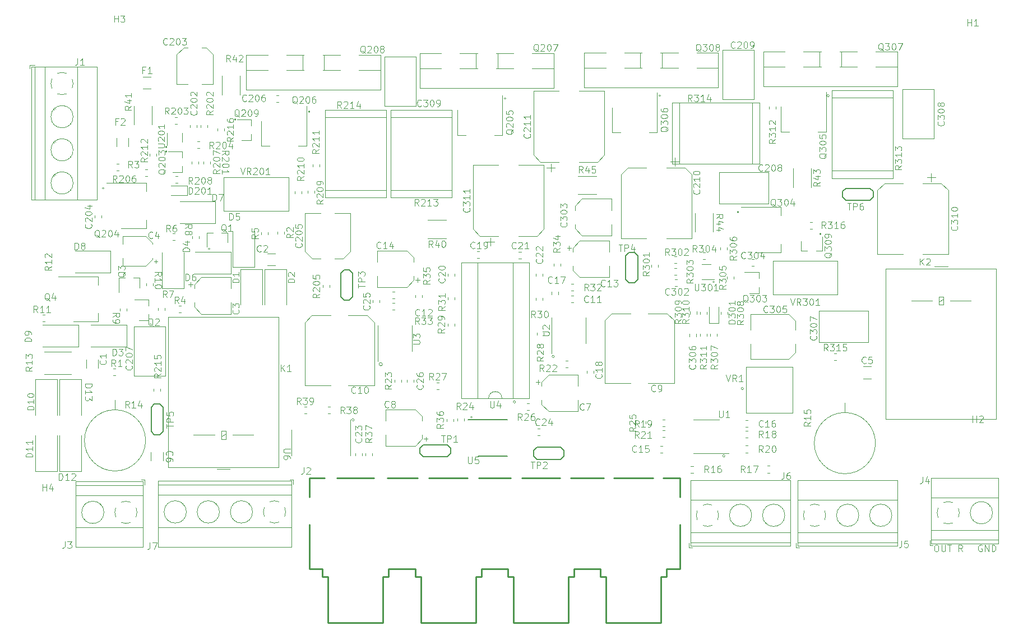
<source format=gbr>
%TF.GenerationSoftware,KiCad,Pcbnew,(5.99.0-1346-gf663f199b)*%
%TF.CreationDate,2020-04-22T12:45:50-04:00*%
%TF.ProjectId,AAMB,41414d42-2e6b-4696-9361-645f70636258,rev?*%
%TF.SameCoordinates,Original*%
%TF.FileFunction,Legend,Top*%
%TF.FilePolarity,Positive*%
%FSLAX46Y46*%
G04 Gerber Fmt 4.6, Leading zero omitted, Abs format (unit mm)*
G04 Created by KiCad (PCBNEW (5.99.0-1346-gf663f199b)) date 2020-04-22 12:45:50*
%MOMM*%
%LPD*%
G01*
G04 APERTURE LIST*
%ADD10C,0.150000*%
%ADD11C,-0.000002*%
%ADD12C,0.120000*%
%ADD13C,0.250000*%
G04 APERTURE END LIST*
X99250714Y-115339761D02*
X99393571Y-115387380D01*
X99631666Y-115387380D01*
X99726904Y-115339761D01*
X99774523Y-115292142D01*
X99822142Y-115196904D01*
X99822142Y-115101666D01*
X99774523Y-115006428D01*
X99726904Y-114958809D01*
X99631666Y-114911190D01*
X99441190Y-114863571D01*
X99345952Y-114815952D01*
X99298333Y-114768333D01*
X99250714Y-114673095D01*
X99250714Y-114577857D01*
X99298333Y-114482619D01*
X99345952Y-114435000D01*
X99441190Y-114387380D01*
X99679285Y-114387380D01*
X99822142Y-114435000D01*
X100155476Y-114387380D02*
X100393571Y-115387380D01*
X100584047Y-114673095D01*
X100774523Y-115387380D01*
X101012619Y-114387380D01*
X101155476Y-115482619D02*
X101917380Y-115482619D01*
X102107857Y-114482619D02*
X102155476Y-114435000D01*
X102250714Y-114387380D01*
X102488809Y-114387380D01*
X102584047Y-114435000D01*
X102631666Y-114482619D01*
X102679285Y-114577857D01*
X102679285Y-114673095D01*
X102631666Y-114815952D01*
X102060238Y-115387380D01*
X102679285Y-115387380D01*
X80208428Y-57514904D02*
X80208428Y-56753000D01*
X80589380Y-57133952D02*
X79827476Y-57133952D01*
X79589380Y-56372047D02*
X79589380Y-55753000D01*
X79970333Y-56086333D01*
X79970333Y-55943476D01*
X80017952Y-55848238D01*
X80065571Y-55800619D01*
X80160809Y-55753000D01*
X80398904Y-55753000D01*
X80494142Y-55800619D01*
X80541761Y-55848238D01*
X80589380Y-55943476D01*
X80589380Y-56229190D01*
X80541761Y-56324428D01*
X80494142Y-56372047D01*
X79589380Y-54848238D02*
X79589380Y-55324428D01*
X80065571Y-55372047D01*
X80017952Y-55324428D01*
X79970333Y-55229190D01*
X79970333Y-54991095D01*
X80017952Y-54895857D01*
X80065571Y-54848238D01*
X80160809Y-54800619D01*
X80398904Y-54800619D01*
X80494142Y-54848238D01*
X80541761Y-54895857D01*
X80589380Y-54991095D01*
X80589380Y-55229190D01*
X80541761Y-55324428D01*
X80494142Y-55372047D01*
X79589380Y-54514904D02*
X80589380Y-54181571D01*
X79589380Y-53848238D01*
X79637000Y-61340904D02*
X79589380Y-61436142D01*
X79589380Y-61579000D01*
X79637000Y-61721857D01*
X79732238Y-61817095D01*
X79827476Y-61864714D01*
X80017952Y-61912333D01*
X80160809Y-61912333D01*
X80351285Y-61864714D01*
X80446523Y-61817095D01*
X80541761Y-61721857D01*
X80589380Y-61579000D01*
X80589380Y-61483761D01*
X80541761Y-61340904D01*
X80494142Y-61293285D01*
X80160809Y-61293285D01*
X80160809Y-61483761D01*
X80589380Y-60864714D02*
X79589380Y-60864714D01*
X80589380Y-60293285D01*
X79589380Y-60293285D01*
X80589380Y-59817095D02*
X79589380Y-59817095D01*
X79589380Y-59579000D01*
X79637000Y-59436142D01*
X79732238Y-59340904D01*
X79827476Y-59293285D01*
X80017952Y-59245666D01*
X80160809Y-59245666D01*
X80351285Y-59293285D01*
X80446523Y-59340904D01*
X80541761Y-59436142D01*
X80589380Y-59579000D01*
X80589380Y-59817095D01*
X120388285Y-114879380D02*
X120388285Y-113879380D01*
X120864476Y-114879380D02*
X120864476Y-113879380D01*
X121435904Y-114879380D01*
X121435904Y-113879380D01*
X122435904Y-114879380D02*
X121864476Y-114879380D01*
X122150190Y-114879380D02*
X122150190Y-113879380D01*
X122054952Y-114022238D01*
X121959714Y-114117476D01*
X121864476Y-114165095D01*
X122626380Y-114974619D02*
X123388285Y-114974619D01*
X124102571Y-114879380D02*
X123626380Y-114879380D01*
X123626380Y-113879380D01*
X163441285Y-114879380D02*
X163441285Y-113879380D01*
X163917476Y-114879380D02*
X163917476Y-113879380D01*
X164488904Y-114879380D01*
X164488904Y-113879380D01*
X165393666Y-114212714D02*
X165393666Y-114879380D01*
X165155571Y-113831761D02*
X164917476Y-114546047D01*
X165536523Y-114546047D01*
X165679380Y-114974619D02*
X166441285Y-114974619D01*
X167155571Y-114879380D02*
X166679380Y-114879380D01*
X166679380Y-113879380D01*
X148328285Y-114879380D02*
X148328285Y-113879380D01*
X148804476Y-114879380D02*
X148804476Y-113879380D01*
X149375904Y-114879380D01*
X149375904Y-113879380D01*
X149756857Y-113879380D02*
X150375904Y-113879380D01*
X150042571Y-114260333D01*
X150185428Y-114260333D01*
X150280666Y-114307952D01*
X150328285Y-114355571D01*
X150375904Y-114450809D01*
X150375904Y-114688904D01*
X150328285Y-114784142D01*
X150280666Y-114831761D01*
X150185428Y-114879380D01*
X149899714Y-114879380D01*
X149804476Y-114831761D01*
X149756857Y-114784142D01*
X150566380Y-114974619D02*
X151328285Y-114974619D01*
X152042571Y-114879380D02*
X151566380Y-114879380D01*
X151566380Y-113879380D01*
X90527285Y-115292142D02*
X90479666Y-115339761D01*
X90336809Y-115387380D01*
X90241571Y-115387380D01*
X90098714Y-115339761D01*
X90003476Y-115244523D01*
X89955857Y-115149285D01*
X89908238Y-114958809D01*
X89908238Y-114815952D01*
X89955857Y-114625476D01*
X90003476Y-114530238D01*
X90098714Y-114435000D01*
X90241571Y-114387380D01*
X90336809Y-114387380D01*
X90479666Y-114435000D01*
X90527285Y-114482619D01*
X91146333Y-114387380D02*
X91336809Y-114387380D01*
X91432047Y-114435000D01*
X91527285Y-114530238D01*
X91574904Y-114720714D01*
X91574904Y-115054047D01*
X91527285Y-115244523D01*
X91432047Y-115339761D01*
X91336809Y-115387380D01*
X91146333Y-115387380D01*
X91051095Y-115339761D01*
X90955857Y-115244523D01*
X90908238Y-115054047D01*
X90908238Y-114720714D01*
X90955857Y-114530238D01*
X91051095Y-114435000D01*
X91146333Y-114387380D01*
X92003476Y-115387380D02*
X92003476Y-114387380D01*
X92336809Y-115101666D01*
X92670142Y-114387380D01*
X92670142Y-115387380D01*
X86447380Y-123197714D02*
X86447380Y-123007238D01*
X86495000Y-122912000D01*
X86590238Y-122816761D01*
X86780714Y-122769142D01*
X87114047Y-122769142D01*
X87304523Y-122816761D01*
X87399761Y-122912000D01*
X87447380Y-123007238D01*
X87447380Y-123197714D01*
X87399761Y-123292952D01*
X87304523Y-123388190D01*
X87114047Y-123435809D01*
X86780714Y-123435809D01*
X86590238Y-123388190D01*
X86495000Y-123292952D01*
X86447380Y-123197714D01*
X86447380Y-122340571D02*
X87256904Y-122340571D01*
X87352142Y-122292952D01*
X87399761Y-122245333D01*
X87447380Y-122150095D01*
X87447380Y-121959619D01*
X87399761Y-121864380D01*
X87352142Y-121816761D01*
X87256904Y-121769142D01*
X86447380Y-121769142D01*
X86447380Y-121435809D02*
X86447380Y-120864380D01*
X87447380Y-121150095D02*
X86447380Y-121150095D01*
X87447380Y-119292952D02*
X87447380Y-119769142D01*
X86447380Y-119769142D01*
X112927047Y-114879380D02*
X112927047Y-113879380D01*
X113403238Y-114879380D02*
X113403238Y-113879380D01*
X113974666Y-114879380D01*
X113974666Y-113879380D01*
X114974666Y-114879380D02*
X114403238Y-114879380D01*
X114688952Y-114879380D02*
X114688952Y-113879380D01*
X114593714Y-114022238D01*
X114498476Y-114117476D01*
X114403238Y-114165095D01*
X115165142Y-114974619D02*
X115927047Y-114974619D01*
X116736571Y-114879380D02*
X116403238Y-114403190D01*
X116165142Y-114879380D02*
X116165142Y-113879380D01*
X116546095Y-113879380D01*
X116641333Y-113927000D01*
X116688952Y-113974619D01*
X116736571Y-114069857D01*
X116736571Y-114212714D01*
X116688952Y-114307952D01*
X116641333Y-114355571D01*
X116546095Y-114403190D01*
X116165142Y-114403190D01*
X134358285Y-114879380D02*
X134358285Y-113879380D01*
X134834476Y-114879380D02*
X134834476Y-113879380D01*
X135405904Y-114879380D01*
X135405904Y-113879380D01*
X135834476Y-113974619D02*
X135882095Y-113927000D01*
X135977333Y-113879380D01*
X136215428Y-113879380D01*
X136310666Y-113927000D01*
X136358285Y-113974619D01*
X136405904Y-114069857D01*
X136405904Y-114165095D01*
X136358285Y-114307952D01*
X135786857Y-114879380D01*
X136405904Y-114879380D01*
X136596380Y-114974619D02*
X137358285Y-114974619D01*
X138072571Y-114879380D02*
X137596380Y-114879380D01*
X137596380Y-113879380D01*
X80208428Y-66658904D02*
X80208428Y-65897000D01*
X79589380Y-65516047D02*
X79589380Y-64897000D01*
X79970333Y-65230333D01*
X79970333Y-65087476D01*
X80017952Y-64992238D01*
X80065571Y-64944619D01*
X80160809Y-64897000D01*
X80398904Y-64897000D01*
X80494142Y-64944619D01*
X80541761Y-64992238D01*
X80589380Y-65087476D01*
X80589380Y-65373190D01*
X80541761Y-65468428D01*
X80494142Y-65516047D01*
X79589380Y-63992238D02*
X79589380Y-64468428D01*
X80065571Y-64516047D01*
X80017952Y-64468428D01*
X79970333Y-64373190D01*
X79970333Y-64135095D01*
X80017952Y-64039857D01*
X80065571Y-63992238D01*
X80160809Y-63944619D01*
X80398904Y-63944619D01*
X80494142Y-63992238D01*
X80541761Y-64039857D01*
X80589380Y-64135095D01*
X80589380Y-64373190D01*
X80541761Y-64468428D01*
X80494142Y-64516047D01*
X79589380Y-63658904D02*
X80589380Y-63325571D01*
X79589380Y-62992238D01*
X157631047Y-114879380D02*
X157631047Y-113879380D01*
X158107238Y-114879380D02*
X158107238Y-113879380D01*
X158678666Y-114879380D01*
X158678666Y-113879380D01*
X159583428Y-114212714D02*
X159583428Y-114879380D01*
X159345333Y-113831761D02*
X159107238Y-114546047D01*
X159726285Y-114546047D01*
X159869142Y-114974619D02*
X160631047Y-114974619D01*
X161440571Y-114879380D02*
X161107238Y-114403190D01*
X160869142Y-114879380D02*
X160869142Y-113879380D01*
X161250095Y-113879380D01*
X161345333Y-113927000D01*
X161392952Y-113974619D01*
X161440571Y-114069857D01*
X161440571Y-114212714D01*
X161392952Y-114307952D01*
X161345333Y-114355571D01*
X161250095Y-114403190D01*
X160869142Y-114403190D01*
X71969571Y-73588619D02*
X72017190Y-73541000D01*
X72112428Y-73493380D01*
X72350523Y-73493380D01*
X72445761Y-73541000D01*
X72493380Y-73588619D01*
X72541000Y-73683857D01*
X72541000Y-73779095D01*
X72493380Y-73921952D01*
X71921952Y-74493380D01*
X72541000Y-74493380D01*
X73445761Y-73493380D02*
X72969571Y-73493380D01*
X72921952Y-73969571D01*
X72969571Y-73921952D01*
X73064809Y-73874333D01*
X73302904Y-73874333D01*
X73398142Y-73921952D01*
X73445761Y-73969571D01*
X73493380Y-74064809D01*
X73493380Y-74302904D01*
X73445761Y-74398142D01*
X73398142Y-74445761D01*
X73302904Y-74493380D01*
X73064809Y-74493380D01*
X72969571Y-74445761D01*
X72921952Y-74398142D01*
X73779095Y-73493380D02*
X74112428Y-74493380D01*
X74445761Y-73493380D01*
X75207666Y-74493380D02*
X75207666Y-73969571D01*
X75160047Y-73874333D01*
X75064809Y-73826714D01*
X74874333Y-73826714D01*
X74779095Y-73874333D01*
X75207666Y-74445761D02*
X75112428Y-74493380D01*
X74874333Y-74493380D01*
X74779095Y-74445761D01*
X74731476Y-74350523D01*
X74731476Y-74255285D01*
X74779095Y-74160047D01*
X74874333Y-74112428D01*
X75112428Y-74112428D01*
X75207666Y-74064809D01*
X76112428Y-74445761D02*
X76017190Y-74493380D01*
X75826714Y-74493380D01*
X75731476Y-74445761D01*
X75683857Y-74398142D01*
X75636238Y-74302904D01*
X75636238Y-74017190D01*
X75683857Y-73921952D01*
X75731476Y-73874333D01*
X75826714Y-73826714D01*
X76017190Y-73826714D01*
X76112428Y-73874333D01*
X94297714Y-115339761D02*
X94440571Y-115387380D01*
X94678666Y-115387380D01*
X94773904Y-115339761D01*
X94821523Y-115292142D01*
X94869142Y-115196904D01*
X94869142Y-115101666D01*
X94821523Y-115006428D01*
X94773904Y-114958809D01*
X94678666Y-114911190D01*
X94488190Y-114863571D01*
X94392952Y-114815952D01*
X94345333Y-114768333D01*
X94297714Y-114673095D01*
X94297714Y-114577857D01*
X94345333Y-114482619D01*
X94392952Y-114435000D01*
X94488190Y-114387380D01*
X94726285Y-114387380D01*
X94869142Y-114435000D01*
X95202476Y-114387380D02*
X95440571Y-115387380D01*
X95631047Y-114673095D01*
X95821523Y-115387380D01*
X96059619Y-114387380D01*
X96202476Y-115482619D02*
X96964380Y-115482619D01*
X97726285Y-115387380D02*
X97154857Y-115387380D01*
X97440571Y-115387380D02*
X97440571Y-114387380D01*
X97345333Y-114530238D01*
X97250095Y-114625476D01*
X97154857Y-114673095D01*
X126897047Y-114879380D02*
X126897047Y-113879380D01*
X127373238Y-114879380D02*
X127373238Y-113879380D01*
X127944666Y-114879380D01*
X127944666Y-113879380D01*
X128373238Y-113974619D02*
X128420857Y-113927000D01*
X128516095Y-113879380D01*
X128754190Y-113879380D01*
X128849428Y-113927000D01*
X128897047Y-113974619D01*
X128944666Y-114069857D01*
X128944666Y-114165095D01*
X128897047Y-114307952D01*
X128325619Y-114879380D01*
X128944666Y-114879380D01*
X129135142Y-114974619D02*
X129897047Y-114974619D01*
X130706571Y-114879380D02*
X130373238Y-114403190D01*
X130135142Y-114879380D02*
X130135142Y-113879380D01*
X130516095Y-113879380D01*
X130611333Y-113927000D01*
X130658952Y-113974619D01*
X130706571Y-114069857D01*
X130706571Y-114212714D01*
X130658952Y-114307952D01*
X130611333Y-114355571D01*
X130516095Y-114403190D01*
X130135142Y-114403190D01*
X140740047Y-114879380D02*
X140740047Y-113879380D01*
X141216238Y-114879380D02*
X141216238Y-113879380D01*
X141787666Y-114879380D01*
X141787666Y-113879380D01*
X142168619Y-113879380D02*
X142787666Y-113879380D01*
X142454333Y-114260333D01*
X142597190Y-114260333D01*
X142692428Y-114307952D01*
X142740047Y-114355571D01*
X142787666Y-114450809D01*
X142787666Y-114688904D01*
X142740047Y-114784142D01*
X142692428Y-114831761D01*
X142597190Y-114879380D01*
X142311476Y-114879380D01*
X142216238Y-114831761D01*
X142168619Y-114784142D01*
X142978142Y-114974619D02*
X143740047Y-114974619D01*
X144549571Y-114879380D02*
X144216238Y-114403190D01*
X143978142Y-114879380D02*
X143978142Y-113879380D01*
X144359095Y-113879380D01*
X144454333Y-113927000D01*
X144501952Y-113974619D01*
X144549571Y-114069857D01*
X144549571Y-114212714D01*
X144501952Y-114307952D01*
X144454333Y-114355571D01*
X144359095Y-114403190D01*
X143978142Y-114403190D01*
X77952714Y-114335000D02*
X77838428Y-114277857D01*
X77667000Y-114277857D01*
X77495571Y-114335000D01*
X77381285Y-114449285D01*
X77324142Y-114563571D01*
X77267000Y-114792142D01*
X77267000Y-114963571D01*
X77324142Y-115192142D01*
X77381285Y-115306428D01*
X77495571Y-115420714D01*
X77667000Y-115477857D01*
X77781285Y-115477857D01*
X77952714Y-115420714D01*
X78009857Y-115363571D01*
X78009857Y-114963571D01*
X77781285Y-114963571D01*
X78524142Y-115477857D02*
X78524142Y-114277857D01*
X79209857Y-115477857D01*
X79209857Y-114277857D01*
X79781285Y-115477857D02*
X79781285Y-114277857D01*
X80067000Y-114277857D01*
X80238428Y-114335000D01*
X80352714Y-114449285D01*
X80409857Y-114563571D01*
X80467000Y-114792142D01*
X80467000Y-114963571D01*
X80409857Y-115192142D01*
X80352714Y-115306428D01*
X80238428Y-115420714D01*
X80067000Y-115477857D01*
X79781285Y-115477857D01*
X104203714Y-115339761D02*
X104346571Y-115387380D01*
X104584666Y-115387380D01*
X104679904Y-115339761D01*
X104727523Y-115292142D01*
X104775142Y-115196904D01*
X104775142Y-115101666D01*
X104727523Y-115006428D01*
X104679904Y-114958809D01*
X104584666Y-114911190D01*
X104394190Y-114863571D01*
X104298952Y-114815952D01*
X104251333Y-114768333D01*
X104203714Y-114673095D01*
X104203714Y-114577857D01*
X104251333Y-114482619D01*
X104298952Y-114435000D01*
X104394190Y-114387380D01*
X104632285Y-114387380D01*
X104775142Y-114435000D01*
X105108476Y-114387380D02*
X105346571Y-115387380D01*
X105537047Y-114673095D01*
X105727523Y-115387380D01*
X105965619Y-114387380D01*
X106108476Y-115482619D02*
X106870380Y-115482619D01*
X107013238Y-114387380D02*
X107632285Y-114387380D01*
X107298952Y-114768333D01*
X107441809Y-114768333D01*
X107537047Y-114815952D01*
X107584666Y-114863571D01*
X107632285Y-114958809D01*
X107632285Y-115196904D01*
X107584666Y-115292142D01*
X107537047Y-115339761D01*
X107441809Y-115387380D01*
X107156095Y-115387380D01*
X107060857Y-115339761D01*
X107013238Y-115292142D01*
D10*
D11*
X89916000Y-65913000D02*
G75*
G03*
X89916000Y-65913000I-127000J0D01*
G01*
D10*
D11*
X80391000Y-71501000D02*
G75*
G03*
X80391000Y-71501000I-127000J0D01*
G01*
D10*
D11*
X100330000Y-61087000D02*
G75*
G03*
X100330000Y-61087000I-127000J0D01*
G01*
D10*
D11*
X148388605Y-96901000D02*
G75*
G03*
X148388605Y-96901000I-179605J0D01*
G01*
D10*
D11*
X172593000Y-85598000D02*
G75*
G03*
X172593000Y-85598000I-127000J0D01*
G01*
D10*
D11*
X176963605Y-101727000D02*
G75*
G03*
X176963605Y-101727000I-179605J0D01*
G01*
D10*
D11*
X111506000Y-59944000D02*
G75*
G03*
X111506000Y-59944000I-127000J0D01*
G01*
D10*
D11*
X174169605Y-111887000D02*
G75*
G03*
X174169605Y-111887000I-179605J0D01*
G01*
D10*
D11*
X164465000Y-57531000D02*
G75*
G03*
X164465000Y-57531000I-127000J0D01*
G01*
D10*
D11*
X142546605Y-103759000D02*
G75*
G03*
X142546605Y-103759000I-179605J0D01*
G01*
D10*
D11*
X89916000Y-65278000D02*
G75*
G03*
X89916000Y-65278000I-127000J0D01*
G01*
D10*
D11*
X122428000Y-98044000D02*
G75*
G03*
X122428000Y-98044000I-254000J0D01*
G01*
D10*
D11*
X176276000Y-75057000D02*
G75*
G03*
X176276000Y-75057000I-127000J0D01*
G01*
D10*
D11*
X189917605Y-57531000D02*
G75*
G03*
X189917605Y-57531000I-179605J0D01*
G01*
D10*
D11*
X136017000Y-106045000D02*
G75*
G03*
X136017000Y-106045000I-127000J0D01*
G01*
D10*
D11*
X118162605Y-106426000D02*
G75*
G03*
X118162605Y-106426000I-179605J0D01*
G01*
D10*
D11*
X96393000Y-80645000D02*
G75*
G03*
X96393000Y-80645000I-127000J0D01*
G01*
D10*
D11*
X141097000Y-57912000D02*
G75*
G03*
X141097000Y-57912000I-127000J0D01*
G01*
D10*
D11*
X188722000Y-78359000D02*
G75*
G03*
X188722000Y-78359000I-127000J0D01*
G01*
X206018047Y-125309380D02*
X206208523Y-125309380D01*
X206303761Y-125357000D01*
X206399000Y-125452238D01*
X206446619Y-125642714D01*
X206446619Y-125976047D01*
X206399000Y-126166523D01*
X206303761Y-126261761D01*
X206208523Y-126309380D01*
X206018047Y-126309380D01*
X205922809Y-126261761D01*
X205827571Y-126166523D01*
X205779952Y-125976047D01*
X205779952Y-125642714D01*
X205827571Y-125452238D01*
X205922809Y-125357000D01*
X206018047Y-125309380D01*
X206875190Y-125309380D02*
X206875190Y-126118904D01*
X206922809Y-126214142D01*
X206970428Y-126261761D01*
X207065666Y-126309380D01*
X207256142Y-126309380D01*
X207351380Y-126261761D01*
X207399000Y-126214142D01*
X207446619Y-126118904D01*
X207446619Y-125309380D01*
X207779952Y-125309380D02*
X208351380Y-125309380D01*
X208065666Y-126309380D02*
X208065666Y-125309380D01*
X210018047Y-126309380D02*
X209684714Y-125833190D01*
X209446619Y-126309380D02*
X209446619Y-125309380D01*
X209827571Y-125309380D01*
X209922809Y-125357000D01*
X209970428Y-125404619D01*
X210018047Y-125499857D01*
X210018047Y-125642714D01*
X209970428Y-125737952D01*
X209922809Y-125785571D01*
X209827571Y-125833190D01*
X209446619Y-125833190D01*
X212979095Y-125357000D02*
X212883857Y-125309380D01*
X212741000Y-125309380D01*
X212598142Y-125357000D01*
X212502904Y-125452238D01*
X212455285Y-125547476D01*
X212407666Y-125737952D01*
X212407666Y-125880809D01*
X212455285Y-126071285D01*
X212502904Y-126166523D01*
X212598142Y-126261761D01*
X212741000Y-126309380D01*
X212836238Y-126309380D01*
X212979095Y-126261761D01*
X213026714Y-126214142D01*
X213026714Y-125880809D01*
X212836238Y-125880809D01*
X213455285Y-126309380D02*
X213455285Y-125309380D01*
X214026714Y-126309380D01*
X214026714Y-125309380D01*
X214502904Y-126309380D02*
X214502904Y-125309380D01*
X214741000Y-125309380D01*
X214883857Y-125357000D01*
X214979095Y-125452238D01*
X215026714Y-125547476D01*
X215074333Y-125737952D01*
X215074333Y-125880809D01*
X215026714Y-126071285D01*
X214979095Y-126166523D01*
X214883857Y-126261761D01*
X214741000Y-126309380D01*
X214502904Y-126309380D01*
D12*
D11*
X138479020Y-103166220D02*
G75*
G02*
X140479020Y-103166220I1000000J0D01*
G01*
D12*
X140479020Y-103166220D02*
X142129020Y-103166220D01*
X142129020Y-103166220D02*
X142129020Y-82726220D01*
X142129020Y-82726220D02*
X136829020Y-82726220D01*
X136829020Y-82726220D02*
X136829020Y-103166220D01*
X136829020Y-103166220D02*
X138479020Y-103166220D01*
X144619020Y-103226220D02*
X144619020Y-82666220D01*
X144619020Y-82666220D02*
X134339020Y-82666220D01*
X134339020Y-82666220D02*
X134339020Y-103226220D01*
X134339020Y-103226220D02*
X144619020Y-103226220D01*
X153131200Y-92947720D02*
X153131200Y-90997720D01*
X153131200Y-92947720D02*
X153131200Y-94897720D01*
X148011200Y-92947720D02*
X148011200Y-90997720D01*
X148011200Y-92947720D02*
X148011200Y-96397720D01*
D11*
X208582318Y-121994256D02*
G75*
G02*
X207899000Y-122139500I-683318J1534756D01*
G01*
D12*
D11*
X209434426Y-119776458D02*
G75*
G02*
X209434000Y-121143500I-1535426J-683042D01*
G01*
D12*
D11*
X207215958Y-118924074D02*
G75*
G02*
X208583000Y-118924500I683042J-1535426D01*
G01*
D12*
D11*
X206363574Y-121142542D02*
G75*
G02*
X206364000Y-119775500I1535426J683042D01*
G01*
D12*
D11*
X207927805Y-122139753D02*
G75*
G02*
X207215000Y-121994500I-28805J1680253D01*
G01*
D12*
D11*
X214579000Y-120459500D02*
G75*
G03*
X214579000Y-120459500I-1680000J0D01*
G01*
D12*
X205339000Y-124559500D02*
X215459000Y-124559500D01*
X205339000Y-123059500D02*
X215459000Y-123059500D01*
X205339000Y-118158500D02*
X215459000Y-118158500D01*
X205339000Y-115198500D02*
X215459000Y-115198500D01*
X205339000Y-125119500D02*
X215459000Y-125119500D01*
X205339000Y-115198500D02*
X205339000Y-125119500D01*
X215459000Y-115198500D02*
X215459000Y-125119500D01*
X214174000Y-119390500D02*
X214127000Y-119436500D01*
X211865000Y-121698500D02*
X211830000Y-121733500D01*
X213969000Y-119184500D02*
X213934000Y-119220500D01*
X211672000Y-121482500D02*
X211625000Y-121528500D01*
X205099000Y-124619500D02*
X205099000Y-125359500D01*
X205099000Y-125359500D02*
X205599000Y-125359500D01*
X215154260Y-106295700D02*
X215154260Y-83595700D01*
X215154260Y-83595700D02*
X198454260Y-83595700D01*
X198454260Y-83595700D02*
X198454260Y-106295700D01*
X198454260Y-106295700D02*
X215154260Y-106295700D01*
X206454260Y-88645700D02*
X207154260Y-88245700D01*
X207154260Y-89045700D02*
X207154260Y-87845700D01*
X207154260Y-87845700D02*
X206454260Y-87845700D01*
X206454260Y-87845700D02*
X206454260Y-89045700D01*
X206454260Y-89045700D02*
X207154260Y-89045700D01*
X205804260Y-83335700D02*
X207804260Y-83335700D01*
X202304260Y-88445700D02*
X205454260Y-88445700D01*
X208154260Y-88445700D02*
X211304260Y-88445700D01*
X97075000Y-108734500D02*
X93925000Y-108734500D01*
X102925000Y-108734500D02*
X99775000Y-108734500D01*
X99425000Y-113844500D02*
X97425000Y-113844500D01*
X98775000Y-108134500D02*
X98075000Y-108134500D01*
X98775000Y-109334500D02*
X98775000Y-108134500D01*
X98075000Y-109334500D02*
X98775000Y-109334500D01*
X98075000Y-108134500D02*
X98075000Y-109334500D01*
X98775000Y-108534500D02*
X98075000Y-108934500D01*
X106775000Y-90884500D02*
X90075000Y-90884500D01*
X106775000Y-113584500D02*
X106775000Y-90884500D01*
X90075000Y-113584500D02*
X106775000Y-113584500D01*
X90075000Y-90884500D02*
X90075000Y-113584500D01*
X191194000Y-87556500D02*
X181424000Y-87556500D01*
X191194000Y-82486500D02*
X181424000Y-82486500D01*
X191194000Y-87556500D02*
X191194000Y-82486500D01*
X181424000Y-87556500D02*
X181424000Y-82486500D01*
X108263000Y-74920000D02*
X98493000Y-74920000D01*
X108263000Y-69850000D02*
X98493000Y-69850000D01*
X108263000Y-74920000D02*
X108263000Y-69850000D01*
X98493000Y-74920000D02*
X98493000Y-69850000D01*
X86493000Y-115496000D02*
X85993000Y-115496000D01*
X86493000Y-116236000D02*
X86493000Y-115496000D01*
X79920000Y-119373000D02*
X79967000Y-119327000D01*
X77623000Y-121671000D02*
X77658000Y-121635000D01*
X79727000Y-119157000D02*
X79762000Y-119122000D01*
X77418000Y-121465000D02*
X77465000Y-121419000D01*
X76133000Y-125657000D02*
X76133000Y-115736000D01*
X86253000Y-125657000D02*
X86253000Y-115736000D01*
X86253000Y-115736000D02*
X76133000Y-115736000D01*
X86253000Y-125657000D02*
X76133000Y-125657000D01*
X86253000Y-122697000D02*
X76133000Y-122697000D01*
X86253000Y-117796000D02*
X76133000Y-117796000D01*
X86253000Y-116296000D02*
X76133000Y-116296000D01*
D11*
X80373000Y-120396000D02*
G75*
G03*
X80373000Y-120396000I-1680000J0D01*
G01*
D12*
D11*
X83664195Y-118715747D02*
G75*
G02*
X84377000Y-118861000I28805J-1680253D01*
G01*
D12*
D11*
X85228426Y-119712958D02*
G75*
G02*
X85228000Y-121080000I-1535426J-683042D01*
G01*
D12*
D11*
X84376042Y-121931426D02*
G75*
G02*
X83009000Y-121931000I-683042J1535426D01*
G01*
D12*
D11*
X82157574Y-121079042D02*
G75*
G02*
X82158000Y-119712000I1535426J683042D01*
G01*
D12*
D11*
X83009682Y-118861244D02*
G75*
G02*
X83693000Y-118716000I683318J-1534756D01*
G01*
D12*
X69141000Y-52889500D02*
X69141000Y-53389500D01*
X69881000Y-52889500D02*
X69141000Y-52889500D01*
X73018000Y-69462500D02*
X72972000Y-69415500D01*
X75316000Y-71759500D02*
X75280000Y-71724500D01*
X72802000Y-69655500D02*
X72767000Y-69620500D01*
X75110000Y-71964500D02*
X75064000Y-71917500D01*
X73018000Y-64462500D02*
X72972000Y-64415500D01*
X75316000Y-66759500D02*
X75280000Y-66724500D01*
X72802000Y-64655500D02*
X72767000Y-64620500D01*
X75110000Y-66964500D02*
X75064000Y-66917500D01*
X73018000Y-59462500D02*
X72972000Y-59415500D01*
X75316000Y-61759500D02*
X75280000Y-61724500D01*
X72802000Y-59655500D02*
X72767000Y-59620500D01*
X75110000Y-61964500D02*
X75064000Y-61917500D01*
X79302000Y-73250500D02*
X69381000Y-73250500D01*
X79302000Y-53129500D02*
X69381000Y-53129500D01*
X69381000Y-53129500D02*
X69381000Y-73250500D01*
X79302000Y-53129500D02*
X79302000Y-73250500D01*
X76342000Y-53129500D02*
X76342000Y-73250500D01*
X71441000Y-53129500D02*
X71441000Y-73250500D01*
X69941000Y-53129500D02*
X69941000Y-73250500D01*
D11*
X75721000Y-70689500D02*
G75*
G03*
X75721000Y-70689500I-1680000J0D01*
G01*
D12*
D11*
X75721000Y-65689500D02*
G75*
G03*
X75721000Y-65689500I-1680000J0D01*
G01*
D12*
D11*
X75721000Y-60689500D02*
G75*
G03*
X75721000Y-60689500I-1680000J0D01*
G01*
D12*
D11*
X72360747Y-55718305D02*
G75*
G02*
X72506000Y-55005500I1680253J28805D01*
G01*
D12*
D11*
X73357958Y-54154074D02*
G75*
G02*
X74725000Y-54154500I683042J-1535426D01*
G01*
D12*
D11*
X75576426Y-55006458D02*
G75*
G02*
X75576000Y-56373500I-1535426J-683042D01*
G01*
D12*
D11*
X74724042Y-57224926D02*
G75*
G02*
X73357000Y-57224500I-683042J1535426D01*
G01*
D12*
D11*
X72506244Y-56372818D02*
G75*
G02*
X72361000Y-55689500I1534756J683318D01*
G01*
D12*
D11*
X105455682Y-118797744D02*
G75*
G02*
X106139000Y-118652500I683318J-1534756D01*
G01*
D12*
D11*
X104603574Y-121015542D02*
G75*
G02*
X104604000Y-119648500I1535426J683042D01*
G01*
D12*
D11*
X106822042Y-121867926D02*
G75*
G02*
X105455000Y-121867500I-683042J1535426D01*
G01*
D12*
D11*
X107674426Y-119649458D02*
G75*
G02*
X107674000Y-121016500I-1535426J-683042D01*
G01*
D12*
D11*
X106110195Y-118652247D02*
G75*
G02*
X106823000Y-118797500I28805J-1680253D01*
G01*
D12*
D11*
X102819000Y-120332500D02*
G75*
G03*
X102819000Y-120332500I-1680000J0D01*
G01*
D12*
D11*
X97819000Y-120332500D02*
G75*
G03*
X97819000Y-120332500I-1680000J0D01*
G01*
D12*
D11*
X92819000Y-120332500D02*
G75*
G03*
X92819000Y-120332500I-1680000J0D01*
G01*
D12*
X108699000Y-116232500D02*
X88578000Y-116232500D01*
X108699000Y-117732500D02*
X88578000Y-117732500D01*
X108699000Y-122633500D02*
X88578000Y-122633500D01*
X108699000Y-125593500D02*
X88578000Y-125593500D01*
X108699000Y-115672500D02*
X88578000Y-115672500D01*
X108699000Y-125593500D02*
X108699000Y-115672500D01*
X88578000Y-125593500D02*
X88578000Y-115672500D01*
X99864000Y-121401500D02*
X99911000Y-121355500D01*
X102173000Y-119093500D02*
X102208000Y-119058500D01*
X100069000Y-121607500D02*
X100104000Y-121571500D01*
X102366000Y-119309500D02*
X102413000Y-119263500D01*
X94864000Y-121401500D02*
X94911000Y-121355500D01*
X97173000Y-119093500D02*
X97208000Y-119058500D01*
X95069000Y-121607500D02*
X95104000Y-121571500D01*
X97366000Y-119309500D02*
X97413000Y-119263500D01*
X89864000Y-121401500D02*
X89911000Y-121355500D01*
X92173000Y-119093500D02*
X92208000Y-119058500D01*
X90069000Y-121607500D02*
X90104000Y-121571500D01*
X92366000Y-119309500D02*
X92413000Y-119263500D01*
X108939000Y-116172500D02*
X108939000Y-115432500D01*
X108939000Y-115432500D02*
X108439000Y-115432500D01*
X161181320Y-107032907D02*
X161181320Y-106690373D01*
X162201320Y-107032907D02*
X162201320Y-106690373D01*
X111755437Y-90688500D02*
X110691000Y-91752937D01*
X120146563Y-90688500D02*
X121211000Y-91752937D01*
X120146563Y-90688500D02*
X117261000Y-90688500D01*
X111755437Y-90688500D02*
X114641000Y-90688500D01*
X110691000Y-91752937D02*
X110691000Y-101208500D01*
X121211000Y-91752937D02*
X121211000Y-101208500D01*
X121211000Y-101208500D02*
X117261000Y-101208500D01*
X110691000Y-101208500D02*
X114641000Y-101208500D01*
D13*
X157371800Y-115190800D02*
X163268800Y-115190800D01*
X150873800Y-115190800D02*
X155869800Y-115190800D01*
X143468800Y-115190800D02*
X149269800Y-115190800D01*
X136971800Y-115190800D02*
X141773800Y-115190800D01*
X129469800Y-115190800D02*
X135270800Y-115190800D01*
X123170800Y-115190800D02*
X127768800Y-115190800D01*
X115566800Y-115190800D02*
X121168800Y-115190800D01*
X111371800Y-115190800D02*
X113667800Y-115190800D01*
X167367800Y-115190800D02*
X167367800Y-118065800D01*
X167367800Y-128891800D02*
X167367800Y-122266800D01*
X111371800Y-118065800D02*
X111371800Y-115190800D01*
X111371800Y-128891800D02*
X111371800Y-122266800D01*
X113366800Y-128891800D02*
X111371800Y-128891800D01*
X113366800Y-130091800D02*
X113366800Y-128891800D01*
X151372800Y-128891800D02*
X155370800Y-128891800D01*
X137367800Y-128891800D02*
X141371800Y-128891800D01*
X123368800Y-128891800D02*
X127371800Y-128891800D01*
X164867800Y-115190800D02*
X167367800Y-115190800D01*
X165366800Y-130091800D02*
X165366800Y-128891800D01*
X155370800Y-130091800D02*
X155370800Y-128891800D01*
X151372800Y-130091800D02*
X151372800Y-128891800D01*
X141371800Y-130091800D02*
X141371800Y-128891800D01*
X165366800Y-128891800D02*
X167367800Y-128891800D01*
X123368800Y-130091800D02*
X123368800Y-128891800D01*
X127371800Y-130091800D02*
X127371800Y-128891800D01*
X137367800Y-130091800D02*
X137367800Y-128891800D01*
X164521800Y-130091800D02*
X165366800Y-130091800D01*
X156220800Y-130091800D02*
X155370800Y-130091800D01*
X114217800Y-130091800D02*
X113366800Y-130091800D01*
X122518800Y-130091800D02*
X123368800Y-130091800D01*
X128222800Y-130091800D02*
X127371800Y-130091800D01*
X136517800Y-130091800D02*
X137367800Y-130091800D01*
X150516800Y-130091800D02*
X151372800Y-130091800D01*
X142221800Y-130091800D02*
X141371800Y-130091800D01*
X114217800Y-137090800D02*
X114217800Y-130091800D01*
X122518800Y-137090800D02*
X122518800Y-130091800D01*
X128222800Y-137090800D02*
X128222800Y-130091800D01*
X136517800Y-137090800D02*
X136517800Y-130091800D01*
X164521800Y-137090800D02*
X164521800Y-130091800D01*
X156220800Y-137090800D02*
X156220800Y-130091800D01*
X150516800Y-137090800D02*
X150516800Y-130091800D01*
X142221800Y-137090800D02*
X142221800Y-130091800D01*
X114217800Y-137090800D02*
X122518800Y-137090800D01*
X156220800Y-137090800D02*
X164521800Y-137090800D01*
X142221800Y-137090800D02*
X150516800Y-137090800D01*
X128222800Y-137090800D02*
X136517800Y-137090800D01*
D12*
X184363000Y-105422500D02*
X177363000Y-105422500D01*
X177363000Y-105422500D02*
X177363000Y-98422500D01*
X177363000Y-98422500D02*
X184363000Y-98422500D01*
X184363000Y-98422500D02*
X184363000Y-105422500D01*
X184906000Y-125740500D02*
X185406000Y-125740500D01*
X184906000Y-125000500D02*
X184906000Y-125740500D01*
X196479000Y-121863500D02*
X196432000Y-121909500D01*
X198776000Y-119565500D02*
X198741000Y-119601500D01*
X196672000Y-122079500D02*
X196637000Y-122114500D01*
X198981000Y-119771500D02*
X198934000Y-119817500D01*
X191479000Y-121863500D02*
X191432000Y-121909500D01*
X193776000Y-119565500D02*
X193741000Y-119601500D01*
X191672000Y-122079500D02*
X191637000Y-122114500D01*
X193981000Y-119771500D02*
X193934000Y-119817500D01*
X200266000Y-115579500D02*
X200266000Y-125500500D01*
X185146000Y-115579500D02*
X185146000Y-125500500D01*
X185146000Y-125500500D02*
X200266000Y-125500500D01*
X185146000Y-115579500D02*
X200266000Y-115579500D01*
X185146000Y-118539500D02*
X200266000Y-118539500D01*
X185146000Y-123440500D02*
X200266000Y-123440500D01*
X185146000Y-124940500D02*
X200266000Y-124940500D01*
D11*
X199386000Y-120840500D02*
G75*
G03*
X199386000Y-120840500I-1680000J0D01*
G01*
D12*
D11*
X194386000Y-120840500D02*
G75*
G03*
X194386000Y-120840500I-1680000J0D01*
G01*
D12*
D11*
X187734805Y-122520753D02*
G75*
G02*
X187022000Y-122375500I-28805J1680253D01*
G01*
D12*
D11*
X186170574Y-121523542D02*
G75*
G02*
X186171000Y-120156500I1535426J683042D01*
G01*
D12*
D11*
X187022958Y-119305074D02*
G75*
G02*
X188390000Y-119305500I683042J-1535426D01*
G01*
D12*
D11*
X189241426Y-120157458D02*
G75*
G02*
X189241000Y-121524500I-1535426J-683042D01*
G01*
D12*
D11*
X188389318Y-122375256D02*
G75*
G02*
X187706000Y-122520500I-683318J1534756D01*
G01*
D12*
D11*
X172213318Y-122375256D02*
G75*
G02*
X171530000Y-122520500I-683318J1534756D01*
G01*
D12*
D11*
X173065426Y-120157458D02*
G75*
G02*
X173065000Y-121524500I-1535426J-683042D01*
G01*
D12*
D11*
X170846958Y-119305074D02*
G75*
G02*
X172214000Y-119305500I683042J-1535426D01*
G01*
D12*
D11*
X169994574Y-121523542D02*
G75*
G02*
X169995000Y-120156500I1535426J683042D01*
G01*
D12*
D11*
X171558805Y-122520753D02*
G75*
G02*
X170846000Y-122375500I-28805J1680253D01*
G01*
D12*
D11*
X178210000Y-120840500D02*
G75*
G03*
X178210000Y-120840500I-1680000J0D01*
G01*
D12*
D11*
X183210000Y-120840500D02*
G75*
G03*
X183210000Y-120840500I-1680000J0D01*
G01*
D12*
X168970000Y-124940500D02*
X184090000Y-124940500D01*
X168970000Y-123440500D02*
X184090000Y-123440500D01*
X168970000Y-118539500D02*
X184090000Y-118539500D01*
X168970000Y-115579500D02*
X184090000Y-115579500D01*
X168970000Y-125500500D02*
X184090000Y-125500500D01*
X168970000Y-115579500D02*
X168970000Y-125500500D01*
X184090000Y-115579500D02*
X184090000Y-125500500D01*
X177805000Y-119771500D02*
X177758000Y-119817500D01*
X175496000Y-122079500D02*
X175461000Y-122114500D01*
X177600000Y-119565500D02*
X177565000Y-119601500D01*
X175303000Y-121863500D02*
X175256000Y-121909500D01*
X182805000Y-119771500D02*
X182758000Y-119817500D01*
X180496000Y-122079500D02*
X180461000Y-122114500D01*
X182600000Y-119565500D02*
X182565000Y-119601500D01*
X180303000Y-121863500D02*
X180256000Y-121909500D01*
X168730000Y-125000500D02*
X168730000Y-125740500D01*
X168730000Y-125740500D02*
X169230000Y-125740500D01*
X126149000Y-100712767D02*
X126149000Y-100370233D01*
X127169000Y-100712767D02*
X127169000Y-100370233D01*
X120979000Y-88737767D02*
X120979000Y-88395233D01*
X121999000Y-88737767D02*
X121999000Y-88395233D01*
X82275000Y-65145064D02*
X82275000Y-63940936D01*
X84095000Y-65145064D02*
X84095000Y-63940936D01*
X86265936Y-54652500D02*
X87470064Y-54652500D01*
X86265936Y-56472500D02*
X87470064Y-56472500D01*
D11*
X196903000Y-109952500D02*
G75*
G03*
X196903000Y-109952500I-4620000J0D01*
G01*
D12*
X192283000Y-105332500D02*
X192283000Y-103832500D01*
D11*
X86662000Y-109537500D02*
G75*
G03*
X86662000Y-109537500I-4620000J0D01*
G01*
D12*
X82042000Y-104917500D02*
X82042000Y-103417500D01*
X71353936Y-96143500D02*
X75458064Y-96143500D01*
X71353936Y-99563500D02*
X75458064Y-99563500D01*
X166187000Y-58562500D02*
X179427000Y-58562500D01*
X166187000Y-67802500D02*
X179427000Y-67802500D01*
X166187000Y-58562500D02*
X166187000Y-67802500D01*
X179427000Y-58562500D02*
X179427000Y-67802500D01*
X167307000Y-58562500D02*
X167307000Y-67802500D01*
X178307000Y-58562500D02*
X178307000Y-67802500D01*
X199565000Y-56729500D02*
X199565000Y-69969500D01*
X190325000Y-56729500D02*
X190325000Y-69969500D01*
X199565000Y-56729500D02*
X190325000Y-56729500D01*
X199565000Y-69969500D02*
X190325000Y-69969500D01*
X199565000Y-57849500D02*
X190325000Y-57849500D01*
X199565000Y-68849500D02*
X190325000Y-68849500D01*
X122984000Y-59650500D02*
X122984000Y-72890500D01*
X113744000Y-59650500D02*
X113744000Y-72890500D01*
X122984000Y-59650500D02*
X113744000Y-59650500D01*
X122984000Y-72890500D02*
X113744000Y-72890500D01*
X122984000Y-60770500D02*
X113744000Y-60770500D01*
X122984000Y-71770500D02*
X113744000Y-71770500D01*
X132890000Y-59650500D02*
X132890000Y-72890500D01*
X123650000Y-59650500D02*
X123650000Y-72890500D01*
X132890000Y-59650500D02*
X123650000Y-59650500D01*
X132890000Y-72890500D02*
X123650000Y-72890500D01*
X132890000Y-60770500D02*
X123650000Y-60770500D01*
X132890000Y-71770500D02*
X123650000Y-71770500D01*
X185684000Y-80944500D02*
X186614000Y-80944500D01*
X188844000Y-80944500D02*
X187914000Y-80944500D01*
X188844000Y-80944500D02*
X188844000Y-78784500D01*
X185684000Y-80944500D02*
X185684000Y-79484500D01*
X157118000Y-63060500D02*
X158378000Y-63060500D01*
X163938000Y-63060500D02*
X162678000Y-63060500D01*
X157118000Y-59300500D02*
X157118000Y-63060500D01*
X163938000Y-57050500D02*
X163938000Y-63060500D01*
X182645000Y-62933500D02*
X183905000Y-62933500D01*
X189465000Y-62933500D02*
X188205000Y-62933500D01*
X182645000Y-59173500D02*
X182645000Y-62933500D01*
X189465000Y-56923500D02*
X189465000Y-62933500D01*
X182593000Y-81172500D02*
X182593000Y-79912500D01*
X182593000Y-74352500D02*
X182593000Y-75612500D01*
X178833000Y-81172500D02*
X182593000Y-81172500D01*
X176583000Y-74352500D02*
X182593000Y-74352500D01*
X179303000Y-87332500D02*
X179303000Y-86402500D01*
X179303000Y-84172500D02*
X179303000Y-85102500D01*
X179303000Y-84172500D02*
X177143000Y-84172500D01*
X179303000Y-87332500D02*
X177843000Y-87332500D01*
X102630000Y-64254500D02*
X102630000Y-63324500D01*
X102630000Y-61094500D02*
X102630000Y-62024500D01*
X102630000Y-61094500D02*
X100470000Y-61094500D01*
X102630000Y-64254500D02*
X101170000Y-64254500D01*
X104159000Y-65117500D02*
X105419000Y-65117500D01*
X110979000Y-65117500D02*
X109719000Y-65117500D01*
X104159000Y-61357500D02*
X104159000Y-65117500D01*
X110979000Y-59107500D02*
X110979000Y-65117500D01*
X133750000Y-63441500D02*
X135010000Y-63441500D01*
X140570000Y-63441500D02*
X139310000Y-63441500D01*
X133750000Y-59681500D02*
X133750000Y-63441500D01*
X140570000Y-57431500D02*
X140570000Y-63441500D01*
X86746000Y-77514500D02*
X86746000Y-76254500D01*
X86746000Y-70694500D02*
X86746000Y-71954500D01*
X82986000Y-77514500D02*
X86746000Y-77514500D01*
X80736000Y-70694500D02*
X86746000Y-70694500D01*
X92200000Y-69080500D02*
X92200000Y-68150500D01*
X92200000Y-65920500D02*
X92200000Y-66850500D01*
X92200000Y-65920500D02*
X90040000Y-65920500D01*
X92200000Y-69080500D02*
X90740000Y-69080500D01*
X79507000Y-91611500D02*
X79507000Y-90351500D01*
X79507000Y-84791500D02*
X79507000Y-86051500D01*
X75747000Y-91611500D02*
X79507000Y-91611500D01*
X73497000Y-84791500D02*
X79507000Y-84791500D01*
X85781000Y-85028500D02*
X84851000Y-85028500D01*
X82621000Y-85028500D02*
X83551000Y-85028500D01*
X82621000Y-85028500D02*
X82621000Y-87188500D01*
X85781000Y-85028500D02*
X85781000Y-86488500D01*
X99055000Y-78186500D02*
X98125000Y-78186500D01*
X95895000Y-78186500D02*
X96825000Y-78186500D01*
X95895000Y-78186500D02*
X95895000Y-80346500D01*
X99055000Y-78186500D02*
X99055000Y-79646500D01*
X170653000Y-85252500D02*
X172553000Y-85252500D01*
X172053000Y-82932500D02*
X170653000Y-82932500D01*
X89899000Y-63117500D02*
X89899000Y-65017500D01*
X92219000Y-64517500D02*
X92219000Y-63117500D01*
X87120000Y-91432500D02*
X87120000Y-90502500D01*
X87120000Y-88272500D02*
X87120000Y-89202500D01*
X87120000Y-88272500D02*
X84960000Y-88272500D01*
X87120000Y-91432500D02*
X85660000Y-91432500D01*
X171758000Y-89427500D02*
X171758000Y-91887500D01*
X171758000Y-91887500D02*
X173228000Y-91887500D01*
X173228000Y-91887500D02*
X173228000Y-89427500D01*
X90527000Y-72553500D02*
X92987000Y-72553500D01*
X92987000Y-72553500D02*
X92987000Y-71083500D01*
X92987000Y-71083500D02*
X90527000Y-71083500D01*
X89537000Y-89554233D02*
X89537000Y-89896767D01*
X88517000Y-89554233D02*
X88517000Y-89896767D01*
X146838000Y-67982500D02*
X142988000Y-67982500D01*
X136118000Y-67982500D02*
X139968000Y-67982500D01*
X136118000Y-77638063D02*
X136118000Y-67982500D01*
X146838000Y-77638063D02*
X146838000Y-67982500D01*
X145773563Y-78702500D02*
X142988000Y-78702500D01*
X137182437Y-78702500D02*
X139968000Y-78702500D01*
X137182437Y-78702500D02*
X136118000Y-77638063D01*
X145773563Y-78702500D02*
X146838000Y-77638063D01*
X138718000Y-80192500D02*
X138718000Y-78942500D01*
X138093000Y-79567500D02*
X139343000Y-79567500D01*
X197205000Y-81442000D02*
X201055000Y-81442000D01*
X207925000Y-81442000D02*
X204075000Y-81442000D01*
X207925000Y-71786437D02*
X207925000Y-81442000D01*
X197205000Y-71786437D02*
X197205000Y-81442000D01*
X198269437Y-70722000D02*
X201055000Y-70722000D01*
X206860563Y-70722000D02*
X204075000Y-70722000D01*
X206860563Y-70722000D02*
X207925000Y-71786437D01*
X198269437Y-70722000D02*
X197205000Y-71786437D01*
X205325000Y-69232000D02*
X205325000Y-70482000D01*
X205950000Y-69857000D02*
X204700000Y-69857000D01*
X169863000Y-93496233D02*
X169863000Y-93838767D01*
X168843000Y-93496233D02*
X168843000Y-93838767D01*
X178003000Y-90482500D02*
X178003000Y-92832500D01*
X178003000Y-97302500D02*
X178003000Y-94952500D01*
X183758563Y-97302500D02*
X178003000Y-97302500D01*
X183758563Y-90482500D02*
X178003000Y-90482500D01*
X184823000Y-91546937D02*
X184823000Y-92832500D01*
X184823000Y-96238063D02*
X184823000Y-94952500D01*
X184823000Y-96238063D02*
X183758563Y-97302500D01*
X184823000Y-91546937D02*
X183758563Y-90482500D01*
X178196733Y-82172500D02*
X178539267Y-82172500D01*
X178196733Y-83192500D02*
X178539267Y-83192500D01*
X157031500Y-78609500D02*
X157031500Y-76909500D01*
X157031500Y-73089500D02*
X157031500Y-74789500D01*
X152575937Y-73089500D02*
X157031500Y-73089500D01*
X152575937Y-78609500D02*
X157031500Y-78609500D01*
X151511500Y-77545063D02*
X151511500Y-76909500D01*
X151511500Y-74153937D02*
X151511500Y-74789500D01*
X151511500Y-74153937D02*
X152575937Y-73089500D01*
X151511500Y-77545063D02*
X152575937Y-78609500D01*
X166581733Y-85272500D02*
X166924267Y-85272500D01*
X166581733Y-86292500D02*
X166924267Y-86292500D01*
X155982000Y-56806500D02*
X152132000Y-56806500D01*
X145262000Y-56806500D02*
X149112000Y-56806500D01*
X145262000Y-66462063D02*
X145262000Y-56806500D01*
X155982000Y-66462063D02*
X155982000Y-56806500D01*
X154917563Y-67526500D02*
X152132000Y-67526500D01*
X146326437Y-67526500D02*
X149112000Y-67526500D01*
X146326437Y-67526500D02*
X145262000Y-66462063D01*
X154917563Y-67526500D02*
X155982000Y-66462063D01*
X147862000Y-69016500D02*
X147862000Y-67766500D01*
X147237000Y-68391500D02*
X148487000Y-68391500D01*
X158470000Y-79083500D02*
X162320000Y-79083500D01*
X169190000Y-79083500D02*
X165340000Y-79083500D01*
X169190000Y-69427937D02*
X169190000Y-79083500D01*
X158470000Y-69427937D02*
X158470000Y-79083500D01*
X159534437Y-68363500D02*
X162320000Y-68363500D01*
X168125563Y-68363500D02*
X165340000Y-68363500D01*
X168125563Y-68363500D02*
X169190000Y-69427937D01*
X159534437Y-68363500D02*
X158470000Y-69427937D01*
X166590000Y-66873500D02*
X166590000Y-68123500D01*
X167215000Y-67498500D02*
X165965000Y-67498500D01*
X106395733Y-57465500D02*
X106738267Y-57465500D01*
X106395733Y-58485500D02*
X106738267Y-58485500D01*
X117583000Y-75266500D02*
X115233000Y-75266500D01*
X110763000Y-75266500D02*
X113113000Y-75266500D01*
X110763000Y-81022063D02*
X110763000Y-75266500D01*
X117583000Y-81022063D02*
X117583000Y-75266500D01*
X116518563Y-82086500D02*
X115233000Y-82086500D01*
X111827437Y-82086500D02*
X113113000Y-82086500D01*
X111827437Y-82086500D02*
X110763000Y-81022063D01*
X116518563Y-82086500D02*
X117583000Y-81022063D01*
X78992000Y-75940767D02*
X78992000Y-75598233D01*
X80012000Y-75940767D02*
X80012000Y-75598233D01*
X91347000Y-55782500D02*
X93047000Y-55782500D01*
X96867000Y-55782500D02*
X95167000Y-55782500D01*
X96867000Y-51326937D02*
X96867000Y-55782500D01*
X91347000Y-51326937D02*
X91347000Y-55782500D01*
X92411437Y-50262500D02*
X93047000Y-50262500D01*
X95802563Y-50262500D02*
X95167000Y-50262500D01*
X95802563Y-50262500D02*
X96867000Y-51326937D01*
X92411437Y-50262500D02*
X91347000Y-51326937D01*
X94363000Y-61995233D02*
X94363000Y-62337767D01*
X93343000Y-61995233D02*
X93343000Y-62337767D01*
X121669000Y-80896500D02*
X121669000Y-82596500D01*
X121669000Y-86416500D02*
X121669000Y-84716500D01*
X126124563Y-86416500D02*
X121669000Y-86416500D01*
X126124563Y-80896500D02*
X121669000Y-80896500D01*
X127189000Y-81960937D02*
X127189000Y-82596500D01*
X127189000Y-85352063D02*
X127189000Y-84716500D01*
X127189000Y-85352063D02*
X126124563Y-86416500D01*
X127189000Y-81960937D02*
X126124563Y-80896500D01*
X128054000Y-85341500D02*
X127429000Y-85341500D01*
X127741500Y-85654000D02*
X127741500Y-85029000D01*
X156713000Y-84942500D02*
X156713000Y-83242500D01*
X156713000Y-79422500D02*
X156713000Y-81122500D01*
X152257437Y-79422500D02*
X156713000Y-79422500D01*
X152257437Y-84942500D02*
X156713000Y-84942500D01*
X151193000Y-83878063D02*
X151193000Y-83242500D01*
X151193000Y-80486937D02*
X151193000Y-81122500D01*
X151193000Y-80486937D02*
X152257437Y-79422500D01*
X151193000Y-83878063D02*
X152257437Y-84942500D01*
X150328000Y-80497500D02*
X150953000Y-80497500D01*
X150640500Y-80185000D02*
X150640500Y-80810000D01*
X122929000Y-104872500D02*
X122929000Y-106572500D01*
X122929000Y-110392500D02*
X122929000Y-108692500D01*
X127384563Y-110392500D02*
X122929000Y-110392500D01*
X127384563Y-104872500D02*
X122929000Y-104872500D01*
X128449000Y-105936937D02*
X128449000Y-106572500D01*
X128449000Y-109328063D02*
X128449000Y-108692500D01*
X128449000Y-109328063D02*
X127384563Y-110392500D01*
X128449000Y-105936937D02*
X127384563Y-104872500D01*
X129314000Y-109317500D02*
X128689000Y-109317500D01*
X129001500Y-109630000D02*
X129001500Y-109005000D01*
X151993000Y-105172500D02*
X151993000Y-103472500D01*
X151993000Y-99652500D02*
X151993000Y-101352500D01*
X147537437Y-99652500D02*
X151993000Y-99652500D01*
X147537437Y-105172500D02*
X151993000Y-105172500D01*
X146473000Y-104108063D02*
X146473000Y-103472500D01*
X146473000Y-100716937D02*
X146473000Y-101352500D01*
X146473000Y-100716937D02*
X147537437Y-99652500D01*
X146473000Y-104108063D02*
X147537437Y-105172500D01*
X145608000Y-100727500D02*
X146233000Y-100727500D01*
X145920500Y-100415000D02*
X145920500Y-101040000D01*
X89302000Y-111348436D02*
X89302000Y-112552564D01*
X87482000Y-111348436D02*
X87482000Y-112552564D01*
X195030936Y-98372500D02*
X196235064Y-98372500D01*
X195030936Y-100192500D02*
X196235064Y-100192500D01*
X83211000Y-78702500D02*
X83211000Y-79902500D01*
X83211000Y-83222500D02*
X83211000Y-82022500D01*
X86666563Y-83222500D02*
X83211000Y-83222500D01*
X86666563Y-78702500D02*
X83211000Y-78702500D01*
X87731000Y-79766937D02*
X87731000Y-79902500D01*
X87731000Y-82158063D02*
X87731000Y-82022500D01*
X87731000Y-82158063D02*
X86666563Y-83222500D01*
X87731000Y-79766937D02*
X86666563Y-78702500D01*
X88471000Y-82522500D02*
X87971000Y-82522500D01*
X88221000Y-82772500D02*
X88221000Y-82272500D01*
X99534000Y-90453500D02*
X99534000Y-88753500D01*
X99534000Y-84933500D02*
X99534000Y-86633500D01*
X95078437Y-84933500D02*
X99534000Y-84933500D01*
X95078437Y-90453500D02*
X99534000Y-90453500D01*
X94014000Y-89389063D02*
X94014000Y-88753500D01*
X94014000Y-85997937D02*
X94014000Y-86633500D01*
X94014000Y-85997937D02*
X95078437Y-84933500D01*
X94014000Y-89389063D02*
X95078437Y-90453500D01*
X93149000Y-86008500D02*
X93774000Y-86008500D01*
X93461500Y-85696000D02*
X93461500Y-86321000D01*
X106269064Y-83142500D02*
X105064936Y-83142500D01*
X106269064Y-81322500D02*
X105064936Y-81322500D01*
X77703000Y-98582564D02*
X77703000Y-97378436D01*
X79523000Y-98582564D02*
X79523000Y-97378436D01*
X107949000Y-83690500D02*
X104649000Y-83690500D01*
X104649000Y-83690500D02*
X104649000Y-89090500D01*
X107949000Y-83690500D02*
X107949000Y-89090500D01*
X104266000Y-83690500D02*
X100966000Y-83690500D01*
X100966000Y-83690500D02*
X100966000Y-89090500D01*
X104266000Y-83690500D02*
X104266000Y-89090500D01*
X73661000Y-114207500D02*
X76961000Y-114207500D01*
X76961000Y-114207500D02*
X76961000Y-108807500D01*
X73661000Y-114207500D02*
X73661000Y-108807500D01*
X73278000Y-100295500D02*
X69978000Y-100295500D01*
X69978000Y-100295500D02*
X69978000Y-105695500D01*
X73278000Y-100295500D02*
X73278000Y-105695500D01*
X76520000Y-95439500D02*
X76520000Y-92139500D01*
X76520000Y-92139500D02*
X71120000Y-92139500D01*
X76520000Y-95439500D02*
X71120000Y-95439500D01*
X81378000Y-84263500D02*
X81378000Y-80963500D01*
X81378000Y-80963500D02*
X75978000Y-80963500D01*
X81378000Y-84263500D02*
X75978000Y-84263500D01*
X97221000Y-76770500D02*
X97221000Y-73470500D01*
X97221000Y-73470500D02*
X91821000Y-73470500D01*
X97221000Y-76770500D02*
X91821000Y-76770500D01*
X99539000Y-84390500D02*
X99539000Y-81090500D01*
X99539000Y-81090500D02*
X94139000Y-81090500D01*
X99539000Y-84390500D02*
X94139000Y-84390500D01*
X99823000Y-83378500D02*
X103123000Y-83378500D01*
X103123000Y-83378500D02*
X103123000Y-77978500D01*
X99823000Y-83378500D02*
X99823000Y-77978500D01*
X89155000Y-86616500D02*
X92455000Y-86616500D01*
X92455000Y-86616500D02*
X92455000Y-81216500D01*
X89155000Y-86616500D02*
X89155000Y-81216500D01*
X83791000Y-95439500D02*
X83791000Y-92139500D01*
X83791000Y-92139500D02*
X78391000Y-92139500D01*
X83791000Y-95439500D02*
X78391000Y-95439500D01*
X123967733Y-88146500D02*
X124310267Y-88146500D01*
X123967733Y-87126500D02*
X124310267Y-87126500D01*
X164739267Y-110367500D02*
X164396733Y-110367500D01*
X164739267Y-111387500D02*
X164396733Y-111387500D01*
X177614267Y-107512500D02*
X177271733Y-107512500D01*
X177614267Y-106492500D02*
X177271733Y-106492500D01*
X149023000Y-87488767D02*
X149023000Y-87146233D01*
X148003000Y-87488767D02*
X148003000Y-87146233D01*
X153293000Y-99403767D02*
X153293000Y-99061233D01*
X154313000Y-99403767D02*
X154313000Y-99061233D01*
X137091267Y-81024000D02*
X136748733Y-81024000D01*
X137091267Y-82044000D02*
X136748733Y-82044000D01*
X133333000Y-84381233D02*
X133333000Y-84723767D01*
X132313000Y-84381233D02*
X132313000Y-84723767D01*
X143031733Y-82122500D02*
X143374267Y-82122500D01*
X143031733Y-81102500D02*
X143374267Y-81102500D01*
X146653000Y-84411233D02*
X146653000Y-84753767D01*
X145633000Y-84411233D02*
X145633000Y-84753767D01*
X118362000Y-111525233D02*
X118362000Y-111867767D01*
X119382000Y-111525233D02*
X119382000Y-111867767D01*
X145901733Y-107732500D02*
X146244267Y-107732500D01*
X145901733Y-108752500D02*
X146244267Y-108752500D01*
X139837000Y-51128500D02*
X139837000Y-53369500D01*
X136537000Y-51128500D02*
X136537000Y-53369500D01*
X145037000Y-53369500D02*
X148307000Y-53369500D01*
X139587000Y-53369500D02*
X142237000Y-53369500D01*
X134137000Y-53369500D02*
X136788000Y-53369500D01*
X128067000Y-53369500D02*
X131337000Y-53369500D01*
X148307000Y-51128500D02*
X148307000Y-56369500D01*
X128067000Y-51128500D02*
X128067000Y-56369500D01*
X128067000Y-56369500D02*
X148307000Y-56369500D01*
X145037000Y-51128500D02*
X148307000Y-51128500D01*
X139587000Y-51128500D02*
X142237000Y-51128500D01*
X134137000Y-51128500D02*
X136788000Y-51128500D01*
X128067000Y-51128500D02*
X131337000Y-51128500D01*
X101883000Y-51382500D02*
X105153000Y-51382500D01*
X107953000Y-51382500D02*
X110604000Y-51382500D01*
X113403000Y-51382500D02*
X116053000Y-51382500D01*
X118853000Y-51382500D02*
X122123000Y-51382500D01*
X101883000Y-56623500D02*
X122123000Y-56623500D01*
X101883000Y-51382500D02*
X101883000Y-56623500D01*
X122123000Y-51382500D02*
X122123000Y-56623500D01*
X101883000Y-53623500D02*
X105153000Y-53623500D01*
X107953000Y-53623500D02*
X110604000Y-53623500D01*
X113403000Y-53623500D02*
X116053000Y-53623500D01*
X118853000Y-53623500D02*
X122123000Y-53623500D01*
X110353000Y-51382500D02*
X110353000Y-53623500D01*
X113653000Y-51382500D02*
X113653000Y-53623500D01*
X84879000Y-99835500D02*
X84879000Y-92395500D01*
X89619000Y-99835500D02*
X89619000Y-92395500D01*
X84879000Y-99835500D02*
X89619000Y-99835500D01*
X84879000Y-92395500D02*
X89619000Y-92395500D01*
X173278000Y-69067500D02*
X180718000Y-69067500D01*
X173278000Y-73807500D02*
X180718000Y-73807500D01*
X173278000Y-69067500D02*
X173278000Y-73807500D01*
X180718000Y-69067500D02*
X180718000Y-73807500D01*
X173779000Y-50612500D02*
X178519000Y-50612500D01*
X173779000Y-58052500D02*
X178519000Y-58052500D01*
X178519000Y-58052500D02*
X178519000Y-50612500D01*
X173779000Y-58052500D02*
X173779000Y-50612500D01*
X195831000Y-90022500D02*
X195831000Y-94762500D01*
X188391000Y-90022500D02*
X188391000Y-94762500D01*
X188391000Y-94762500D02*
X195831000Y-94762500D01*
X188391000Y-90022500D02*
X195831000Y-90022500D01*
X205697000Y-64005000D02*
X200957000Y-64005000D01*
X205697000Y-56565000D02*
X200957000Y-56565000D01*
X200957000Y-56565000D02*
X200957000Y-64005000D01*
X205697000Y-56565000D02*
X205697000Y-64005000D01*
X122725000Y-59068500D02*
X122725000Y-51628500D01*
X127465000Y-59068500D02*
X127465000Y-51628500D01*
X122725000Y-59068500D02*
X127465000Y-59068500D01*
X122725000Y-51628500D02*
X127465000Y-51628500D01*
X69978000Y-114207500D02*
X73278000Y-114207500D01*
X73278000Y-114207500D02*
X73278000Y-108807500D01*
X69978000Y-114207500D02*
X69978000Y-108807500D01*
X76961000Y-100295500D02*
X76961000Y-105695500D01*
X73661000Y-100295500D02*
X73661000Y-105695500D01*
X76961000Y-100295500D02*
X73661000Y-100295500D01*
X179972000Y-50895500D02*
X183242000Y-50895500D01*
X186042000Y-50895500D02*
X188693000Y-50895500D01*
X191492000Y-50895500D02*
X194142000Y-50895500D01*
X196942000Y-50895500D02*
X200212000Y-50895500D01*
X179972000Y-56136500D02*
X200212000Y-56136500D01*
X179972000Y-50895500D02*
X179972000Y-56136500D01*
X200212000Y-50895500D02*
X200212000Y-56136500D01*
X179972000Y-53136500D02*
X183242000Y-53136500D01*
X186042000Y-53136500D02*
X188693000Y-53136500D01*
X191492000Y-53136500D02*
X194142000Y-53136500D01*
X196942000Y-53136500D02*
X200212000Y-53136500D01*
X188442000Y-50895500D02*
X188442000Y-53136500D01*
X191742000Y-50895500D02*
X191742000Y-53136500D01*
X164692000Y-51045500D02*
X164692000Y-53286500D01*
X161392000Y-51045500D02*
X161392000Y-53286500D01*
X169892000Y-53286500D02*
X173162000Y-53286500D01*
X164442000Y-53286500D02*
X167092000Y-53286500D01*
X158992000Y-53286500D02*
X161643000Y-53286500D01*
X152922000Y-53286500D02*
X156192000Y-53286500D01*
X173162000Y-51045500D02*
X173162000Y-56286500D01*
X152922000Y-51045500D02*
X152922000Y-56286500D01*
X152922000Y-56286500D02*
X173162000Y-56286500D01*
X169892000Y-51045500D02*
X173162000Y-51045500D01*
X164442000Y-51045500D02*
X167092000Y-51045500D01*
X158992000Y-51045500D02*
X161643000Y-51045500D01*
X152922000Y-51045500D02*
X156192000Y-51045500D01*
X82086267Y-98740500D02*
X81743733Y-98740500D01*
X82086267Y-99760500D02*
X81743733Y-99760500D01*
X82251733Y-68836000D02*
X82594267Y-68836000D01*
X82251733Y-67816000D02*
X82594267Y-67816000D01*
X91985267Y-90272500D02*
X91642733Y-90272500D01*
X91985267Y-89252500D02*
X91642733Y-89252500D01*
X105158000Y-78466767D02*
X105158000Y-78124233D01*
X104138000Y-78466767D02*
X104138000Y-78124233D01*
X94744000Y-78759233D02*
X94744000Y-79101767D01*
X93724000Y-78759233D02*
X93724000Y-79101767D01*
X82802000Y-89681233D02*
X82802000Y-90023767D01*
X83822000Y-89681233D02*
X83822000Y-90023767D01*
X87759000Y-85871233D02*
X87759000Y-86213767D01*
X86739000Y-85871233D02*
X86739000Y-86213767D01*
X169364267Y-113467500D02*
X169021733Y-113467500D01*
X169364267Y-114487500D02*
X169021733Y-114487500D01*
X180571733Y-114412500D02*
X180914267Y-114412500D01*
X180571733Y-113392500D02*
X180914267Y-113392500D01*
X177271733Y-109137500D02*
X177614267Y-109137500D01*
X177271733Y-108117500D02*
X177614267Y-108117500D01*
X164771733Y-106417500D02*
X165114267Y-106417500D01*
X164771733Y-107437500D02*
X165114267Y-107437500D01*
X177614267Y-110342500D02*
X177271733Y-110342500D01*
X177614267Y-111362500D02*
X177271733Y-111362500D01*
X164771733Y-108017500D02*
X165114267Y-108017500D01*
X164771733Y-109037500D02*
X165114267Y-109037500D01*
X150126733Y-97522500D02*
X150469267Y-97522500D01*
X150126733Y-98542500D02*
X150469267Y-98542500D01*
X125289000Y-100712767D02*
X125289000Y-100370233D01*
X124269000Y-100712767D02*
X124269000Y-100370233D01*
X133743000Y-106271233D02*
X133743000Y-106613767D01*
X134763000Y-106271233D02*
X134763000Y-106613767D01*
X144584267Y-103952500D02*
X144241733Y-103952500D01*
X144584267Y-104972500D02*
X144241733Y-104972500D01*
X130606733Y-101872500D02*
X130949267Y-101872500D01*
X130606733Y-100852500D02*
X130949267Y-100852500D01*
X146793000Y-93286233D02*
X146793000Y-93628767D01*
X145773000Y-93286233D02*
X145773000Y-93628767D01*
X133303740Y-91959613D02*
X133303740Y-92302147D01*
X132283740Y-91959613D02*
X132283740Y-92302147D01*
X145643000Y-88006233D02*
X145643000Y-88348767D01*
X146663000Y-88006233D02*
X146663000Y-88348767D01*
X133323000Y-87951233D02*
X133323000Y-88293767D01*
X132303000Y-87951233D02*
X132303000Y-88293767D01*
X151304267Y-85882500D02*
X150961733Y-85882500D01*
X151304267Y-86902500D02*
X150961733Y-86902500D01*
X124305267Y-89786500D02*
X123962733Y-89786500D01*
X124305267Y-88766500D02*
X123962733Y-88766500D01*
X148293000Y-83218767D02*
X148293000Y-82876233D01*
X149313000Y-83218767D02*
X149313000Y-82876233D01*
X128449000Y-87972767D02*
X128449000Y-87630233D01*
X127429000Y-87972767D02*
X127429000Y-87630233D01*
X132123000Y-106628767D02*
X132123000Y-106286233D01*
X133143000Y-106628767D02*
X133143000Y-106286233D01*
X119886000Y-111511233D02*
X119886000Y-111853767D01*
X120906000Y-111511233D02*
X120906000Y-111853767D01*
X114192233Y-104456500D02*
X114534767Y-104456500D01*
X114192233Y-105476500D02*
X114534767Y-105476500D01*
X110978767Y-104436500D02*
X110636233Y-104436500D01*
X110978767Y-105456500D02*
X110636233Y-105456500D01*
X96395000Y-67470233D02*
X96395000Y-67812767D01*
X95375000Y-67470233D02*
X95375000Y-67812767D01*
X94994000Y-61995233D02*
X94994000Y-62337767D01*
X96014000Y-61995233D02*
X96014000Y-62337767D01*
X91127733Y-61787500D02*
X91470267Y-61787500D01*
X91127733Y-60767500D02*
X91470267Y-60767500D01*
X94443733Y-64450500D02*
X94786267Y-64450500D01*
X94443733Y-65470500D02*
X94786267Y-65470500D01*
X114429000Y-86467767D02*
X114429000Y-86125233D01*
X113409000Y-86467767D02*
X113409000Y-86125233D01*
X86569733Y-69661500D02*
X86912267Y-69661500D01*
X86569733Y-68641500D02*
X86912267Y-68641500D01*
X93597000Y-67470233D02*
X93597000Y-67812767D01*
X94617000Y-67470233D02*
X94617000Y-67812767D01*
X112143000Y-71901233D02*
X112143000Y-72243767D01*
X111123000Y-71901233D02*
X111123000Y-72243767D01*
X110238000Y-72257767D02*
X110238000Y-71915233D01*
X109218000Y-72257767D02*
X109218000Y-71915233D01*
X112905000Y-67851233D02*
X112905000Y-68193767D01*
X111885000Y-67851233D02*
X111885000Y-68193767D01*
X87247000Y-66655767D02*
X87247000Y-66313233D01*
X88267000Y-66655767D02*
X88267000Y-66313233D01*
X88902000Y-102088767D02*
X88902000Y-101746233D01*
X87882000Y-102088767D02*
X87882000Y-101746233D01*
X98554000Y-62503233D02*
X98554000Y-62845767D01*
X97534000Y-62503233D02*
X97534000Y-62845767D01*
X163073000Y-83408767D02*
X163073000Y-83066233D01*
X164093000Y-83408767D02*
X164093000Y-83066233D01*
X166541733Y-81782500D02*
X166884267Y-81782500D01*
X166541733Y-82802500D02*
X166884267Y-82802500D01*
X166898167Y-84544400D02*
X166555633Y-84544400D01*
X166898167Y-83524400D02*
X166555633Y-83524400D01*
X171199267Y-82202500D02*
X170856733Y-82202500D01*
X171199267Y-81182500D02*
X170856733Y-81182500D01*
X175473000Y-85148767D02*
X175473000Y-84806233D01*
X174453000Y-85148767D02*
X174453000Y-84806233D01*
X173497780Y-80384833D02*
X173497780Y-80727367D01*
X174517780Y-80384833D02*
X174517780Y-80727367D01*
X169893000Y-90448767D02*
X169893000Y-90106233D01*
X168873000Y-90448767D02*
X168873000Y-90106233D01*
X171423000Y-90116233D02*
X171423000Y-90458767D01*
X170403000Y-90116233D02*
X170403000Y-90458767D01*
X170403000Y-93828767D02*
X170403000Y-93486233D01*
X171423000Y-93828767D02*
X171423000Y-93486233D01*
X180846000Y-59543767D02*
X180846000Y-59201233D01*
X181866000Y-59543767D02*
X181866000Y-59201233D01*
X190988767Y-96454500D02*
X190646233Y-96454500D01*
X190988767Y-97474500D02*
X190646233Y-97474500D01*
X187383267Y-77662500D02*
X187040733Y-77662500D01*
X187383267Y-76642500D02*
X187040733Y-76642500D01*
X171318000Y-111522500D02*
X174768000Y-111522500D01*
X171318000Y-111522500D02*
X169368000Y-111522500D01*
X171318000Y-106402500D02*
X173268000Y-106402500D01*
X171318000Y-106402500D02*
X169368000Y-106402500D01*
X126869000Y-94136500D02*
X126869000Y-92186500D01*
X126869000Y-94136500D02*
X126869000Y-96086500D01*
X121749000Y-94136500D02*
X121749000Y-92186500D01*
X121749000Y-94136500D02*
X121749000Y-97586500D01*
D10*
X135332000Y-106375500D02*
X141307000Y-106375500D01*
X136907000Y-111900500D02*
X141307000Y-111900500D01*
D12*
X117592000Y-109855000D02*
X117592000Y-106405000D01*
X117592000Y-109855000D02*
X117592000Y-111805000D01*
X108722000Y-109855000D02*
X108722000Y-107905000D01*
X108722000Y-109855000D02*
X108722000Y-111805000D01*
X107571000Y-78011233D02*
X107571000Y-78353767D01*
X106551000Y-78011233D02*
X106551000Y-78353767D01*
X90760733Y-78293500D02*
X91103267Y-78293500D01*
X90760733Y-79313500D02*
X91103267Y-79313500D01*
X91141733Y-70677500D02*
X91484267Y-70677500D01*
X91141733Y-69657500D02*
X91484267Y-69657500D01*
X71418267Y-91632500D02*
X71075733Y-91632500D01*
X71418267Y-90612500D02*
X71075733Y-90612500D01*
X172373000Y-75260436D02*
X172373000Y-78064564D01*
X169653000Y-75260436D02*
X169653000Y-78064564D01*
X187161000Y-68511436D02*
X187161000Y-71315564D01*
X184441000Y-68511436D02*
X184441000Y-71315564D01*
X100928000Y-54541436D02*
X100928000Y-57345564D01*
X98208000Y-54541436D02*
X98208000Y-57345564D01*
X87656500Y-59061936D02*
X87656500Y-61866064D01*
X84936500Y-59061936D02*
X84936500Y-61866064D01*
X132085064Y-79020500D02*
X129280936Y-79020500D01*
X132085064Y-76300500D02*
X129280936Y-76300500D01*
D10*
X196046500Y-73290000D02*
X192446500Y-73290000D01*
X192446500Y-73290000D02*
X191946500Y-72790000D01*
X191946500Y-72790000D02*
X191946500Y-71990000D01*
X191946500Y-71990000D02*
X192446500Y-71490000D01*
X192446500Y-71490000D02*
X196046500Y-71490000D01*
X196046500Y-71490000D02*
X196546500Y-71990000D01*
X196546500Y-71990000D02*
X196546500Y-72790000D01*
X196546500Y-72790000D02*
X196046500Y-73290000D01*
X89292000Y-104562500D02*
X89292000Y-108162500D01*
X89292000Y-108162500D02*
X88792000Y-108662500D01*
X88792000Y-108662500D02*
X87992000Y-108662500D01*
X87992000Y-108662500D02*
X87492000Y-108162500D01*
X87492000Y-108162500D02*
X87492000Y-104562500D01*
X87492000Y-104562500D02*
X87992000Y-104062500D01*
X87992000Y-104062500D02*
X88792000Y-104062500D01*
X88792000Y-104062500D02*
X89292000Y-104562500D01*
X160993000Y-81682500D02*
X160993000Y-85282500D01*
X160993000Y-85282500D02*
X160493000Y-85782500D01*
X160493000Y-85782500D02*
X159693000Y-85782500D01*
X159693000Y-85782500D02*
X159193000Y-85282500D01*
X159193000Y-85282500D02*
X159193000Y-81682500D01*
X159193000Y-81682500D02*
X159693000Y-81182500D01*
X159693000Y-81182500D02*
X160493000Y-81182500D01*
X160493000Y-81182500D02*
X160993000Y-81682500D01*
X117959000Y-84306500D02*
X117959000Y-87906500D01*
X117959000Y-87906500D02*
X117459000Y-88406500D01*
X117459000Y-88406500D02*
X116659000Y-88406500D01*
X116659000Y-88406500D02*
X116159000Y-87906500D01*
X116159000Y-87906500D02*
X116159000Y-84306500D01*
X116159000Y-84306500D02*
X116659000Y-83806500D01*
X116659000Y-83806500D02*
X117459000Y-83806500D01*
X117459000Y-83806500D02*
X117959000Y-84306500D01*
X145773000Y-110582500D02*
X149373000Y-110582500D01*
X149373000Y-110582500D02*
X149873000Y-111082500D01*
X149873000Y-111082500D02*
X149873000Y-111882500D01*
X149873000Y-111882500D02*
X149373000Y-112382500D01*
X149373000Y-112382500D02*
X145773000Y-112382500D01*
X145773000Y-112382500D02*
X145273000Y-111882500D01*
X145273000Y-111882500D02*
X145273000Y-111082500D01*
X145273000Y-111082500D02*
X145773000Y-110582500D01*
X132229000Y-112025000D02*
X128629000Y-112025000D01*
X128629000Y-112025000D02*
X128129000Y-111525000D01*
X128129000Y-111525000D02*
X128129000Y-110725000D01*
X128129000Y-110725000D02*
X128629000Y-110225000D01*
X128629000Y-110225000D02*
X132229000Y-110225000D01*
X132229000Y-110225000D02*
X132729000Y-110725000D01*
X132729000Y-110725000D02*
X132729000Y-111525000D01*
X132729000Y-111525000D02*
X132229000Y-112025000D01*
D12*
X156013000Y-100912500D02*
X159963000Y-100912500D01*
X166533000Y-100912500D02*
X162583000Y-100912500D01*
X166533000Y-91456937D02*
X166533000Y-100912500D01*
X156013000Y-91456937D02*
X156013000Y-100912500D01*
X157077437Y-90392500D02*
X159963000Y-90392500D01*
X165468563Y-90392500D02*
X162583000Y-90392500D01*
X165468563Y-90392500D02*
X166533000Y-91456937D01*
X157077437Y-90392500D02*
X156013000Y-91456937D01*
X150956733Y-87722500D02*
X151299267Y-87722500D01*
X150956733Y-88742500D02*
X151299267Y-88742500D01*
X151950436Y-69633000D02*
X154754564Y-69633000D01*
X151950436Y-72353000D02*
X154754564Y-72353000D01*
X172963000Y-93828767D02*
X172963000Y-93486233D01*
X171943000Y-93828767D02*
X171943000Y-93486233D01*
X174533000Y-90116233D02*
X174533000Y-90458767D01*
X173513000Y-90116233D02*
X173513000Y-90458767D01*
X71104855Y-117133520D02*
X71104855Y-116133520D01*
X71104855Y-116609711D02*
X71676283Y-116609711D01*
X71676283Y-117133520D02*
X71676283Y-116133520D01*
X72581045Y-116466854D02*
X72581045Y-117133520D01*
X72342950Y-116085901D02*
X72104855Y-116800187D01*
X72723902Y-116800187D01*
X81935415Y-46414840D02*
X81935415Y-45414840D01*
X81935415Y-45891031D02*
X82506843Y-45891031D01*
X82506843Y-46414840D02*
X82506843Y-45414840D01*
X82887796Y-45414840D02*
X83506843Y-45414840D01*
X83173510Y-45795793D01*
X83316367Y-45795793D01*
X83411605Y-45843412D01*
X83459224Y-45891031D01*
X83506843Y-45986269D01*
X83506843Y-46224364D01*
X83459224Y-46319602D01*
X83411605Y-46367221D01*
X83316367Y-46414840D01*
X83030653Y-46414840D01*
X82935415Y-46367221D01*
X82887796Y-46319602D01*
X211607495Y-106818580D02*
X211607495Y-105818580D01*
X211607495Y-106294771D02*
X212178923Y-106294771D01*
X212178923Y-106818580D02*
X212178923Y-105818580D01*
X212607495Y-105913819D02*
X212655114Y-105866200D01*
X212750352Y-105818580D01*
X212988447Y-105818580D01*
X213083685Y-105866200D01*
X213131304Y-105913819D01*
X213178923Y-106009057D01*
X213178923Y-106104295D01*
X213131304Y-106247152D01*
X212559876Y-106818580D01*
X213178923Y-106818580D01*
X210820095Y-46968560D02*
X210820095Y-45968560D01*
X210820095Y-46444751D02*
X211391523Y-46444751D01*
X211391523Y-46968560D02*
X211391523Y-45968560D01*
X212391523Y-46968560D02*
X211820095Y-46968560D01*
X212105809Y-46968560D02*
X212105809Y-45968560D01*
X212010571Y-46111418D01*
X211915333Y-46206656D01*
X211820095Y-46254275D01*
X138717115Y-103618600D02*
X138717115Y-104428124D01*
X138764734Y-104523362D01*
X138812353Y-104570981D01*
X138907591Y-104618600D01*
X139098067Y-104618600D01*
X139193305Y-104570981D01*
X139240924Y-104523362D01*
X139288543Y-104428124D01*
X139288543Y-103618600D01*
X140193305Y-103951934D02*
X140193305Y-104618600D01*
X139955210Y-103570981D02*
X139717115Y-104285267D01*
X140336162Y-104285267D01*
X146623580Y-93709624D02*
X147433104Y-93709624D01*
X147528342Y-93662005D01*
X147575961Y-93614386D01*
X147623580Y-93519148D01*
X147623580Y-93328672D01*
X147575961Y-93233434D01*
X147528342Y-93185815D01*
X147433104Y-93138196D01*
X146623580Y-93138196D01*
X146718819Y-92709624D02*
X146671200Y-92662005D01*
X146623580Y-92566767D01*
X146623580Y-92328672D01*
X146671200Y-92233434D01*
X146718819Y-92185815D01*
X146814057Y-92138196D01*
X146909295Y-92138196D01*
X147052152Y-92185815D01*
X147623580Y-92757243D01*
X147623580Y-92138196D01*
X204009666Y-115022380D02*
X204009666Y-115736666D01*
X203962047Y-115879523D01*
X203866809Y-115974761D01*
X203723952Y-116022380D01*
X203628714Y-116022380D01*
X204914428Y-115355714D02*
X204914428Y-116022380D01*
X204676333Y-114974761D02*
X204438238Y-115689047D01*
X205057285Y-115689047D01*
X203653164Y-83078580D02*
X203653164Y-82078580D01*
X204224593Y-83078580D02*
X203796021Y-82507152D01*
X204224593Y-82078580D02*
X203653164Y-82650009D01*
X204605545Y-82173819D02*
X204653164Y-82126200D01*
X204748402Y-82078580D01*
X204986498Y-82078580D01*
X205081736Y-82126200D01*
X205129355Y-82173819D01*
X205176974Y-82269057D01*
X205176974Y-82364295D01*
X205129355Y-82507152D01*
X204557926Y-83078580D01*
X205176974Y-83078580D01*
X107084904Y-99131380D02*
X107084904Y-98131380D01*
X107656333Y-99131380D02*
X107227761Y-98559952D01*
X107656333Y-98131380D02*
X107084904Y-98702809D01*
X108608714Y-99131380D02*
X108037285Y-99131380D01*
X108323000Y-99131380D02*
X108323000Y-98131380D01*
X108227761Y-98274238D01*
X108132523Y-98369476D01*
X108037285Y-98417095D01*
X184047095Y-88138880D02*
X184380428Y-89138880D01*
X184713761Y-88138880D01*
X185618523Y-89138880D02*
X185285190Y-88662690D01*
X185047095Y-89138880D02*
X185047095Y-88138880D01*
X185428047Y-88138880D01*
X185523285Y-88186500D01*
X185570904Y-88234119D01*
X185618523Y-88329357D01*
X185618523Y-88472214D01*
X185570904Y-88567452D01*
X185523285Y-88615071D01*
X185428047Y-88662690D01*
X185047095Y-88662690D01*
X185951857Y-88138880D02*
X186570904Y-88138880D01*
X186237571Y-88519833D01*
X186380428Y-88519833D01*
X186475666Y-88567452D01*
X186523285Y-88615071D01*
X186570904Y-88710309D01*
X186570904Y-88948404D01*
X186523285Y-89043642D01*
X186475666Y-89091261D01*
X186380428Y-89138880D01*
X186094714Y-89138880D01*
X185999476Y-89091261D01*
X185951857Y-89043642D01*
X187189952Y-88138880D02*
X187285190Y-88138880D01*
X187380428Y-88186500D01*
X187428047Y-88234119D01*
X187475666Y-88329357D01*
X187523285Y-88519833D01*
X187523285Y-88757928D01*
X187475666Y-88948404D01*
X187428047Y-89043642D01*
X187380428Y-89091261D01*
X187285190Y-89138880D01*
X187189952Y-89138880D01*
X187094714Y-89091261D01*
X187047095Y-89043642D01*
X186999476Y-88948404D01*
X186951857Y-88757928D01*
X186951857Y-88519833D01*
X186999476Y-88329357D01*
X187047095Y-88234119D01*
X187094714Y-88186500D01*
X187189952Y-88138880D01*
X188475666Y-89138880D02*
X187904238Y-89138880D01*
X188189952Y-89138880D02*
X188189952Y-88138880D01*
X188094714Y-88281738D01*
X187999476Y-88376976D01*
X187904238Y-88424595D01*
X100989095Y-68413380D02*
X101322428Y-69413380D01*
X101655761Y-68413380D01*
X102560523Y-69413380D02*
X102227190Y-68937190D01*
X101989095Y-69413380D02*
X101989095Y-68413380D01*
X102370047Y-68413380D01*
X102465285Y-68461000D01*
X102512904Y-68508619D01*
X102560523Y-68603857D01*
X102560523Y-68746714D01*
X102512904Y-68841952D01*
X102465285Y-68889571D01*
X102370047Y-68937190D01*
X101989095Y-68937190D01*
X102941476Y-68508619D02*
X102989095Y-68461000D01*
X103084333Y-68413380D01*
X103322428Y-68413380D01*
X103417666Y-68461000D01*
X103465285Y-68508619D01*
X103512904Y-68603857D01*
X103512904Y-68699095D01*
X103465285Y-68841952D01*
X102893857Y-69413380D01*
X103512904Y-69413380D01*
X104131952Y-68413380D02*
X104227190Y-68413380D01*
X104322428Y-68461000D01*
X104370047Y-68508619D01*
X104417666Y-68603857D01*
X104465285Y-68794333D01*
X104465285Y-69032428D01*
X104417666Y-69222904D01*
X104370047Y-69318142D01*
X104322428Y-69365761D01*
X104227190Y-69413380D01*
X104131952Y-69413380D01*
X104036714Y-69365761D01*
X103989095Y-69318142D01*
X103941476Y-69222904D01*
X103893857Y-69032428D01*
X103893857Y-68794333D01*
X103941476Y-68603857D01*
X103989095Y-68508619D01*
X104036714Y-68461000D01*
X104131952Y-68413380D01*
X105417666Y-69413380D02*
X104846238Y-69413380D01*
X105131952Y-69413380D02*
X105131952Y-68413380D01*
X105036714Y-68556238D01*
X104941476Y-68651476D01*
X104846238Y-68699095D01*
X74469666Y-124801380D02*
X74469666Y-125515666D01*
X74422047Y-125658523D01*
X74326809Y-125753761D01*
X74183952Y-125801380D01*
X74088714Y-125801380D01*
X74850619Y-124801380D02*
X75469666Y-124801380D01*
X75136333Y-125182333D01*
X75279190Y-125182333D01*
X75374428Y-125229952D01*
X75422047Y-125277571D01*
X75469666Y-125372809D01*
X75469666Y-125610904D01*
X75422047Y-125706142D01*
X75374428Y-125753761D01*
X75279190Y-125801380D01*
X74993476Y-125801380D01*
X74898238Y-125753761D01*
X74850619Y-125706142D01*
X76374666Y-51903380D02*
X76374666Y-52617666D01*
X76327047Y-52760523D01*
X76231809Y-52855761D01*
X76088952Y-52903380D01*
X75993714Y-52903380D01*
X77374666Y-52903380D02*
X76803238Y-52903380D01*
X77088952Y-52903380D02*
X77088952Y-51903380D01*
X76993714Y-52046238D01*
X76898476Y-52141476D01*
X76803238Y-52189095D01*
X87296666Y-124928380D02*
X87296666Y-125642666D01*
X87249047Y-125785523D01*
X87153809Y-125880761D01*
X87010952Y-125928380D01*
X86915714Y-125928380D01*
X87677619Y-124928380D02*
X88344285Y-124928380D01*
X87915714Y-125928380D01*
X160718700Y-107553997D02*
X160242510Y-107887330D01*
X160718700Y-108125425D02*
X159718700Y-108125425D01*
X159718700Y-107744473D01*
X159766320Y-107649235D01*
X159813939Y-107601616D01*
X159909177Y-107553997D01*
X160052034Y-107553997D01*
X160147272Y-107601616D01*
X160194891Y-107649235D01*
X160242510Y-107744473D01*
X160242510Y-108125425D01*
X159813939Y-107173044D02*
X159766320Y-107125425D01*
X159718700Y-107030187D01*
X159718700Y-106792092D01*
X159766320Y-106696854D01*
X159813939Y-106649235D01*
X159909177Y-106601616D01*
X160004415Y-106601616D01*
X160147272Y-106649235D01*
X160718700Y-107220663D01*
X160718700Y-106601616D01*
X159718700Y-105696854D02*
X159718700Y-106173044D01*
X160194891Y-106220663D01*
X160147272Y-106173044D01*
X160099653Y-106077806D01*
X160099653Y-105839711D01*
X160147272Y-105744473D01*
X160194891Y-105696854D01*
X160290129Y-105649235D01*
X160528224Y-105649235D01*
X160623462Y-105696854D01*
X160671081Y-105744473D01*
X160718700Y-105839711D01*
X160718700Y-106077806D01*
X160671081Y-106173044D01*
X160623462Y-106220663D01*
X118356142Y-102338142D02*
X118308523Y-102385761D01*
X118165666Y-102433380D01*
X118070428Y-102433380D01*
X117927571Y-102385761D01*
X117832333Y-102290523D01*
X117784714Y-102195285D01*
X117737095Y-102004809D01*
X117737095Y-101861952D01*
X117784714Y-101671476D01*
X117832333Y-101576238D01*
X117927571Y-101481000D01*
X118070428Y-101433380D01*
X118165666Y-101433380D01*
X118308523Y-101481000D01*
X118356142Y-101528619D01*
X119308523Y-102433380D02*
X118737095Y-102433380D01*
X119022809Y-102433380D02*
X119022809Y-101433380D01*
X118927571Y-101576238D01*
X118832333Y-101671476D01*
X118737095Y-101719095D01*
X119927571Y-101433380D02*
X120022809Y-101433380D01*
X120118047Y-101481000D01*
X120165666Y-101528619D01*
X120213285Y-101623857D01*
X120260904Y-101814333D01*
X120260904Y-102052428D01*
X120213285Y-102242904D01*
X120165666Y-102338142D01*
X120118047Y-102385761D01*
X120022809Y-102433380D01*
X119927571Y-102433380D01*
X119832333Y-102385761D01*
X119784714Y-102338142D01*
X119737095Y-102242904D01*
X119689476Y-102052428D01*
X119689476Y-101814333D01*
X119737095Y-101623857D01*
X119784714Y-101528619D01*
X119832333Y-101481000D01*
X119927571Y-101433380D01*
X110537666Y-113625380D02*
X110537666Y-114339666D01*
X110490047Y-114482523D01*
X110394809Y-114577761D01*
X110251952Y-114625380D01*
X110156714Y-114625380D01*
X110966238Y-113720619D02*
X111013857Y-113673000D01*
X111109095Y-113625380D01*
X111347190Y-113625380D01*
X111442428Y-113673000D01*
X111490047Y-113720619D01*
X111537666Y-113815857D01*
X111537666Y-113911095D01*
X111490047Y-114053952D01*
X110918619Y-114625380D01*
X111537666Y-114625380D01*
X174331476Y-99655380D02*
X174664809Y-100655380D01*
X174998142Y-99655380D01*
X175902904Y-100655380D02*
X175569571Y-100179190D01*
X175331476Y-100655380D02*
X175331476Y-99655380D01*
X175712428Y-99655380D01*
X175807666Y-99703000D01*
X175855285Y-99750619D01*
X175902904Y-99845857D01*
X175902904Y-99988714D01*
X175855285Y-100083952D01*
X175807666Y-100131571D01*
X175712428Y-100179190D01*
X175331476Y-100179190D01*
X176855285Y-100655380D02*
X176283857Y-100655380D01*
X176569571Y-100655380D02*
X176569571Y-99655380D01*
X176474333Y-99798238D01*
X176379095Y-99893476D01*
X176283857Y-99941095D01*
X200834666Y-124674380D02*
X200834666Y-125388666D01*
X200787047Y-125531523D01*
X200691809Y-125626761D01*
X200548952Y-125674380D01*
X200453714Y-125674380D01*
X201787047Y-124674380D02*
X201310857Y-124674380D01*
X201263238Y-125150571D01*
X201310857Y-125102952D01*
X201406095Y-125055333D01*
X201644190Y-125055333D01*
X201739428Y-125102952D01*
X201787047Y-125150571D01*
X201834666Y-125245809D01*
X201834666Y-125483904D01*
X201787047Y-125579142D01*
X201739428Y-125626761D01*
X201644190Y-125674380D01*
X201406095Y-125674380D01*
X201310857Y-125626761D01*
X201263238Y-125579142D01*
X183054666Y-114387380D02*
X183054666Y-115101666D01*
X183007047Y-115244523D01*
X182911809Y-115339761D01*
X182768952Y-115387380D01*
X182673714Y-115387380D01*
X183959428Y-114387380D02*
X183768952Y-114387380D01*
X183673714Y-114435000D01*
X183626095Y-114482619D01*
X183530857Y-114625476D01*
X183483238Y-114815952D01*
X183483238Y-115196904D01*
X183530857Y-115292142D01*
X183578476Y-115339761D01*
X183673714Y-115387380D01*
X183864190Y-115387380D01*
X183959428Y-115339761D01*
X184007047Y-115292142D01*
X184054666Y-115196904D01*
X184054666Y-114958809D01*
X184007047Y-114863571D01*
X183959428Y-114815952D01*
X183864190Y-114768333D01*
X183673714Y-114768333D01*
X183578476Y-114815952D01*
X183530857Y-114863571D01*
X183483238Y-114958809D01*
X128500142Y-101184357D02*
X128547761Y-101231976D01*
X128595380Y-101374833D01*
X128595380Y-101470071D01*
X128547761Y-101612928D01*
X128452523Y-101708166D01*
X128357285Y-101755785D01*
X128166809Y-101803404D01*
X128023952Y-101803404D01*
X127833476Y-101755785D01*
X127738238Y-101708166D01*
X127643000Y-101612928D01*
X127595380Y-101470071D01*
X127595380Y-101374833D01*
X127643000Y-101231976D01*
X127690619Y-101184357D01*
X127690619Y-100803404D02*
X127643000Y-100755785D01*
X127595380Y-100660547D01*
X127595380Y-100422452D01*
X127643000Y-100327214D01*
X127690619Y-100279595D01*
X127785857Y-100231976D01*
X127881095Y-100231976D01*
X128023952Y-100279595D01*
X128595380Y-100851023D01*
X128595380Y-100231976D01*
X127595380Y-99374833D02*
X127595380Y-99565309D01*
X127643000Y-99660547D01*
X127690619Y-99708166D01*
X127833476Y-99803404D01*
X128023952Y-99851023D01*
X128404904Y-99851023D01*
X128500142Y-99803404D01*
X128547761Y-99755785D01*
X128595380Y-99660547D01*
X128595380Y-99470071D01*
X128547761Y-99374833D01*
X128500142Y-99327214D01*
X128404904Y-99279595D01*
X128166809Y-99279595D01*
X128071571Y-99327214D01*
X128023952Y-99374833D01*
X127976333Y-99470071D01*
X127976333Y-99660547D01*
X128023952Y-99755785D01*
X128071571Y-99803404D01*
X128166809Y-99851023D01*
X120416142Y-89209357D02*
X120463761Y-89256976D01*
X120511380Y-89399833D01*
X120511380Y-89495071D01*
X120463761Y-89637928D01*
X120368523Y-89733166D01*
X120273285Y-89780785D01*
X120082809Y-89828404D01*
X119939952Y-89828404D01*
X119749476Y-89780785D01*
X119654238Y-89733166D01*
X119559000Y-89637928D01*
X119511380Y-89495071D01*
X119511380Y-89399833D01*
X119559000Y-89256976D01*
X119606619Y-89209357D01*
X119606619Y-88828404D02*
X119559000Y-88780785D01*
X119511380Y-88685547D01*
X119511380Y-88447452D01*
X119559000Y-88352214D01*
X119606619Y-88304595D01*
X119701857Y-88256976D01*
X119797095Y-88256976D01*
X119939952Y-88304595D01*
X120511380Y-88876023D01*
X120511380Y-88256976D01*
X119511380Y-87352214D02*
X119511380Y-87828404D01*
X119987571Y-87876023D01*
X119939952Y-87828404D01*
X119892333Y-87733166D01*
X119892333Y-87495071D01*
X119939952Y-87399833D01*
X119987571Y-87352214D01*
X120082809Y-87304595D01*
X120320904Y-87304595D01*
X120416142Y-87352214D01*
X120463761Y-87399833D01*
X120511380Y-87495071D01*
X120511380Y-87733166D01*
X120463761Y-87828404D01*
X120416142Y-87876023D01*
X82470666Y-61396571D02*
X82137333Y-61396571D01*
X82137333Y-61920380D02*
X82137333Y-60920380D01*
X82613523Y-60920380D01*
X82946857Y-61015619D02*
X82994476Y-60968000D01*
X83089714Y-60920380D01*
X83327809Y-60920380D01*
X83423047Y-60968000D01*
X83470666Y-61015619D01*
X83518285Y-61110857D01*
X83518285Y-61206095D01*
X83470666Y-61348952D01*
X82899238Y-61920380D01*
X83518285Y-61920380D01*
X86534666Y-53671071D02*
X86201333Y-53671071D01*
X86201333Y-54194880D02*
X86201333Y-53194880D01*
X86677523Y-53194880D01*
X87582285Y-54194880D02*
X87010857Y-54194880D01*
X87296571Y-54194880D02*
X87296571Y-53194880D01*
X87201333Y-53337738D01*
X87106095Y-53432976D01*
X87010857Y-53480595D01*
X187115380Y-106785357D02*
X186639190Y-107118690D01*
X187115380Y-107356785D02*
X186115380Y-107356785D01*
X186115380Y-106975833D01*
X186163000Y-106880595D01*
X186210619Y-106832976D01*
X186305857Y-106785357D01*
X186448714Y-106785357D01*
X186543952Y-106832976D01*
X186591571Y-106880595D01*
X186639190Y-106975833D01*
X186639190Y-107356785D01*
X187115380Y-105832976D02*
X187115380Y-106404404D01*
X187115380Y-106118690D02*
X186115380Y-106118690D01*
X186258238Y-106213928D01*
X186353476Y-106309166D01*
X186401095Y-106404404D01*
X186115380Y-104928214D02*
X186115380Y-105404404D01*
X186591571Y-105452023D01*
X186543952Y-105404404D01*
X186496333Y-105309166D01*
X186496333Y-105071071D01*
X186543952Y-104975833D01*
X186591571Y-104928214D01*
X186686809Y-104880595D01*
X186924904Y-104880595D01*
X187020142Y-104928214D01*
X187067761Y-104975833D01*
X187115380Y-105071071D01*
X187115380Y-105309166D01*
X187067761Y-105404404D01*
X187020142Y-105452023D01*
X84193142Y-104592380D02*
X83859809Y-104116190D01*
X83621714Y-104592380D02*
X83621714Y-103592380D01*
X84002666Y-103592380D01*
X84097904Y-103640000D01*
X84145523Y-103687619D01*
X84193142Y-103782857D01*
X84193142Y-103925714D01*
X84145523Y-104020952D01*
X84097904Y-104068571D01*
X84002666Y-104116190D01*
X83621714Y-104116190D01*
X85145523Y-104592380D02*
X84574095Y-104592380D01*
X84859809Y-104592380D02*
X84859809Y-103592380D01*
X84764571Y-103735238D01*
X84669333Y-103830476D01*
X84574095Y-103878095D01*
X86002666Y-103925714D02*
X86002666Y-104592380D01*
X85764571Y-103544761D02*
X85526476Y-104259047D01*
X86145523Y-104259047D01*
X69540380Y-98432857D02*
X69064190Y-98766190D01*
X69540380Y-99004285D02*
X68540380Y-99004285D01*
X68540380Y-98623333D01*
X68588000Y-98528095D01*
X68635619Y-98480476D01*
X68730857Y-98432857D01*
X68873714Y-98432857D01*
X68968952Y-98480476D01*
X69016571Y-98528095D01*
X69064190Y-98623333D01*
X69064190Y-99004285D01*
X69540380Y-97480476D02*
X69540380Y-98051904D01*
X69540380Y-97766190D02*
X68540380Y-97766190D01*
X68683238Y-97861428D01*
X68778476Y-97956666D01*
X68826095Y-98051904D01*
X68540380Y-97147142D02*
X68540380Y-96528095D01*
X68921333Y-96861428D01*
X68921333Y-96718571D01*
X68968952Y-96623333D01*
X69016571Y-96575714D01*
X69111809Y-96528095D01*
X69349904Y-96528095D01*
X69445142Y-96575714D01*
X69492761Y-96623333D01*
X69540380Y-96718571D01*
X69540380Y-97004285D01*
X69492761Y-97099523D01*
X69445142Y-97147142D01*
X169187952Y-58364380D02*
X168854619Y-57888190D01*
X168616523Y-58364380D02*
X168616523Y-57364380D01*
X168997476Y-57364380D01*
X169092714Y-57412000D01*
X169140333Y-57459619D01*
X169187952Y-57554857D01*
X169187952Y-57697714D01*
X169140333Y-57792952D01*
X169092714Y-57840571D01*
X168997476Y-57888190D01*
X168616523Y-57888190D01*
X169521285Y-57364380D02*
X170140333Y-57364380D01*
X169807000Y-57745333D01*
X169949857Y-57745333D01*
X170045095Y-57792952D01*
X170092714Y-57840571D01*
X170140333Y-57935809D01*
X170140333Y-58173904D01*
X170092714Y-58269142D01*
X170045095Y-58316761D01*
X169949857Y-58364380D01*
X169664142Y-58364380D01*
X169568904Y-58316761D01*
X169521285Y-58269142D01*
X171092714Y-58364380D02*
X170521285Y-58364380D01*
X170807000Y-58364380D02*
X170807000Y-57364380D01*
X170711761Y-57507238D01*
X170616523Y-57602476D01*
X170521285Y-57650095D01*
X171949857Y-57697714D02*
X171949857Y-58364380D01*
X171711761Y-57316761D02*
X171473666Y-58031047D01*
X172092714Y-58031047D01*
X200858380Y-68048047D02*
X200382190Y-68381380D01*
X200858380Y-68619476D02*
X199858380Y-68619476D01*
X199858380Y-68238523D01*
X199906000Y-68143285D01*
X199953619Y-68095666D01*
X200048857Y-68048047D01*
X200191714Y-68048047D01*
X200286952Y-68095666D01*
X200334571Y-68143285D01*
X200382190Y-68238523D01*
X200382190Y-68619476D01*
X199858380Y-67714714D02*
X199858380Y-67095666D01*
X200239333Y-67429000D01*
X200239333Y-67286142D01*
X200286952Y-67190904D01*
X200334571Y-67143285D01*
X200429809Y-67095666D01*
X200667904Y-67095666D01*
X200763142Y-67143285D01*
X200810761Y-67190904D01*
X200858380Y-67286142D01*
X200858380Y-67571857D01*
X200810761Y-67667095D01*
X200763142Y-67714714D01*
X200858380Y-66143285D02*
X200858380Y-66714714D01*
X200858380Y-66429000D02*
X199858380Y-66429000D01*
X200001238Y-66524238D01*
X200096476Y-66619476D01*
X200144095Y-66714714D01*
X199858380Y-65809952D02*
X199858380Y-65190904D01*
X200239333Y-65524238D01*
X200239333Y-65381380D01*
X200286952Y-65286142D01*
X200334571Y-65238523D01*
X200429809Y-65190904D01*
X200667904Y-65190904D01*
X200763142Y-65238523D01*
X200810761Y-65286142D01*
X200858380Y-65381380D01*
X200858380Y-65667095D01*
X200810761Y-65762333D01*
X200763142Y-65809952D01*
X116228952Y-59380380D02*
X115895619Y-58904190D01*
X115657523Y-59380380D02*
X115657523Y-58380380D01*
X116038476Y-58380380D01*
X116133714Y-58428000D01*
X116181333Y-58475619D01*
X116228952Y-58570857D01*
X116228952Y-58713714D01*
X116181333Y-58808952D01*
X116133714Y-58856571D01*
X116038476Y-58904190D01*
X115657523Y-58904190D01*
X116609904Y-58475619D02*
X116657523Y-58428000D01*
X116752761Y-58380380D01*
X116990857Y-58380380D01*
X117086095Y-58428000D01*
X117133714Y-58475619D01*
X117181333Y-58570857D01*
X117181333Y-58666095D01*
X117133714Y-58808952D01*
X116562285Y-59380380D01*
X117181333Y-59380380D01*
X118133714Y-59380380D02*
X117562285Y-59380380D01*
X117848000Y-59380380D02*
X117848000Y-58380380D01*
X117752761Y-58523238D01*
X117657523Y-58618476D01*
X117562285Y-58666095D01*
X118990857Y-58713714D02*
X118990857Y-59380380D01*
X118752761Y-58332761D02*
X118514666Y-59047047D01*
X119133714Y-59047047D01*
X127912952Y-74112380D02*
X127579619Y-73636190D01*
X127341523Y-74112380D02*
X127341523Y-73112380D01*
X127722476Y-73112380D01*
X127817714Y-73160000D01*
X127865333Y-73207619D01*
X127912952Y-73302857D01*
X127912952Y-73445714D01*
X127865333Y-73540952D01*
X127817714Y-73588571D01*
X127722476Y-73636190D01*
X127341523Y-73636190D01*
X128293904Y-73207619D02*
X128341523Y-73160000D01*
X128436761Y-73112380D01*
X128674857Y-73112380D01*
X128770095Y-73160000D01*
X128817714Y-73207619D01*
X128865333Y-73302857D01*
X128865333Y-73398095D01*
X128817714Y-73540952D01*
X128246285Y-74112380D01*
X128865333Y-74112380D01*
X129817714Y-74112380D02*
X129246285Y-74112380D01*
X129532000Y-74112380D02*
X129532000Y-73112380D01*
X129436761Y-73255238D01*
X129341523Y-73350476D01*
X129246285Y-73398095D01*
X130151047Y-73112380D02*
X130770095Y-73112380D01*
X130436761Y-73493333D01*
X130579619Y-73493333D01*
X130674857Y-73540952D01*
X130722476Y-73588571D01*
X130770095Y-73683809D01*
X130770095Y-73921904D01*
X130722476Y-74017142D01*
X130674857Y-74064761D01*
X130579619Y-74112380D01*
X130293904Y-74112380D01*
X130198666Y-74064761D01*
X130151047Y-74017142D01*
X190311619Y-81184619D02*
X190264000Y-81279857D01*
X190168761Y-81375095D01*
X190025904Y-81517952D01*
X189978285Y-81613190D01*
X189978285Y-81708428D01*
X190216380Y-81660809D02*
X190168761Y-81756047D01*
X190073523Y-81851285D01*
X189883047Y-81898904D01*
X189549714Y-81898904D01*
X189359238Y-81851285D01*
X189264000Y-81756047D01*
X189216380Y-81660809D01*
X189216380Y-81470333D01*
X189264000Y-81375095D01*
X189359238Y-81279857D01*
X189549714Y-81232238D01*
X189883047Y-81232238D01*
X190073523Y-81279857D01*
X190168761Y-81375095D01*
X190216380Y-81470333D01*
X190216380Y-81660809D01*
X189216380Y-80898904D02*
X189216380Y-80279857D01*
X189597333Y-80613190D01*
X189597333Y-80470333D01*
X189644952Y-80375095D01*
X189692571Y-80327476D01*
X189787809Y-80279857D01*
X190025904Y-80279857D01*
X190121142Y-80327476D01*
X190168761Y-80375095D01*
X190216380Y-80470333D01*
X190216380Y-80756047D01*
X190168761Y-80851285D01*
X190121142Y-80898904D01*
X189216380Y-79660809D02*
X189216380Y-79565571D01*
X189264000Y-79470333D01*
X189311619Y-79422714D01*
X189406857Y-79375095D01*
X189597333Y-79327476D01*
X189835428Y-79327476D01*
X190025904Y-79375095D01*
X190121142Y-79422714D01*
X190168761Y-79470333D01*
X190216380Y-79565571D01*
X190216380Y-79660809D01*
X190168761Y-79756047D01*
X190121142Y-79803666D01*
X190025904Y-79851285D01*
X189835428Y-79898904D01*
X189597333Y-79898904D01*
X189406857Y-79851285D01*
X189311619Y-79803666D01*
X189264000Y-79756047D01*
X189216380Y-79660809D01*
X190216380Y-78851285D02*
X190216380Y-78660809D01*
X190168761Y-78565571D01*
X190121142Y-78517952D01*
X189978285Y-78422714D01*
X189787809Y-78375095D01*
X189406857Y-78375095D01*
X189311619Y-78422714D01*
X189264000Y-78470333D01*
X189216380Y-78565571D01*
X189216380Y-78756047D01*
X189264000Y-78851285D01*
X189311619Y-78898904D01*
X189406857Y-78946523D01*
X189644952Y-78946523D01*
X189740190Y-78898904D01*
X189787809Y-78851285D01*
X189835428Y-78756047D01*
X189835428Y-78565571D01*
X189787809Y-78470333D01*
X189740190Y-78422714D01*
X189644952Y-78375095D01*
X165575619Y-62198119D02*
X165528000Y-62293357D01*
X165432761Y-62388595D01*
X165289904Y-62531452D01*
X165242285Y-62626690D01*
X165242285Y-62721928D01*
X165480380Y-62674309D02*
X165432761Y-62769547D01*
X165337523Y-62864785D01*
X165147047Y-62912404D01*
X164813714Y-62912404D01*
X164623238Y-62864785D01*
X164528000Y-62769547D01*
X164480380Y-62674309D01*
X164480380Y-62483833D01*
X164528000Y-62388595D01*
X164623238Y-62293357D01*
X164813714Y-62245738D01*
X165147047Y-62245738D01*
X165337523Y-62293357D01*
X165432761Y-62388595D01*
X165480380Y-62483833D01*
X165480380Y-62674309D01*
X164480380Y-61912404D02*
X164480380Y-61293357D01*
X164861333Y-61626690D01*
X164861333Y-61483833D01*
X164908952Y-61388595D01*
X164956571Y-61340976D01*
X165051809Y-61293357D01*
X165289904Y-61293357D01*
X165385142Y-61340976D01*
X165432761Y-61388595D01*
X165480380Y-61483833D01*
X165480380Y-61769547D01*
X165432761Y-61864785D01*
X165385142Y-61912404D01*
X164480380Y-60674309D02*
X164480380Y-60579071D01*
X164528000Y-60483833D01*
X164575619Y-60436214D01*
X164670857Y-60388595D01*
X164861333Y-60340976D01*
X165099428Y-60340976D01*
X165289904Y-60388595D01*
X165385142Y-60436214D01*
X165432761Y-60483833D01*
X165480380Y-60579071D01*
X165480380Y-60674309D01*
X165432761Y-60769547D01*
X165385142Y-60817166D01*
X165289904Y-60864785D01*
X165099428Y-60912404D01*
X164861333Y-60912404D01*
X164670857Y-60864785D01*
X164575619Y-60817166D01*
X164528000Y-60769547D01*
X164480380Y-60674309D01*
X164480380Y-59483833D02*
X164480380Y-59674309D01*
X164528000Y-59769547D01*
X164575619Y-59817166D01*
X164718476Y-59912404D01*
X164908952Y-59960023D01*
X165289904Y-59960023D01*
X165385142Y-59912404D01*
X165432761Y-59864785D01*
X165480380Y-59769547D01*
X165480380Y-59579071D01*
X165432761Y-59483833D01*
X165385142Y-59436214D01*
X165289904Y-59388595D01*
X165051809Y-59388595D01*
X164956571Y-59436214D01*
X164908952Y-59483833D01*
X164861333Y-59579071D01*
X164861333Y-59769547D01*
X164908952Y-59864785D01*
X164956571Y-59912404D01*
X165051809Y-59960023D01*
X189523619Y-66198619D02*
X189476000Y-66293857D01*
X189380761Y-66389095D01*
X189237904Y-66531952D01*
X189190285Y-66627190D01*
X189190285Y-66722428D01*
X189428380Y-66674809D02*
X189380761Y-66770047D01*
X189285523Y-66865285D01*
X189095047Y-66912904D01*
X188761714Y-66912904D01*
X188571238Y-66865285D01*
X188476000Y-66770047D01*
X188428380Y-66674809D01*
X188428380Y-66484333D01*
X188476000Y-66389095D01*
X188571238Y-66293857D01*
X188761714Y-66246238D01*
X189095047Y-66246238D01*
X189285523Y-66293857D01*
X189380761Y-66389095D01*
X189428380Y-66484333D01*
X189428380Y-66674809D01*
X188428380Y-65912904D02*
X188428380Y-65293857D01*
X188809333Y-65627190D01*
X188809333Y-65484333D01*
X188856952Y-65389095D01*
X188904571Y-65341476D01*
X188999809Y-65293857D01*
X189237904Y-65293857D01*
X189333142Y-65341476D01*
X189380761Y-65389095D01*
X189428380Y-65484333D01*
X189428380Y-65770047D01*
X189380761Y-65865285D01*
X189333142Y-65912904D01*
X188428380Y-64674809D02*
X188428380Y-64579571D01*
X188476000Y-64484333D01*
X188523619Y-64436714D01*
X188618857Y-64389095D01*
X188809333Y-64341476D01*
X189047428Y-64341476D01*
X189237904Y-64389095D01*
X189333142Y-64436714D01*
X189380761Y-64484333D01*
X189428380Y-64579571D01*
X189428380Y-64674809D01*
X189380761Y-64770047D01*
X189333142Y-64817666D01*
X189237904Y-64865285D01*
X189047428Y-64912904D01*
X188809333Y-64912904D01*
X188618857Y-64865285D01*
X188523619Y-64817666D01*
X188476000Y-64770047D01*
X188428380Y-64674809D01*
X188428380Y-63436714D02*
X188428380Y-63912904D01*
X188904571Y-63960523D01*
X188856952Y-63912904D01*
X188809333Y-63817666D01*
X188809333Y-63579571D01*
X188856952Y-63484333D01*
X188904571Y-63436714D01*
X188999809Y-63389095D01*
X189237904Y-63389095D01*
X189333142Y-63436714D01*
X189380761Y-63484333D01*
X189428380Y-63579571D01*
X189428380Y-63817666D01*
X189380761Y-63912904D01*
X189333142Y-63960523D01*
X181832380Y-74207619D02*
X181737142Y-74160000D01*
X181641904Y-74064761D01*
X181499047Y-73921904D01*
X181403809Y-73874285D01*
X181308571Y-73874285D01*
X181356190Y-74112380D02*
X181260952Y-74064761D01*
X181165714Y-73969523D01*
X181118095Y-73779047D01*
X181118095Y-73445714D01*
X181165714Y-73255238D01*
X181260952Y-73160000D01*
X181356190Y-73112380D01*
X181546666Y-73112380D01*
X181641904Y-73160000D01*
X181737142Y-73255238D01*
X181784761Y-73445714D01*
X181784761Y-73779047D01*
X181737142Y-73969523D01*
X181641904Y-74064761D01*
X181546666Y-74112380D01*
X181356190Y-74112380D01*
X182118095Y-73112380D02*
X182737142Y-73112380D01*
X182403809Y-73493333D01*
X182546666Y-73493333D01*
X182641904Y-73540952D01*
X182689523Y-73588571D01*
X182737142Y-73683809D01*
X182737142Y-73921904D01*
X182689523Y-74017142D01*
X182641904Y-74064761D01*
X182546666Y-74112380D01*
X182260952Y-74112380D01*
X182165714Y-74064761D01*
X182118095Y-74017142D01*
X183356190Y-73112380D02*
X183451428Y-73112380D01*
X183546666Y-73160000D01*
X183594285Y-73207619D01*
X183641904Y-73302857D01*
X183689523Y-73493333D01*
X183689523Y-73731428D01*
X183641904Y-73921904D01*
X183594285Y-74017142D01*
X183546666Y-74064761D01*
X183451428Y-74112380D01*
X183356190Y-74112380D01*
X183260952Y-74064761D01*
X183213333Y-74017142D01*
X183165714Y-73921904D01*
X183118095Y-73731428D01*
X183118095Y-73493333D01*
X183165714Y-73302857D01*
X183213333Y-73207619D01*
X183260952Y-73160000D01*
X183356190Y-73112380D01*
X184546666Y-73445714D02*
X184546666Y-74112380D01*
X184308571Y-73064761D02*
X184070476Y-73779047D01*
X184689523Y-73779047D01*
X177641380Y-88685619D02*
X177546142Y-88638000D01*
X177450904Y-88542761D01*
X177308047Y-88399904D01*
X177212809Y-88352285D01*
X177117571Y-88352285D01*
X177165190Y-88590380D02*
X177069952Y-88542761D01*
X176974714Y-88447523D01*
X176927095Y-88257047D01*
X176927095Y-87923714D01*
X176974714Y-87733238D01*
X177069952Y-87638000D01*
X177165190Y-87590380D01*
X177355666Y-87590380D01*
X177450904Y-87638000D01*
X177546142Y-87733238D01*
X177593761Y-87923714D01*
X177593761Y-88257047D01*
X177546142Y-88447523D01*
X177450904Y-88542761D01*
X177355666Y-88590380D01*
X177165190Y-88590380D01*
X177927095Y-87590380D02*
X178546142Y-87590380D01*
X178212809Y-87971333D01*
X178355666Y-87971333D01*
X178450904Y-88018952D01*
X178498523Y-88066571D01*
X178546142Y-88161809D01*
X178546142Y-88399904D01*
X178498523Y-88495142D01*
X178450904Y-88542761D01*
X178355666Y-88590380D01*
X178069952Y-88590380D01*
X177974714Y-88542761D01*
X177927095Y-88495142D01*
X179165190Y-87590380D02*
X179260428Y-87590380D01*
X179355666Y-87638000D01*
X179403285Y-87685619D01*
X179450904Y-87780857D01*
X179498523Y-87971333D01*
X179498523Y-88209428D01*
X179450904Y-88399904D01*
X179403285Y-88495142D01*
X179355666Y-88542761D01*
X179260428Y-88590380D01*
X179165190Y-88590380D01*
X179069952Y-88542761D01*
X179022333Y-88495142D01*
X178974714Y-88399904D01*
X178927095Y-88209428D01*
X178927095Y-87971333D01*
X178974714Y-87780857D01*
X179022333Y-87685619D01*
X179069952Y-87638000D01*
X179165190Y-87590380D01*
X179831857Y-87590380D02*
X180450904Y-87590380D01*
X180117571Y-87971333D01*
X180260428Y-87971333D01*
X180355666Y-88018952D01*
X180403285Y-88066571D01*
X180450904Y-88161809D01*
X180450904Y-88399904D01*
X180403285Y-88495142D01*
X180355666Y-88542761D01*
X180260428Y-88590380D01*
X179974714Y-88590380D01*
X179879476Y-88542761D01*
X179831857Y-88495142D01*
X100822380Y-60722119D02*
X100727142Y-60674500D01*
X100631904Y-60579261D01*
X100489047Y-60436404D01*
X100393809Y-60388785D01*
X100298571Y-60388785D01*
X100346190Y-60626880D02*
X100250952Y-60579261D01*
X100155714Y-60484023D01*
X100108095Y-60293547D01*
X100108095Y-59960214D01*
X100155714Y-59769738D01*
X100250952Y-59674500D01*
X100346190Y-59626880D01*
X100536666Y-59626880D01*
X100631904Y-59674500D01*
X100727142Y-59769738D01*
X100774761Y-59960214D01*
X100774761Y-60293547D01*
X100727142Y-60484023D01*
X100631904Y-60579261D01*
X100536666Y-60626880D01*
X100346190Y-60626880D01*
X101155714Y-59722119D02*
X101203333Y-59674500D01*
X101298571Y-59626880D01*
X101536666Y-59626880D01*
X101631904Y-59674500D01*
X101679523Y-59722119D01*
X101727142Y-59817357D01*
X101727142Y-59912595D01*
X101679523Y-60055452D01*
X101108095Y-60626880D01*
X101727142Y-60626880D01*
X102346190Y-59626880D02*
X102441428Y-59626880D01*
X102536666Y-59674500D01*
X102584285Y-59722119D01*
X102631904Y-59817357D01*
X102679523Y-60007833D01*
X102679523Y-60245928D01*
X102631904Y-60436404D01*
X102584285Y-60531642D01*
X102536666Y-60579261D01*
X102441428Y-60626880D01*
X102346190Y-60626880D01*
X102250952Y-60579261D01*
X102203333Y-60531642D01*
X102155714Y-60436404D01*
X102108095Y-60245928D01*
X102108095Y-60007833D01*
X102155714Y-59817357D01*
X102203333Y-59722119D01*
X102250952Y-59674500D01*
X102346190Y-59626880D01*
X103155714Y-60626880D02*
X103346190Y-60626880D01*
X103441428Y-60579261D01*
X103489047Y-60531642D01*
X103584285Y-60388785D01*
X103631904Y-60198309D01*
X103631904Y-59817357D01*
X103584285Y-59722119D01*
X103536666Y-59674500D01*
X103441428Y-59626880D01*
X103250952Y-59626880D01*
X103155714Y-59674500D01*
X103108095Y-59722119D01*
X103060476Y-59817357D01*
X103060476Y-60055452D01*
X103108095Y-60150690D01*
X103155714Y-60198309D01*
X103250952Y-60245928D01*
X103441428Y-60245928D01*
X103536666Y-60198309D01*
X103584285Y-60150690D01*
X103631904Y-60055452D01*
X109569380Y-58713619D02*
X109474142Y-58666000D01*
X109378904Y-58570761D01*
X109236047Y-58427904D01*
X109140809Y-58380285D01*
X109045571Y-58380285D01*
X109093190Y-58618380D02*
X108997952Y-58570761D01*
X108902714Y-58475523D01*
X108855095Y-58285047D01*
X108855095Y-57951714D01*
X108902714Y-57761238D01*
X108997952Y-57666000D01*
X109093190Y-57618380D01*
X109283666Y-57618380D01*
X109378904Y-57666000D01*
X109474142Y-57761238D01*
X109521761Y-57951714D01*
X109521761Y-58285047D01*
X109474142Y-58475523D01*
X109378904Y-58570761D01*
X109283666Y-58618380D01*
X109093190Y-58618380D01*
X109902714Y-57713619D02*
X109950333Y-57666000D01*
X110045571Y-57618380D01*
X110283666Y-57618380D01*
X110378904Y-57666000D01*
X110426523Y-57713619D01*
X110474142Y-57808857D01*
X110474142Y-57904095D01*
X110426523Y-58046952D01*
X109855095Y-58618380D01*
X110474142Y-58618380D01*
X111093190Y-57618380D02*
X111188428Y-57618380D01*
X111283666Y-57666000D01*
X111331285Y-57713619D01*
X111378904Y-57808857D01*
X111426523Y-57999333D01*
X111426523Y-58237428D01*
X111378904Y-58427904D01*
X111331285Y-58523142D01*
X111283666Y-58570761D01*
X111188428Y-58618380D01*
X111093190Y-58618380D01*
X110997952Y-58570761D01*
X110950333Y-58523142D01*
X110902714Y-58427904D01*
X110855095Y-58237428D01*
X110855095Y-57999333D01*
X110902714Y-57808857D01*
X110950333Y-57713619D01*
X110997952Y-57666000D01*
X111093190Y-57618380D01*
X112283666Y-57618380D02*
X112093190Y-57618380D01*
X111997952Y-57666000D01*
X111950333Y-57713619D01*
X111855095Y-57856476D01*
X111807476Y-58046952D01*
X111807476Y-58427904D01*
X111855095Y-58523142D01*
X111902714Y-58570761D01*
X111997952Y-58618380D01*
X112188428Y-58618380D01*
X112283666Y-58570761D01*
X112331285Y-58523142D01*
X112378904Y-58427904D01*
X112378904Y-58189809D01*
X112331285Y-58094571D01*
X112283666Y-58046952D01*
X112188428Y-57999333D01*
X111997952Y-57999333D01*
X111902714Y-58046952D01*
X111855095Y-58094571D01*
X111807476Y-58189809D01*
X142207619Y-62579119D02*
X142160000Y-62674357D01*
X142064761Y-62769595D01*
X141921904Y-62912452D01*
X141874285Y-63007690D01*
X141874285Y-63102928D01*
X142112380Y-63055309D02*
X142064761Y-63150547D01*
X141969523Y-63245785D01*
X141779047Y-63293404D01*
X141445714Y-63293404D01*
X141255238Y-63245785D01*
X141160000Y-63150547D01*
X141112380Y-63055309D01*
X141112380Y-62864833D01*
X141160000Y-62769595D01*
X141255238Y-62674357D01*
X141445714Y-62626738D01*
X141779047Y-62626738D01*
X141969523Y-62674357D01*
X142064761Y-62769595D01*
X142112380Y-62864833D01*
X142112380Y-63055309D01*
X141207619Y-62245785D02*
X141160000Y-62198166D01*
X141112380Y-62102928D01*
X141112380Y-61864833D01*
X141160000Y-61769595D01*
X141207619Y-61721976D01*
X141302857Y-61674357D01*
X141398095Y-61674357D01*
X141540952Y-61721976D01*
X142112380Y-62293404D01*
X142112380Y-61674357D01*
X141112380Y-61055309D02*
X141112380Y-60960071D01*
X141160000Y-60864833D01*
X141207619Y-60817214D01*
X141302857Y-60769595D01*
X141493333Y-60721976D01*
X141731428Y-60721976D01*
X141921904Y-60769595D01*
X142017142Y-60817214D01*
X142064761Y-60864833D01*
X142112380Y-60960071D01*
X142112380Y-61055309D01*
X142064761Y-61150547D01*
X142017142Y-61198166D01*
X141921904Y-61245785D01*
X141731428Y-61293404D01*
X141493333Y-61293404D01*
X141302857Y-61245785D01*
X141207619Y-61198166D01*
X141160000Y-61150547D01*
X141112380Y-61055309D01*
X141112380Y-59817214D02*
X141112380Y-60293404D01*
X141588571Y-60341023D01*
X141540952Y-60293404D01*
X141493333Y-60198166D01*
X141493333Y-59960071D01*
X141540952Y-59864833D01*
X141588571Y-59817214D01*
X141683809Y-59769595D01*
X141921904Y-59769595D01*
X142017142Y-59817214D01*
X142064761Y-59864833D01*
X142112380Y-59960071D01*
X142112380Y-60198166D01*
X142064761Y-60293404D01*
X142017142Y-60341023D01*
X79724380Y-78906619D02*
X79629142Y-78859000D01*
X79533904Y-78763761D01*
X79391047Y-78620904D01*
X79295809Y-78573285D01*
X79200571Y-78573285D01*
X79248190Y-78811380D02*
X79152952Y-78763761D01*
X79057714Y-78668523D01*
X79010095Y-78478047D01*
X79010095Y-78144714D01*
X79057714Y-77954238D01*
X79152952Y-77859000D01*
X79248190Y-77811380D01*
X79438666Y-77811380D01*
X79533904Y-77859000D01*
X79629142Y-77954238D01*
X79676761Y-78144714D01*
X79676761Y-78478047D01*
X79629142Y-78668523D01*
X79533904Y-78763761D01*
X79438666Y-78811380D01*
X79248190Y-78811380D01*
X80057714Y-77906619D02*
X80105333Y-77859000D01*
X80200571Y-77811380D01*
X80438666Y-77811380D01*
X80533904Y-77859000D01*
X80581523Y-77906619D01*
X80629142Y-78001857D01*
X80629142Y-78097095D01*
X80581523Y-78239952D01*
X80010095Y-78811380D01*
X80629142Y-78811380D01*
X81248190Y-77811380D02*
X81343428Y-77811380D01*
X81438666Y-77859000D01*
X81486285Y-77906619D01*
X81533904Y-78001857D01*
X81581523Y-78192333D01*
X81581523Y-78430428D01*
X81533904Y-78620904D01*
X81486285Y-78716142D01*
X81438666Y-78763761D01*
X81343428Y-78811380D01*
X81248190Y-78811380D01*
X81152952Y-78763761D01*
X81105333Y-78716142D01*
X81057714Y-78620904D01*
X81010095Y-78430428D01*
X81010095Y-78192333D01*
X81057714Y-78001857D01*
X81105333Y-77906619D01*
X81152952Y-77859000D01*
X81248190Y-77811380D01*
X82438666Y-78144714D02*
X82438666Y-78811380D01*
X82200571Y-77763761D02*
X81962476Y-78478047D01*
X82581523Y-78478047D01*
X89701619Y-68611619D02*
X89654000Y-68706857D01*
X89558761Y-68802095D01*
X89415904Y-68944952D01*
X89368285Y-69040190D01*
X89368285Y-69135428D01*
X89606380Y-69087809D02*
X89558761Y-69183047D01*
X89463523Y-69278285D01*
X89273047Y-69325904D01*
X88939714Y-69325904D01*
X88749238Y-69278285D01*
X88654000Y-69183047D01*
X88606380Y-69087809D01*
X88606380Y-68897333D01*
X88654000Y-68802095D01*
X88749238Y-68706857D01*
X88939714Y-68659238D01*
X89273047Y-68659238D01*
X89463523Y-68706857D01*
X89558761Y-68802095D01*
X89606380Y-68897333D01*
X89606380Y-69087809D01*
X88701619Y-68278285D02*
X88654000Y-68230666D01*
X88606380Y-68135428D01*
X88606380Y-67897333D01*
X88654000Y-67802095D01*
X88701619Y-67754476D01*
X88796857Y-67706857D01*
X88892095Y-67706857D01*
X89034952Y-67754476D01*
X89606380Y-68325904D01*
X89606380Y-67706857D01*
X88606380Y-67087809D02*
X88606380Y-66992571D01*
X88654000Y-66897333D01*
X88701619Y-66849714D01*
X88796857Y-66802095D01*
X88987333Y-66754476D01*
X89225428Y-66754476D01*
X89415904Y-66802095D01*
X89511142Y-66849714D01*
X89558761Y-66897333D01*
X89606380Y-66992571D01*
X89606380Y-67087809D01*
X89558761Y-67183047D01*
X89511142Y-67230666D01*
X89415904Y-67278285D01*
X89225428Y-67325904D01*
X88987333Y-67325904D01*
X88796857Y-67278285D01*
X88701619Y-67230666D01*
X88654000Y-67183047D01*
X88606380Y-67087809D01*
X88606380Y-66421142D02*
X88606380Y-65802095D01*
X88987333Y-66135428D01*
X88987333Y-65992571D01*
X89034952Y-65897333D01*
X89082571Y-65849714D01*
X89177809Y-65802095D01*
X89415904Y-65802095D01*
X89511142Y-65849714D01*
X89558761Y-65897333D01*
X89606380Y-65992571D01*
X89606380Y-66278285D01*
X89558761Y-66373523D01*
X89511142Y-66421142D01*
X72167761Y-88431619D02*
X72072523Y-88384000D01*
X71977285Y-88288761D01*
X71834428Y-88145904D01*
X71739190Y-88098285D01*
X71643952Y-88098285D01*
X71691571Y-88336380D02*
X71596333Y-88288761D01*
X71501095Y-88193523D01*
X71453476Y-88003047D01*
X71453476Y-87669714D01*
X71501095Y-87479238D01*
X71596333Y-87384000D01*
X71691571Y-87336380D01*
X71882047Y-87336380D01*
X71977285Y-87384000D01*
X72072523Y-87479238D01*
X72120142Y-87669714D01*
X72120142Y-88003047D01*
X72072523Y-88193523D01*
X71977285Y-88288761D01*
X71882047Y-88336380D01*
X71691571Y-88336380D01*
X72977285Y-87669714D02*
X72977285Y-88336380D01*
X72739190Y-87288761D02*
X72501095Y-88003047D01*
X73120142Y-88003047D01*
X83607819Y-84085338D02*
X83560200Y-84180576D01*
X83464961Y-84275814D01*
X83322104Y-84418671D01*
X83274485Y-84513909D01*
X83274485Y-84609147D01*
X83512580Y-84561528D02*
X83464961Y-84656766D01*
X83369723Y-84752004D01*
X83179247Y-84799623D01*
X82845914Y-84799623D01*
X82655438Y-84752004D01*
X82560200Y-84656766D01*
X82512580Y-84561528D01*
X82512580Y-84371052D01*
X82560200Y-84275814D01*
X82655438Y-84180576D01*
X82845914Y-84132957D01*
X83179247Y-84132957D01*
X83369723Y-84180576D01*
X83464961Y-84275814D01*
X83512580Y-84371052D01*
X83512580Y-84561528D01*
X82512580Y-83799623D02*
X82512580Y-83180576D01*
X82893533Y-83513909D01*
X82893533Y-83371052D01*
X82941152Y-83275814D01*
X82988771Y-83228195D01*
X83084009Y-83180576D01*
X83322104Y-83180576D01*
X83417342Y-83228195D01*
X83464961Y-83275814D01*
X83512580Y-83371052D01*
X83512580Y-83656766D01*
X83464961Y-83752004D01*
X83417342Y-83799623D01*
X98837761Y-78017619D02*
X98742523Y-77970000D01*
X98647285Y-77874761D01*
X98504428Y-77731904D01*
X98409190Y-77684285D01*
X98313952Y-77684285D01*
X98361571Y-77922380D02*
X98266333Y-77874761D01*
X98171095Y-77779523D01*
X98123476Y-77589047D01*
X98123476Y-77255714D01*
X98171095Y-77065238D01*
X98266333Y-76970000D01*
X98361571Y-76922380D01*
X98552047Y-76922380D01*
X98647285Y-76970000D01*
X98742523Y-77065238D01*
X98790142Y-77255714D01*
X98790142Y-77589047D01*
X98742523Y-77779523D01*
X98647285Y-77874761D01*
X98552047Y-77922380D01*
X98361571Y-77922380D01*
X99742523Y-77922380D02*
X99171095Y-77922380D01*
X99456809Y-77922380D02*
X99456809Y-76922380D01*
X99361571Y-77065238D01*
X99266333Y-77160476D01*
X99171095Y-77208095D01*
X169638714Y-85939380D02*
X169638714Y-86748904D01*
X169686333Y-86844142D01*
X169733952Y-86891761D01*
X169829190Y-86939380D01*
X170019666Y-86939380D01*
X170114904Y-86891761D01*
X170162523Y-86844142D01*
X170210142Y-86748904D01*
X170210142Y-85939380D01*
X170591095Y-85939380D02*
X171210142Y-85939380D01*
X170876809Y-86320333D01*
X171019666Y-86320333D01*
X171114904Y-86367952D01*
X171162523Y-86415571D01*
X171210142Y-86510809D01*
X171210142Y-86748904D01*
X171162523Y-86844142D01*
X171114904Y-86891761D01*
X171019666Y-86939380D01*
X170733952Y-86939380D01*
X170638714Y-86891761D01*
X170591095Y-86844142D01*
X171829190Y-85939380D02*
X171924428Y-85939380D01*
X172019666Y-85987000D01*
X172067285Y-86034619D01*
X172114904Y-86129857D01*
X172162523Y-86320333D01*
X172162523Y-86558428D01*
X172114904Y-86748904D01*
X172067285Y-86844142D01*
X172019666Y-86891761D01*
X171924428Y-86939380D01*
X171829190Y-86939380D01*
X171733952Y-86891761D01*
X171686333Y-86844142D01*
X171638714Y-86748904D01*
X171591095Y-86558428D01*
X171591095Y-86320333D01*
X171638714Y-86129857D01*
X171686333Y-86034619D01*
X171733952Y-85987000D01*
X171829190Y-85939380D01*
X173114904Y-86939380D02*
X172543476Y-86939380D01*
X172829190Y-86939380D02*
X172829190Y-85939380D01*
X172733952Y-86082238D01*
X172638714Y-86177476D01*
X172543476Y-86225095D01*
X88511380Y-65341285D02*
X89320904Y-65341285D01*
X89416142Y-65293666D01*
X89463761Y-65246047D01*
X89511380Y-65150809D01*
X89511380Y-64960333D01*
X89463761Y-64865095D01*
X89416142Y-64817476D01*
X89320904Y-64769857D01*
X88511380Y-64769857D01*
X88606619Y-64341285D02*
X88559000Y-64293666D01*
X88511380Y-64198428D01*
X88511380Y-63960333D01*
X88559000Y-63865095D01*
X88606619Y-63817476D01*
X88701857Y-63769857D01*
X88797095Y-63769857D01*
X88939952Y-63817476D01*
X89511380Y-64388904D01*
X89511380Y-63769857D01*
X88511380Y-63150809D02*
X88511380Y-63055571D01*
X88559000Y-62960333D01*
X88606619Y-62912714D01*
X88701857Y-62865095D01*
X88892333Y-62817476D01*
X89130428Y-62817476D01*
X89320904Y-62865095D01*
X89416142Y-62912714D01*
X89463761Y-62960333D01*
X89511380Y-63055571D01*
X89511380Y-63150809D01*
X89463761Y-63246047D01*
X89416142Y-63293666D01*
X89320904Y-63341285D01*
X89130428Y-63388904D01*
X88892333Y-63388904D01*
X88701857Y-63341285D01*
X88606619Y-63293666D01*
X88559000Y-63246047D01*
X88511380Y-63150809D01*
X89511380Y-61865095D02*
X89511380Y-62436523D01*
X89511380Y-62150809D02*
X88511380Y-62150809D01*
X88654238Y-62246047D01*
X88749476Y-62341285D01*
X88797095Y-62436523D01*
X87788761Y-92241619D02*
X87693523Y-92194000D01*
X87598285Y-92098761D01*
X87455428Y-91955904D01*
X87360190Y-91908285D01*
X87264952Y-91908285D01*
X87312571Y-92146380D02*
X87217333Y-92098761D01*
X87122095Y-92003523D01*
X87074476Y-91813047D01*
X87074476Y-91479714D01*
X87122095Y-91289238D01*
X87217333Y-91194000D01*
X87312571Y-91146380D01*
X87503047Y-91146380D01*
X87598285Y-91194000D01*
X87693523Y-91289238D01*
X87741142Y-91479714D01*
X87741142Y-91813047D01*
X87693523Y-92003523D01*
X87598285Y-92098761D01*
X87503047Y-92146380D01*
X87312571Y-92146380D01*
X88122095Y-91241619D02*
X88169714Y-91194000D01*
X88264952Y-91146380D01*
X88503047Y-91146380D01*
X88598285Y-91194000D01*
X88645904Y-91241619D01*
X88693523Y-91336857D01*
X88693523Y-91432095D01*
X88645904Y-91574952D01*
X88074476Y-92146380D01*
X88693523Y-92146380D01*
X175712380Y-91917976D02*
X174712380Y-91917976D01*
X174712380Y-91679880D01*
X174760000Y-91537023D01*
X174855238Y-91441785D01*
X174950476Y-91394166D01*
X175140952Y-91346547D01*
X175283809Y-91346547D01*
X175474285Y-91394166D01*
X175569523Y-91441785D01*
X175664761Y-91537023D01*
X175712380Y-91679880D01*
X175712380Y-91917976D01*
X174712380Y-91013214D02*
X174712380Y-90394166D01*
X175093333Y-90727500D01*
X175093333Y-90584642D01*
X175140952Y-90489404D01*
X175188571Y-90441785D01*
X175283809Y-90394166D01*
X175521904Y-90394166D01*
X175617142Y-90441785D01*
X175664761Y-90489404D01*
X175712380Y-90584642D01*
X175712380Y-90870357D01*
X175664761Y-90965595D01*
X175617142Y-91013214D01*
X174712380Y-89775119D02*
X174712380Y-89679880D01*
X174760000Y-89584642D01*
X174807619Y-89537023D01*
X174902857Y-89489404D01*
X175093333Y-89441785D01*
X175331428Y-89441785D01*
X175521904Y-89489404D01*
X175617142Y-89537023D01*
X175664761Y-89584642D01*
X175712380Y-89679880D01*
X175712380Y-89775119D01*
X175664761Y-89870357D01*
X175617142Y-89917976D01*
X175521904Y-89965595D01*
X175331428Y-90013214D01*
X175093333Y-90013214D01*
X174902857Y-89965595D01*
X174807619Y-89917976D01*
X174760000Y-89870357D01*
X174712380Y-89775119D01*
X175712380Y-88489404D02*
X175712380Y-89060833D01*
X175712380Y-88775119D02*
X174712380Y-88775119D01*
X174855238Y-88870357D01*
X174950476Y-88965595D01*
X174998095Y-89060833D01*
X93178523Y-72334380D02*
X93178523Y-71334380D01*
X93416619Y-71334380D01*
X93559476Y-71382000D01*
X93654714Y-71477238D01*
X93702333Y-71572476D01*
X93749952Y-71762952D01*
X93749952Y-71905809D01*
X93702333Y-72096285D01*
X93654714Y-72191523D01*
X93559476Y-72286761D01*
X93416619Y-72334380D01*
X93178523Y-72334380D01*
X94130904Y-71429619D02*
X94178523Y-71382000D01*
X94273761Y-71334380D01*
X94511857Y-71334380D01*
X94607095Y-71382000D01*
X94654714Y-71429619D01*
X94702333Y-71524857D01*
X94702333Y-71620095D01*
X94654714Y-71762952D01*
X94083285Y-72334380D01*
X94702333Y-72334380D01*
X95321380Y-71334380D02*
X95416619Y-71334380D01*
X95511857Y-71382000D01*
X95559476Y-71429619D01*
X95607095Y-71524857D01*
X95654714Y-71715333D01*
X95654714Y-71953428D01*
X95607095Y-72143904D01*
X95559476Y-72239142D01*
X95511857Y-72286761D01*
X95416619Y-72334380D01*
X95321380Y-72334380D01*
X95226142Y-72286761D01*
X95178523Y-72239142D01*
X95130904Y-72143904D01*
X95083285Y-71953428D01*
X95083285Y-71715333D01*
X95130904Y-71524857D01*
X95178523Y-71429619D01*
X95226142Y-71382000D01*
X95321380Y-71334380D01*
X96607095Y-72334380D02*
X96035666Y-72334380D01*
X96321380Y-72334380D02*
X96321380Y-71334380D01*
X96226142Y-71477238D01*
X96130904Y-71572476D01*
X96035666Y-71620095D01*
X89876333Y-87955380D02*
X89543000Y-87479190D01*
X89304904Y-87955380D02*
X89304904Y-86955380D01*
X89685857Y-86955380D01*
X89781095Y-87003000D01*
X89828714Y-87050619D01*
X89876333Y-87145857D01*
X89876333Y-87288714D01*
X89828714Y-87383952D01*
X89781095Y-87431571D01*
X89685857Y-87479190D01*
X89304904Y-87479190D01*
X90209666Y-86955380D02*
X90876333Y-86955380D01*
X90447761Y-87955380D01*
X135535142Y-74461547D02*
X135582761Y-74509166D01*
X135630380Y-74652023D01*
X135630380Y-74747261D01*
X135582761Y-74890119D01*
X135487523Y-74985357D01*
X135392285Y-75032976D01*
X135201809Y-75080595D01*
X135058952Y-75080595D01*
X134868476Y-75032976D01*
X134773238Y-74985357D01*
X134678000Y-74890119D01*
X134630380Y-74747261D01*
X134630380Y-74652023D01*
X134678000Y-74509166D01*
X134725619Y-74461547D01*
X134630380Y-74128214D02*
X134630380Y-73509166D01*
X135011333Y-73842500D01*
X135011333Y-73699642D01*
X135058952Y-73604404D01*
X135106571Y-73556785D01*
X135201809Y-73509166D01*
X135439904Y-73509166D01*
X135535142Y-73556785D01*
X135582761Y-73604404D01*
X135630380Y-73699642D01*
X135630380Y-73985357D01*
X135582761Y-74080595D01*
X135535142Y-74128214D01*
X135630380Y-72556785D02*
X135630380Y-73128214D01*
X135630380Y-72842500D02*
X134630380Y-72842500D01*
X134773238Y-72937738D01*
X134868476Y-73032976D01*
X134916095Y-73128214D01*
X135630380Y-71604404D02*
X135630380Y-72175833D01*
X135630380Y-71890119D02*
X134630380Y-71890119D01*
X134773238Y-71985357D01*
X134868476Y-72080595D01*
X134916095Y-72175833D01*
X209222142Y-77201047D02*
X209269761Y-77248666D01*
X209317380Y-77391523D01*
X209317380Y-77486761D01*
X209269761Y-77629619D01*
X209174523Y-77724857D01*
X209079285Y-77772476D01*
X208888809Y-77820095D01*
X208745952Y-77820095D01*
X208555476Y-77772476D01*
X208460238Y-77724857D01*
X208365000Y-77629619D01*
X208317380Y-77486761D01*
X208317380Y-77391523D01*
X208365000Y-77248666D01*
X208412619Y-77201047D01*
X208317380Y-76867714D02*
X208317380Y-76248666D01*
X208698333Y-76582000D01*
X208698333Y-76439142D01*
X208745952Y-76343904D01*
X208793571Y-76296285D01*
X208888809Y-76248666D01*
X209126904Y-76248666D01*
X209222142Y-76296285D01*
X209269761Y-76343904D01*
X209317380Y-76439142D01*
X209317380Y-76724857D01*
X209269761Y-76820095D01*
X209222142Y-76867714D01*
X209317380Y-75296285D02*
X209317380Y-75867714D01*
X209317380Y-75582000D02*
X208317380Y-75582000D01*
X208460238Y-75677238D01*
X208555476Y-75772476D01*
X208603095Y-75867714D01*
X208317380Y-74677238D02*
X208317380Y-74582000D01*
X208365000Y-74486761D01*
X208412619Y-74439142D01*
X208507857Y-74391523D01*
X208698333Y-74343904D01*
X208936428Y-74343904D01*
X209126904Y-74391523D01*
X209222142Y-74439142D01*
X209269761Y-74486761D01*
X209317380Y-74582000D01*
X209317380Y-74677238D01*
X209269761Y-74772476D01*
X209222142Y-74820095D01*
X209126904Y-74867714D01*
X208936428Y-74915333D01*
X208698333Y-74915333D01*
X208507857Y-74867714D01*
X208412619Y-74820095D01*
X208365000Y-74772476D01*
X208317380Y-74677238D01*
X169648142Y-98147047D02*
X169695761Y-98194666D01*
X169743380Y-98337523D01*
X169743380Y-98432761D01*
X169695761Y-98575619D01*
X169600523Y-98670857D01*
X169505285Y-98718476D01*
X169314809Y-98766095D01*
X169171952Y-98766095D01*
X168981476Y-98718476D01*
X168886238Y-98670857D01*
X168791000Y-98575619D01*
X168743380Y-98432761D01*
X168743380Y-98337523D01*
X168791000Y-98194666D01*
X168838619Y-98147047D01*
X168743380Y-97813714D02*
X168743380Y-97194666D01*
X169124333Y-97528000D01*
X169124333Y-97385142D01*
X169171952Y-97289904D01*
X169219571Y-97242285D01*
X169314809Y-97194666D01*
X169552904Y-97194666D01*
X169648142Y-97242285D01*
X169695761Y-97289904D01*
X169743380Y-97385142D01*
X169743380Y-97670857D01*
X169695761Y-97766095D01*
X169648142Y-97813714D01*
X168743380Y-96575619D02*
X168743380Y-96480380D01*
X168791000Y-96385142D01*
X168838619Y-96337523D01*
X168933857Y-96289904D01*
X169124333Y-96242285D01*
X169362428Y-96242285D01*
X169552904Y-96289904D01*
X169648142Y-96337523D01*
X169695761Y-96385142D01*
X169743380Y-96480380D01*
X169743380Y-96575619D01*
X169695761Y-96670857D01*
X169648142Y-96718476D01*
X169552904Y-96766095D01*
X169362428Y-96813714D01*
X169124333Y-96813714D01*
X168933857Y-96766095D01*
X168838619Y-96718476D01*
X168791000Y-96670857D01*
X168743380Y-96575619D01*
X168743380Y-95385142D02*
X168743380Y-95575619D01*
X168791000Y-95670857D01*
X168838619Y-95718476D01*
X168981476Y-95813714D01*
X169171952Y-95861333D01*
X169552904Y-95861333D01*
X169648142Y-95813714D01*
X169695761Y-95766095D01*
X169743380Y-95670857D01*
X169743380Y-95480380D01*
X169695761Y-95385142D01*
X169648142Y-95337523D01*
X169552904Y-95289904D01*
X169314809Y-95289904D01*
X169219571Y-95337523D01*
X169171952Y-95385142D01*
X169124333Y-95480380D01*
X169124333Y-95670857D01*
X169171952Y-95766095D01*
X169219571Y-95813714D01*
X169314809Y-95861333D01*
X180617952Y-90146142D02*
X180570333Y-90193761D01*
X180427476Y-90241380D01*
X180332238Y-90241380D01*
X180189380Y-90193761D01*
X180094142Y-90098523D01*
X180046523Y-90003285D01*
X179998904Y-89812809D01*
X179998904Y-89669952D01*
X180046523Y-89479476D01*
X180094142Y-89384238D01*
X180189380Y-89289000D01*
X180332238Y-89241380D01*
X180427476Y-89241380D01*
X180570333Y-89289000D01*
X180617952Y-89336619D01*
X180951285Y-89241380D02*
X181570333Y-89241380D01*
X181237000Y-89622333D01*
X181379857Y-89622333D01*
X181475095Y-89669952D01*
X181522714Y-89717571D01*
X181570333Y-89812809D01*
X181570333Y-90050904D01*
X181522714Y-90146142D01*
X181475095Y-90193761D01*
X181379857Y-90241380D01*
X181094142Y-90241380D01*
X180998904Y-90193761D01*
X180951285Y-90146142D01*
X182189380Y-89241380D02*
X182284619Y-89241380D01*
X182379857Y-89289000D01*
X182427476Y-89336619D01*
X182475095Y-89431857D01*
X182522714Y-89622333D01*
X182522714Y-89860428D01*
X182475095Y-90050904D01*
X182427476Y-90146142D01*
X182379857Y-90193761D01*
X182284619Y-90241380D01*
X182189380Y-90241380D01*
X182094142Y-90193761D01*
X182046523Y-90146142D01*
X181998904Y-90050904D01*
X181951285Y-89860428D01*
X181951285Y-89622333D01*
X181998904Y-89431857D01*
X182046523Y-89336619D01*
X182094142Y-89289000D01*
X182189380Y-89241380D01*
X183427476Y-89241380D02*
X182951285Y-89241380D01*
X182903666Y-89717571D01*
X182951285Y-89669952D01*
X183046523Y-89622333D01*
X183284619Y-89622333D01*
X183379857Y-89669952D01*
X183427476Y-89717571D01*
X183475095Y-89812809D01*
X183475095Y-90050904D01*
X183427476Y-90146142D01*
X183379857Y-90193761D01*
X183284619Y-90241380D01*
X183046523Y-90241380D01*
X182951285Y-90193761D01*
X182903666Y-90146142D01*
X177248952Y-82018142D02*
X177201333Y-82065761D01*
X177058476Y-82113380D01*
X176963238Y-82113380D01*
X176820380Y-82065761D01*
X176725142Y-81970523D01*
X176677523Y-81875285D01*
X176629904Y-81684809D01*
X176629904Y-81541952D01*
X176677523Y-81351476D01*
X176725142Y-81256238D01*
X176820380Y-81161000D01*
X176963238Y-81113380D01*
X177058476Y-81113380D01*
X177201333Y-81161000D01*
X177248952Y-81208619D01*
X177582285Y-81113380D02*
X178201333Y-81113380D01*
X177868000Y-81494333D01*
X178010857Y-81494333D01*
X178106095Y-81541952D01*
X178153714Y-81589571D01*
X178201333Y-81684809D01*
X178201333Y-81922904D01*
X178153714Y-82018142D01*
X178106095Y-82065761D01*
X178010857Y-82113380D01*
X177725142Y-82113380D01*
X177629904Y-82065761D01*
X177582285Y-82018142D01*
X178820380Y-81113380D02*
X178915619Y-81113380D01*
X179010857Y-81161000D01*
X179058476Y-81208619D01*
X179106095Y-81303857D01*
X179153714Y-81494333D01*
X179153714Y-81732428D01*
X179106095Y-81922904D01*
X179058476Y-82018142D01*
X179010857Y-82065761D01*
X178915619Y-82113380D01*
X178820380Y-82113380D01*
X178725142Y-82065761D01*
X178677523Y-82018142D01*
X178629904Y-81922904D01*
X178582285Y-81732428D01*
X178582285Y-81494333D01*
X178629904Y-81303857D01*
X178677523Y-81208619D01*
X178725142Y-81161000D01*
X178820380Y-81113380D01*
X180010857Y-81446714D02*
X180010857Y-82113380D01*
X179772761Y-81065761D02*
X179534666Y-81780047D01*
X180153714Y-81780047D01*
X150217142Y-76684047D02*
X150264761Y-76731666D01*
X150312380Y-76874523D01*
X150312380Y-76969761D01*
X150264761Y-77112619D01*
X150169523Y-77207857D01*
X150074285Y-77255476D01*
X149883809Y-77303095D01*
X149740952Y-77303095D01*
X149550476Y-77255476D01*
X149455238Y-77207857D01*
X149360000Y-77112619D01*
X149312380Y-76969761D01*
X149312380Y-76874523D01*
X149360000Y-76731666D01*
X149407619Y-76684047D01*
X149312380Y-76350714D02*
X149312380Y-75731666D01*
X149693333Y-76065000D01*
X149693333Y-75922142D01*
X149740952Y-75826904D01*
X149788571Y-75779285D01*
X149883809Y-75731666D01*
X150121904Y-75731666D01*
X150217142Y-75779285D01*
X150264761Y-75826904D01*
X150312380Y-75922142D01*
X150312380Y-76207857D01*
X150264761Y-76303095D01*
X150217142Y-76350714D01*
X149312380Y-75112619D02*
X149312380Y-75017380D01*
X149360000Y-74922142D01*
X149407619Y-74874523D01*
X149502857Y-74826904D01*
X149693333Y-74779285D01*
X149931428Y-74779285D01*
X150121904Y-74826904D01*
X150217142Y-74874523D01*
X150264761Y-74922142D01*
X150312380Y-75017380D01*
X150312380Y-75112619D01*
X150264761Y-75207857D01*
X150217142Y-75255476D01*
X150121904Y-75303095D01*
X149931428Y-75350714D01*
X149693333Y-75350714D01*
X149502857Y-75303095D01*
X149407619Y-75255476D01*
X149360000Y-75207857D01*
X149312380Y-75112619D01*
X149312380Y-74445952D02*
X149312380Y-73826904D01*
X149693333Y-74160238D01*
X149693333Y-74017380D01*
X149740952Y-73922142D01*
X149788571Y-73874523D01*
X149883809Y-73826904D01*
X150121904Y-73826904D01*
X150217142Y-73874523D01*
X150264761Y-73922142D01*
X150312380Y-74017380D01*
X150312380Y-74303095D01*
X150264761Y-74398333D01*
X150217142Y-74445952D01*
X165758952Y-87479142D02*
X165711333Y-87526761D01*
X165568476Y-87574380D01*
X165473238Y-87574380D01*
X165330380Y-87526761D01*
X165235142Y-87431523D01*
X165187523Y-87336285D01*
X165139904Y-87145809D01*
X165139904Y-87002952D01*
X165187523Y-86812476D01*
X165235142Y-86717238D01*
X165330380Y-86622000D01*
X165473238Y-86574380D01*
X165568476Y-86574380D01*
X165711333Y-86622000D01*
X165758952Y-86669619D01*
X166092285Y-86574380D02*
X166711333Y-86574380D01*
X166378000Y-86955333D01*
X166520857Y-86955333D01*
X166616095Y-87002952D01*
X166663714Y-87050571D01*
X166711333Y-87145809D01*
X166711333Y-87383904D01*
X166663714Y-87479142D01*
X166616095Y-87526761D01*
X166520857Y-87574380D01*
X166235142Y-87574380D01*
X166139904Y-87526761D01*
X166092285Y-87479142D01*
X167330380Y-86574380D02*
X167425619Y-86574380D01*
X167520857Y-86622000D01*
X167568476Y-86669619D01*
X167616095Y-86764857D01*
X167663714Y-86955333D01*
X167663714Y-87193428D01*
X167616095Y-87383904D01*
X167568476Y-87479142D01*
X167520857Y-87526761D01*
X167425619Y-87574380D01*
X167330380Y-87574380D01*
X167235142Y-87526761D01*
X167187523Y-87479142D01*
X167139904Y-87383904D01*
X167092285Y-87193428D01*
X167092285Y-86955333D01*
X167139904Y-86764857D01*
X167187523Y-86669619D01*
X167235142Y-86622000D01*
X167330380Y-86574380D01*
X168044666Y-86669619D02*
X168092285Y-86622000D01*
X168187523Y-86574380D01*
X168425619Y-86574380D01*
X168520857Y-86622000D01*
X168568476Y-86669619D01*
X168616095Y-86764857D01*
X168616095Y-86860095D01*
X168568476Y-87002952D01*
X167997047Y-87574380D01*
X168616095Y-87574380D01*
X144679142Y-63285547D02*
X144726761Y-63333166D01*
X144774380Y-63476023D01*
X144774380Y-63571261D01*
X144726761Y-63714119D01*
X144631523Y-63809357D01*
X144536285Y-63856976D01*
X144345809Y-63904595D01*
X144202952Y-63904595D01*
X144012476Y-63856976D01*
X143917238Y-63809357D01*
X143822000Y-63714119D01*
X143774380Y-63571261D01*
X143774380Y-63476023D01*
X143822000Y-63333166D01*
X143869619Y-63285547D01*
X143869619Y-62904595D02*
X143822000Y-62856976D01*
X143774380Y-62761738D01*
X143774380Y-62523642D01*
X143822000Y-62428404D01*
X143869619Y-62380785D01*
X143964857Y-62333166D01*
X144060095Y-62333166D01*
X144202952Y-62380785D01*
X144774380Y-62952214D01*
X144774380Y-62333166D01*
X144774380Y-61380785D02*
X144774380Y-61952214D01*
X144774380Y-61666500D02*
X143774380Y-61666500D01*
X143917238Y-61761738D01*
X144012476Y-61856976D01*
X144060095Y-61952214D01*
X144774380Y-60428404D02*
X144774380Y-60999833D01*
X144774380Y-60714119D02*
X143774380Y-60714119D01*
X143917238Y-60809357D01*
X144012476Y-60904595D01*
X144060095Y-60999833D01*
X170283142Y-71731047D02*
X170330761Y-71778666D01*
X170378380Y-71921523D01*
X170378380Y-72016761D01*
X170330761Y-72159619D01*
X170235523Y-72254857D01*
X170140285Y-72302476D01*
X169949809Y-72350095D01*
X169806952Y-72350095D01*
X169616476Y-72302476D01*
X169521238Y-72254857D01*
X169426000Y-72159619D01*
X169378380Y-72016761D01*
X169378380Y-71921523D01*
X169426000Y-71778666D01*
X169473619Y-71731047D01*
X169473619Y-71350095D02*
X169426000Y-71302476D01*
X169378380Y-71207238D01*
X169378380Y-70969142D01*
X169426000Y-70873904D01*
X169473619Y-70826285D01*
X169568857Y-70778666D01*
X169664095Y-70778666D01*
X169806952Y-70826285D01*
X170378380Y-71397714D01*
X170378380Y-70778666D01*
X170378380Y-69826285D02*
X170378380Y-70397714D01*
X170378380Y-70112000D02*
X169378380Y-70112000D01*
X169521238Y-70207238D01*
X169616476Y-70302476D01*
X169664095Y-70397714D01*
X169378380Y-69207238D02*
X169378380Y-69112000D01*
X169426000Y-69016761D01*
X169473619Y-68969142D01*
X169568857Y-68921523D01*
X169759333Y-68873904D01*
X169997428Y-68873904D01*
X170187904Y-68921523D01*
X170283142Y-68969142D01*
X170330761Y-69016761D01*
X170378380Y-69112000D01*
X170378380Y-69207238D01*
X170330761Y-69302476D01*
X170283142Y-69350095D01*
X170187904Y-69397714D01*
X169997428Y-69445333D01*
X169759333Y-69445333D01*
X169568857Y-69397714D01*
X169473619Y-69350095D01*
X169426000Y-69302476D01*
X169378380Y-69207238D01*
X101877952Y-58269142D02*
X101830333Y-58316761D01*
X101687476Y-58364380D01*
X101592238Y-58364380D01*
X101449380Y-58316761D01*
X101354142Y-58221523D01*
X101306523Y-58126285D01*
X101258904Y-57935809D01*
X101258904Y-57792952D01*
X101306523Y-57602476D01*
X101354142Y-57507238D01*
X101449380Y-57412000D01*
X101592238Y-57364380D01*
X101687476Y-57364380D01*
X101830333Y-57412000D01*
X101877952Y-57459619D01*
X102258904Y-57459619D02*
X102306523Y-57412000D01*
X102401761Y-57364380D01*
X102639857Y-57364380D01*
X102735095Y-57412000D01*
X102782714Y-57459619D01*
X102830333Y-57554857D01*
X102830333Y-57650095D01*
X102782714Y-57792952D01*
X102211285Y-58364380D01*
X102830333Y-58364380D01*
X103449380Y-57364380D02*
X103544619Y-57364380D01*
X103639857Y-57412000D01*
X103687476Y-57459619D01*
X103735095Y-57554857D01*
X103782714Y-57745333D01*
X103782714Y-57983428D01*
X103735095Y-58173904D01*
X103687476Y-58269142D01*
X103639857Y-58316761D01*
X103544619Y-58364380D01*
X103449380Y-58364380D01*
X103354142Y-58316761D01*
X103306523Y-58269142D01*
X103258904Y-58173904D01*
X103211285Y-57983428D01*
X103211285Y-57745333D01*
X103258904Y-57554857D01*
X103306523Y-57459619D01*
X103354142Y-57412000D01*
X103449380Y-57364380D01*
X104639857Y-57364380D02*
X104449380Y-57364380D01*
X104354142Y-57412000D01*
X104306523Y-57459619D01*
X104211285Y-57602476D01*
X104163666Y-57792952D01*
X104163666Y-58173904D01*
X104211285Y-58269142D01*
X104258904Y-58316761D01*
X104354142Y-58364380D01*
X104544619Y-58364380D01*
X104639857Y-58316761D01*
X104687476Y-58269142D01*
X104735095Y-58173904D01*
X104735095Y-57935809D01*
X104687476Y-57840571D01*
X104639857Y-57792952D01*
X104544619Y-57745333D01*
X104354142Y-57745333D01*
X104258904Y-57792952D01*
X104211285Y-57840571D01*
X104163666Y-57935809D01*
X110180142Y-79795547D02*
X110227761Y-79843166D01*
X110275380Y-79986023D01*
X110275380Y-80081261D01*
X110227761Y-80224119D01*
X110132523Y-80319357D01*
X110037285Y-80366976D01*
X109846809Y-80414595D01*
X109703952Y-80414595D01*
X109513476Y-80366976D01*
X109418238Y-80319357D01*
X109323000Y-80224119D01*
X109275380Y-80081261D01*
X109275380Y-79986023D01*
X109323000Y-79843166D01*
X109370619Y-79795547D01*
X109370619Y-79414595D02*
X109323000Y-79366976D01*
X109275380Y-79271738D01*
X109275380Y-79033642D01*
X109323000Y-78938404D01*
X109370619Y-78890785D01*
X109465857Y-78843166D01*
X109561095Y-78843166D01*
X109703952Y-78890785D01*
X110275380Y-79462214D01*
X110275380Y-78843166D01*
X109275380Y-78224119D02*
X109275380Y-78128880D01*
X109323000Y-78033642D01*
X109370619Y-77986023D01*
X109465857Y-77938404D01*
X109656333Y-77890785D01*
X109894428Y-77890785D01*
X110084904Y-77938404D01*
X110180142Y-77986023D01*
X110227761Y-78033642D01*
X110275380Y-78128880D01*
X110275380Y-78224119D01*
X110227761Y-78319357D01*
X110180142Y-78366976D01*
X110084904Y-78414595D01*
X109894428Y-78462214D01*
X109656333Y-78462214D01*
X109465857Y-78414595D01*
X109370619Y-78366976D01*
X109323000Y-78319357D01*
X109275380Y-78224119D01*
X109275380Y-76986023D02*
X109275380Y-77462214D01*
X109751571Y-77509833D01*
X109703952Y-77462214D01*
X109656333Y-77366976D01*
X109656333Y-77128880D01*
X109703952Y-77033642D01*
X109751571Y-76986023D01*
X109846809Y-76938404D01*
X110084904Y-76938404D01*
X110180142Y-76986023D01*
X110227761Y-77033642D01*
X110275380Y-77128880D01*
X110275380Y-77366976D01*
X110227761Y-77462214D01*
X110180142Y-77509833D01*
X78429142Y-76888547D02*
X78476761Y-76936166D01*
X78524380Y-77079023D01*
X78524380Y-77174261D01*
X78476761Y-77317119D01*
X78381523Y-77412357D01*
X78286285Y-77459976D01*
X78095809Y-77507595D01*
X77952952Y-77507595D01*
X77762476Y-77459976D01*
X77667238Y-77412357D01*
X77572000Y-77317119D01*
X77524380Y-77174261D01*
X77524380Y-77079023D01*
X77572000Y-76936166D01*
X77619619Y-76888547D01*
X77619619Y-76507595D02*
X77572000Y-76459976D01*
X77524380Y-76364738D01*
X77524380Y-76126642D01*
X77572000Y-76031404D01*
X77619619Y-75983785D01*
X77714857Y-75936166D01*
X77810095Y-75936166D01*
X77952952Y-75983785D01*
X78524380Y-76555214D01*
X78524380Y-75936166D01*
X77524380Y-75317119D02*
X77524380Y-75221880D01*
X77572000Y-75126642D01*
X77619619Y-75079023D01*
X77714857Y-75031404D01*
X77905333Y-74983785D01*
X78143428Y-74983785D01*
X78333904Y-75031404D01*
X78429142Y-75079023D01*
X78476761Y-75126642D01*
X78524380Y-75221880D01*
X78524380Y-75317119D01*
X78476761Y-75412357D01*
X78429142Y-75459976D01*
X78333904Y-75507595D01*
X78143428Y-75555214D01*
X77905333Y-75555214D01*
X77714857Y-75507595D01*
X77619619Y-75459976D01*
X77572000Y-75412357D01*
X77524380Y-75317119D01*
X77857714Y-74126642D02*
X78524380Y-74126642D01*
X77476761Y-74364738D02*
X78191047Y-74602833D01*
X78191047Y-73983785D01*
X89939952Y-49760142D02*
X89892333Y-49807761D01*
X89749476Y-49855380D01*
X89654238Y-49855380D01*
X89511380Y-49807761D01*
X89416142Y-49712523D01*
X89368523Y-49617285D01*
X89320904Y-49426809D01*
X89320904Y-49283952D01*
X89368523Y-49093476D01*
X89416142Y-48998238D01*
X89511380Y-48903000D01*
X89654238Y-48855380D01*
X89749476Y-48855380D01*
X89892333Y-48903000D01*
X89939952Y-48950619D01*
X90320904Y-48950619D02*
X90368523Y-48903000D01*
X90463761Y-48855380D01*
X90701857Y-48855380D01*
X90797095Y-48903000D01*
X90844714Y-48950619D01*
X90892333Y-49045857D01*
X90892333Y-49141095D01*
X90844714Y-49283952D01*
X90273285Y-49855380D01*
X90892333Y-49855380D01*
X91511380Y-48855380D02*
X91606619Y-48855380D01*
X91701857Y-48903000D01*
X91749476Y-48950619D01*
X91797095Y-49045857D01*
X91844714Y-49236333D01*
X91844714Y-49474428D01*
X91797095Y-49664904D01*
X91749476Y-49760142D01*
X91701857Y-49807761D01*
X91606619Y-49855380D01*
X91511380Y-49855380D01*
X91416142Y-49807761D01*
X91368523Y-49760142D01*
X91320904Y-49664904D01*
X91273285Y-49474428D01*
X91273285Y-49236333D01*
X91320904Y-49045857D01*
X91368523Y-48950619D01*
X91416142Y-48903000D01*
X91511380Y-48855380D01*
X92178047Y-48855380D02*
X92797095Y-48855380D01*
X92463761Y-49236333D01*
X92606619Y-49236333D01*
X92701857Y-49283952D01*
X92749476Y-49331571D01*
X92797095Y-49426809D01*
X92797095Y-49664904D01*
X92749476Y-49760142D01*
X92701857Y-49807761D01*
X92606619Y-49855380D01*
X92320904Y-49855380D01*
X92225666Y-49807761D01*
X92178047Y-49760142D01*
X94337142Y-59793047D02*
X94384761Y-59840666D01*
X94432380Y-59983523D01*
X94432380Y-60078761D01*
X94384761Y-60221619D01*
X94289523Y-60316857D01*
X94194285Y-60364476D01*
X94003809Y-60412095D01*
X93860952Y-60412095D01*
X93670476Y-60364476D01*
X93575238Y-60316857D01*
X93480000Y-60221619D01*
X93432380Y-60078761D01*
X93432380Y-59983523D01*
X93480000Y-59840666D01*
X93527619Y-59793047D01*
X93527619Y-59412095D02*
X93480000Y-59364476D01*
X93432380Y-59269238D01*
X93432380Y-59031142D01*
X93480000Y-58935904D01*
X93527619Y-58888285D01*
X93622857Y-58840666D01*
X93718095Y-58840666D01*
X93860952Y-58888285D01*
X94432380Y-59459714D01*
X94432380Y-58840666D01*
X93432380Y-58221619D02*
X93432380Y-58126380D01*
X93480000Y-58031142D01*
X93527619Y-57983523D01*
X93622857Y-57935904D01*
X93813333Y-57888285D01*
X94051428Y-57888285D01*
X94241904Y-57935904D01*
X94337142Y-57983523D01*
X94384761Y-58031142D01*
X94432380Y-58126380D01*
X94432380Y-58221619D01*
X94384761Y-58316857D01*
X94337142Y-58364476D01*
X94241904Y-58412095D01*
X94051428Y-58459714D01*
X93813333Y-58459714D01*
X93622857Y-58412095D01*
X93527619Y-58364476D01*
X93480000Y-58316857D01*
X93432380Y-58221619D01*
X93527619Y-57507333D02*
X93480000Y-57459714D01*
X93432380Y-57364476D01*
X93432380Y-57126380D01*
X93480000Y-57031142D01*
X93527619Y-56983523D01*
X93622857Y-56935904D01*
X93718095Y-56935904D01*
X93860952Y-56983523D01*
X94432380Y-57554952D01*
X94432380Y-56935904D01*
X122166142Y-80494142D02*
X122118523Y-80541761D01*
X121975666Y-80589380D01*
X121880428Y-80589380D01*
X121737571Y-80541761D01*
X121642333Y-80446523D01*
X121594714Y-80351285D01*
X121547095Y-80160809D01*
X121547095Y-80017952D01*
X121594714Y-79827476D01*
X121642333Y-79732238D01*
X121737571Y-79637000D01*
X121880428Y-79589380D01*
X121975666Y-79589380D01*
X122118523Y-79637000D01*
X122166142Y-79684619D01*
X123118523Y-80589380D02*
X122547095Y-80589380D01*
X122832809Y-80589380D02*
X122832809Y-79589380D01*
X122737571Y-79732238D01*
X122642333Y-79827476D01*
X122547095Y-79875095D01*
X123975666Y-79922714D02*
X123975666Y-80589380D01*
X123737571Y-79541761D02*
X123499476Y-80256047D01*
X124118523Y-80256047D01*
X156075142Y-86209142D02*
X156027523Y-86256761D01*
X155884666Y-86304380D01*
X155789428Y-86304380D01*
X155646571Y-86256761D01*
X155551333Y-86161523D01*
X155503714Y-86066285D01*
X155456095Y-85875809D01*
X155456095Y-85732952D01*
X155503714Y-85542476D01*
X155551333Y-85447238D01*
X155646571Y-85352000D01*
X155789428Y-85304380D01*
X155884666Y-85304380D01*
X156027523Y-85352000D01*
X156075142Y-85399619D01*
X157027523Y-86304380D02*
X156456095Y-86304380D01*
X156741809Y-86304380D02*
X156741809Y-85304380D01*
X156646571Y-85447238D01*
X156551333Y-85542476D01*
X156456095Y-85590095D01*
X157360857Y-85304380D02*
X157979904Y-85304380D01*
X157646571Y-85685333D01*
X157789428Y-85685333D01*
X157884666Y-85732952D01*
X157932285Y-85780571D01*
X157979904Y-85875809D01*
X157979904Y-86113904D01*
X157932285Y-86209142D01*
X157884666Y-86256761D01*
X157789428Y-86304380D01*
X157503714Y-86304380D01*
X157408476Y-86256761D01*
X157360857Y-86209142D01*
X123404333Y-104497142D02*
X123356714Y-104544761D01*
X123213857Y-104592380D01*
X123118619Y-104592380D01*
X122975761Y-104544761D01*
X122880523Y-104449523D01*
X122832904Y-104354285D01*
X122785285Y-104163809D01*
X122785285Y-104020952D01*
X122832904Y-103830476D01*
X122880523Y-103735238D01*
X122975761Y-103640000D01*
X123118619Y-103592380D01*
X123213857Y-103592380D01*
X123356714Y-103640000D01*
X123404333Y-103687619D01*
X123975761Y-104020952D02*
X123880523Y-103973333D01*
X123832904Y-103925714D01*
X123785285Y-103830476D01*
X123785285Y-103782857D01*
X123832904Y-103687619D01*
X123880523Y-103640000D01*
X123975761Y-103592380D01*
X124166238Y-103592380D01*
X124261476Y-103640000D01*
X124309095Y-103687619D01*
X124356714Y-103782857D01*
X124356714Y-103830476D01*
X124309095Y-103925714D01*
X124261476Y-103973333D01*
X124166238Y-104020952D01*
X123975761Y-104020952D01*
X123880523Y-104068571D01*
X123832904Y-104116190D01*
X123785285Y-104211428D01*
X123785285Y-104401904D01*
X123832904Y-104497142D01*
X123880523Y-104544761D01*
X123975761Y-104592380D01*
X124166238Y-104592380D01*
X124261476Y-104544761D01*
X124309095Y-104497142D01*
X124356714Y-104401904D01*
X124356714Y-104211428D01*
X124309095Y-104116190D01*
X124261476Y-104068571D01*
X124166238Y-104020952D01*
X152868333Y-104878142D02*
X152820714Y-104925761D01*
X152677857Y-104973380D01*
X152582619Y-104973380D01*
X152439761Y-104925761D01*
X152344523Y-104830523D01*
X152296904Y-104735285D01*
X152249285Y-104544809D01*
X152249285Y-104401952D01*
X152296904Y-104211476D01*
X152344523Y-104116238D01*
X152439761Y-104021000D01*
X152582619Y-103973380D01*
X152677857Y-103973380D01*
X152820714Y-104021000D01*
X152868333Y-104068619D01*
X153201666Y-103973380D02*
X153868333Y-103973380D01*
X153439761Y-104973380D01*
X89854857Y-111783833D02*
X89807238Y-111736214D01*
X89759619Y-111593357D01*
X89759619Y-111498119D01*
X89807238Y-111355261D01*
X89902476Y-111260023D01*
X89997714Y-111212404D01*
X90188190Y-111164785D01*
X90331047Y-111164785D01*
X90521523Y-111212404D01*
X90616761Y-111260023D01*
X90712000Y-111355261D01*
X90759619Y-111498119D01*
X90759619Y-111593357D01*
X90712000Y-111736214D01*
X90664380Y-111783833D01*
X90759619Y-112640976D02*
X90759619Y-112450500D01*
X90712000Y-112355261D01*
X90664380Y-112307642D01*
X90521523Y-112212404D01*
X90331047Y-112164785D01*
X89950095Y-112164785D01*
X89854857Y-112212404D01*
X89807238Y-112260023D01*
X89759619Y-112355261D01*
X89759619Y-112545738D01*
X89807238Y-112640976D01*
X89854857Y-112688595D01*
X89950095Y-112736214D01*
X90188190Y-112736214D01*
X90283428Y-112688595D01*
X90331047Y-112640976D01*
X90378666Y-112545738D01*
X90378666Y-112355261D01*
X90331047Y-112260023D01*
X90283428Y-112212404D01*
X90188190Y-112164785D01*
X195466333Y-97819642D02*
X195418714Y-97867261D01*
X195275857Y-97914880D01*
X195180619Y-97914880D01*
X195037761Y-97867261D01*
X194942523Y-97772023D01*
X194894904Y-97676785D01*
X194847285Y-97486309D01*
X194847285Y-97343452D01*
X194894904Y-97152976D01*
X194942523Y-97057738D01*
X195037761Y-96962500D01*
X195180619Y-96914880D01*
X195275857Y-96914880D01*
X195418714Y-96962500D01*
X195466333Y-97010119D01*
X196371095Y-96914880D02*
X195894904Y-96914880D01*
X195847285Y-97391071D01*
X195894904Y-97343452D01*
X195990142Y-97295833D01*
X196228238Y-97295833D01*
X196323476Y-97343452D01*
X196371095Y-97391071D01*
X196418714Y-97486309D01*
X196418714Y-97724404D01*
X196371095Y-97819642D01*
X196323476Y-97867261D01*
X196228238Y-97914880D01*
X195990142Y-97914880D01*
X195894904Y-97867261D01*
X195847285Y-97819642D01*
X87717333Y-78970142D02*
X87669714Y-79017761D01*
X87526857Y-79065380D01*
X87431619Y-79065380D01*
X87288761Y-79017761D01*
X87193523Y-78922523D01*
X87145904Y-78827285D01*
X87098285Y-78636809D01*
X87098285Y-78493952D01*
X87145904Y-78303476D01*
X87193523Y-78208238D01*
X87288761Y-78113000D01*
X87431619Y-78065380D01*
X87526857Y-78065380D01*
X87669714Y-78113000D01*
X87717333Y-78160619D01*
X88574476Y-78398714D02*
X88574476Y-79065380D01*
X88336380Y-78017761D02*
X88098285Y-78732047D01*
X88717333Y-78732047D01*
X100687142Y-89828666D02*
X100734761Y-89876285D01*
X100782380Y-90019142D01*
X100782380Y-90114380D01*
X100734761Y-90257238D01*
X100639523Y-90352476D01*
X100544285Y-90400095D01*
X100353809Y-90447714D01*
X100210952Y-90447714D01*
X100020476Y-90400095D01*
X99925238Y-90352476D01*
X99830000Y-90257238D01*
X99782380Y-90114380D01*
X99782380Y-90019142D01*
X99830000Y-89876285D01*
X99877619Y-89828666D01*
X99782380Y-89495333D02*
X99782380Y-88876285D01*
X100163333Y-89209619D01*
X100163333Y-89066761D01*
X100210952Y-88971523D01*
X100258571Y-88923904D01*
X100353809Y-88876285D01*
X100591904Y-88876285D01*
X100687142Y-88923904D01*
X100734761Y-88971523D01*
X100782380Y-89066761D01*
X100782380Y-89352476D01*
X100734761Y-89447714D01*
X100687142Y-89495333D01*
X104100333Y-81002142D02*
X104052714Y-81049761D01*
X103909857Y-81097380D01*
X103814619Y-81097380D01*
X103671761Y-81049761D01*
X103576523Y-80954523D01*
X103528904Y-80859285D01*
X103481285Y-80668809D01*
X103481285Y-80525952D01*
X103528904Y-80335476D01*
X103576523Y-80240238D01*
X103671761Y-80145000D01*
X103814619Y-80097380D01*
X103909857Y-80097380D01*
X104052714Y-80145000D01*
X104100333Y-80192619D01*
X104481285Y-80192619D02*
X104528904Y-80145000D01*
X104624142Y-80097380D01*
X104862238Y-80097380D01*
X104957476Y-80145000D01*
X105005095Y-80192619D01*
X105052714Y-80287857D01*
X105052714Y-80383095D01*
X105005095Y-80525952D01*
X104433666Y-81097380D01*
X105052714Y-81097380D01*
X80621142Y-97448666D02*
X80668761Y-97496285D01*
X80716380Y-97639142D01*
X80716380Y-97734380D01*
X80668761Y-97877238D01*
X80573523Y-97972476D01*
X80478285Y-98020095D01*
X80287809Y-98067714D01*
X80144952Y-98067714D01*
X79954476Y-98020095D01*
X79859238Y-97972476D01*
X79764000Y-97877238D01*
X79716380Y-97734380D01*
X79716380Y-97639142D01*
X79764000Y-97496285D01*
X79811619Y-97448666D01*
X80716380Y-96496285D02*
X80716380Y-97067714D01*
X80716380Y-96782000D02*
X79716380Y-96782000D01*
X79859238Y-96877238D01*
X79954476Y-96972476D01*
X80002095Y-97067714D01*
X109164380Y-85701095D02*
X108164380Y-85701095D01*
X108164380Y-85463000D01*
X108212000Y-85320142D01*
X108307238Y-85224904D01*
X108402476Y-85177285D01*
X108592952Y-85129666D01*
X108735809Y-85129666D01*
X108926285Y-85177285D01*
X109021523Y-85224904D01*
X109116761Y-85320142D01*
X109164380Y-85463000D01*
X109164380Y-85701095D01*
X108259619Y-84748714D02*
X108212000Y-84701095D01*
X108164380Y-84605857D01*
X108164380Y-84367761D01*
X108212000Y-84272523D01*
X108259619Y-84224904D01*
X108354857Y-84177285D01*
X108450095Y-84177285D01*
X108592952Y-84224904D01*
X109164380Y-84796333D01*
X109164380Y-84177285D01*
X100782380Y-85701095D02*
X99782380Y-85701095D01*
X99782380Y-85463000D01*
X99830000Y-85320142D01*
X99925238Y-85224904D01*
X100020476Y-85177285D01*
X100210952Y-85129666D01*
X100353809Y-85129666D01*
X100544285Y-85177285D01*
X100639523Y-85224904D01*
X100734761Y-85320142D01*
X100782380Y-85463000D01*
X100782380Y-85701095D01*
X100782380Y-84177285D02*
X100782380Y-84748714D01*
X100782380Y-84463000D02*
X99782380Y-84463000D01*
X99925238Y-84558238D01*
X100020476Y-84653476D01*
X100068095Y-84748714D01*
X73588714Y-115514380D02*
X73588714Y-114514380D01*
X73826809Y-114514380D01*
X73969666Y-114562000D01*
X74064904Y-114657238D01*
X74112523Y-114752476D01*
X74160142Y-114942952D01*
X74160142Y-115085809D01*
X74112523Y-115276285D01*
X74064904Y-115371523D01*
X73969666Y-115466761D01*
X73826809Y-115514380D01*
X73588714Y-115514380D01*
X75112523Y-115514380D02*
X74541095Y-115514380D01*
X74826809Y-115514380D02*
X74826809Y-114514380D01*
X74731571Y-114657238D01*
X74636333Y-114752476D01*
X74541095Y-114800095D01*
X75493476Y-114609619D02*
X75541095Y-114562000D01*
X75636333Y-114514380D01*
X75874428Y-114514380D01*
X75969666Y-114562000D01*
X76017285Y-114609619D01*
X76064904Y-114704857D01*
X76064904Y-114800095D01*
X76017285Y-114942952D01*
X75445857Y-115514380D01*
X76064904Y-115514380D01*
X69794380Y-104909785D02*
X68794380Y-104909785D01*
X68794380Y-104671690D01*
X68842000Y-104528833D01*
X68937238Y-104433595D01*
X69032476Y-104385976D01*
X69222952Y-104338357D01*
X69365809Y-104338357D01*
X69556285Y-104385976D01*
X69651523Y-104433595D01*
X69746761Y-104528833D01*
X69794380Y-104671690D01*
X69794380Y-104909785D01*
X69794380Y-103385976D02*
X69794380Y-103957404D01*
X69794380Y-103671690D02*
X68794380Y-103671690D01*
X68937238Y-103766928D01*
X69032476Y-103862166D01*
X69080095Y-103957404D01*
X68794380Y-102766928D02*
X68794380Y-102671690D01*
X68842000Y-102576452D01*
X68889619Y-102528833D01*
X68984857Y-102481214D01*
X69175333Y-102433595D01*
X69413428Y-102433595D01*
X69603904Y-102481214D01*
X69699142Y-102528833D01*
X69746761Y-102576452D01*
X69794380Y-102671690D01*
X69794380Y-102766928D01*
X69746761Y-102862166D01*
X69699142Y-102909785D01*
X69603904Y-102957404D01*
X69413428Y-103005023D01*
X69175333Y-103005023D01*
X68984857Y-102957404D01*
X68889619Y-102909785D01*
X68842000Y-102862166D01*
X68794380Y-102766928D01*
X69413380Y-94591095D02*
X68413380Y-94591095D01*
X68413380Y-94353000D01*
X68461000Y-94210142D01*
X68556238Y-94114904D01*
X68651476Y-94067285D01*
X68841952Y-94019666D01*
X68984809Y-94019666D01*
X69175285Y-94067285D01*
X69270523Y-94114904D01*
X69365761Y-94210142D01*
X69413380Y-94353000D01*
X69413380Y-94591095D01*
X69413380Y-93543476D02*
X69413380Y-93353000D01*
X69365761Y-93257761D01*
X69318142Y-93210142D01*
X69175285Y-93114904D01*
X68984809Y-93067285D01*
X68603857Y-93067285D01*
X68508619Y-93114904D01*
X68461000Y-93162523D01*
X68413380Y-93257761D01*
X68413380Y-93448238D01*
X68461000Y-93543476D01*
X68508619Y-93591095D01*
X68603857Y-93638714D01*
X68841952Y-93638714D01*
X68937190Y-93591095D01*
X68984809Y-93543476D01*
X69032428Y-93448238D01*
X69032428Y-93257761D01*
X68984809Y-93162523D01*
X68937190Y-93114904D01*
X68841952Y-93067285D01*
X75969904Y-80716380D02*
X75969904Y-79716380D01*
X76208000Y-79716380D01*
X76350857Y-79764000D01*
X76446095Y-79859238D01*
X76493714Y-79954476D01*
X76541333Y-80144952D01*
X76541333Y-80287809D01*
X76493714Y-80478285D01*
X76446095Y-80573523D01*
X76350857Y-80668761D01*
X76208000Y-80716380D01*
X75969904Y-80716380D01*
X77112761Y-80144952D02*
X77017523Y-80097333D01*
X76969904Y-80049714D01*
X76922285Y-79954476D01*
X76922285Y-79906857D01*
X76969904Y-79811619D01*
X77017523Y-79764000D01*
X77112761Y-79716380D01*
X77303238Y-79716380D01*
X77398476Y-79764000D01*
X77446095Y-79811619D01*
X77493714Y-79906857D01*
X77493714Y-79954476D01*
X77446095Y-80049714D01*
X77398476Y-80097333D01*
X77303238Y-80144952D01*
X77112761Y-80144952D01*
X77017523Y-80192571D01*
X76969904Y-80240190D01*
X76922285Y-80335428D01*
X76922285Y-80525904D01*
X76969904Y-80621142D01*
X77017523Y-80668761D01*
X77112761Y-80716380D01*
X77303238Y-80716380D01*
X77398476Y-80668761D01*
X77446095Y-80621142D01*
X77493714Y-80525904D01*
X77493714Y-80335428D01*
X77446095Y-80240190D01*
X77398476Y-80192571D01*
X77303238Y-80144952D01*
X96797904Y-73350380D02*
X96797904Y-72350380D01*
X97036000Y-72350380D01*
X97178857Y-72398000D01*
X97274095Y-72493238D01*
X97321714Y-72588476D01*
X97369333Y-72778952D01*
X97369333Y-72921809D01*
X97321714Y-73112285D01*
X97274095Y-73207523D01*
X97178857Y-73302761D01*
X97036000Y-73350380D01*
X96797904Y-73350380D01*
X97702666Y-72350380D02*
X98369333Y-72350380D01*
X97940761Y-73350380D01*
X92733904Y-85415380D02*
X92733904Y-84415380D01*
X92972000Y-84415380D01*
X93114857Y-84463000D01*
X93210095Y-84558238D01*
X93257714Y-84653476D01*
X93305333Y-84843952D01*
X93305333Y-84986809D01*
X93257714Y-85177285D01*
X93210095Y-85272523D01*
X93114857Y-85367761D01*
X92972000Y-85415380D01*
X92733904Y-85415380D01*
X94162476Y-84415380D02*
X93972000Y-84415380D01*
X93876761Y-84463000D01*
X93829142Y-84510619D01*
X93733904Y-84653476D01*
X93686285Y-84843952D01*
X93686285Y-85224904D01*
X93733904Y-85320142D01*
X93781523Y-85367761D01*
X93876761Y-85415380D01*
X94067238Y-85415380D01*
X94162476Y-85367761D01*
X94210095Y-85320142D01*
X94257714Y-85224904D01*
X94257714Y-84986809D01*
X94210095Y-84891571D01*
X94162476Y-84843952D01*
X94067238Y-84796333D01*
X93876761Y-84796333D01*
X93781523Y-84843952D01*
X93733904Y-84891571D01*
X93686285Y-84986809D01*
X99337904Y-76271380D02*
X99337904Y-75271380D01*
X99576000Y-75271380D01*
X99718857Y-75319000D01*
X99814095Y-75414238D01*
X99861714Y-75509476D01*
X99909333Y-75699952D01*
X99909333Y-75842809D01*
X99861714Y-76033285D01*
X99814095Y-76128523D01*
X99718857Y-76223761D01*
X99576000Y-76271380D01*
X99337904Y-76271380D01*
X100814095Y-75271380D02*
X100337904Y-75271380D01*
X100290285Y-75747571D01*
X100337904Y-75699952D01*
X100433142Y-75652333D01*
X100671238Y-75652333D01*
X100766476Y-75699952D01*
X100814095Y-75747571D01*
X100861714Y-75842809D01*
X100861714Y-76080904D01*
X100814095Y-76176142D01*
X100766476Y-76223761D01*
X100671238Y-76271380D01*
X100433142Y-76271380D01*
X100337904Y-76223761D01*
X100290285Y-76176142D01*
X93289380Y-81002095D02*
X92289380Y-81002095D01*
X92289380Y-80764000D01*
X92337000Y-80621142D01*
X92432238Y-80525904D01*
X92527476Y-80478285D01*
X92717952Y-80430666D01*
X92860809Y-80430666D01*
X93051285Y-80478285D01*
X93146523Y-80525904D01*
X93241761Y-80621142D01*
X93289380Y-80764000D01*
X93289380Y-81002095D01*
X92622714Y-79573523D02*
X93289380Y-79573523D01*
X92241761Y-79811619D02*
X92956047Y-80049714D01*
X92956047Y-79430666D01*
X81684904Y-96718380D02*
X81684904Y-95718380D01*
X81923000Y-95718380D01*
X82065857Y-95766000D01*
X82161095Y-95861238D01*
X82208714Y-95956476D01*
X82256333Y-96146952D01*
X82256333Y-96289809D01*
X82208714Y-96480285D01*
X82161095Y-96575523D01*
X82065857Y-96670761D01*
X81923000Y-96718380D01*
X81684904Y-96718380D01*
X82589666Y-95718380D02*
X83208714Y-95718380D01*
X82875380Y-96099333D01*
X83018238Y-96099333D01*
X83113476Y-96146952D01*
X83161095Y-96194571D01*
X83208714Y-96289809D01*
X83208714Y-96527904D01*
X83161095Y-96623142D01*
X83113476Y-96670761D01*
X83018238Y-96718380D01*
X82732523Y-96718380D01*
X82637285Y-96670761D01*
X82589666Y-96623142D01*
X128008142Y-90654142D02*
X127960523Y-90701761D01*
X127817666Y-90749380D01*
X127722428Y-90749380D01*
X127579571Y-90701761D01*
X127484333Y-90606523D01*
X127436714Y-90511285D01*
X127389095Y-90320809D01*
X127389095Y-90177952D01*
X127436714Y-89987476D01*
X127484333Y-89892238D01*
X127579571Y-89797000D01*
X127722428Y-89749380D01*
X127817666Y-89749380D01*
X127960523Y-89797000D01*
X128008142Y-89844619D01*
X128960523Y-90749380D02*
X128389095Y-90749380D01*
X128674809Y-90749380D02*
X128674809Y-89749380D01*
X128579571Y-89892238D01*
X128484333Y-89987476D01*
X128389095Y-90035095D01*
X129341476Y-89844619D02*
X129389095Y-89797000D01*
X129484333Y-89749380D01*
X129722428Y-89749380D01*
X129817666Y-89797000D01*
X129865285Y-89844619D01*
X129912904Y-89939857D01*
X129912904Y-90035095D01*
X129865285Y-90177952D01*
X129293857Y-90749380D01*
X129912904Y-90749380D01*
X160774142Y-111228142D02*
X160726523Y-111275761D01*
X160583666Y-111323380D01*
X160488428Y-111323380D01*
X160345571Y-111275761D01*
X160250333Y-111180523D01*
X160202714Y-111085285D01*
X160155095Y-110894809D01*
X160155095Y-110751952D01*
X160202714Y-110561476D01*
X160250333Y-110466238D01*
X160345571Y-110371000D01*
X160488428Y-110323380D01*
X160583666Y-110323380D01*
X160726523Y-110371000D01*
X160774142Y-110418619D01*
X161726523Y-111323380D02*
X161155095Y-111323380D01*
X161440809Y-111323380D02*
X161440809Y-110323380D01*
X161345571Y-110466238D01*
X161250333Y-110561476D01*
X161155095Y-110609095D01*
X162631285Y-110323380D02*
X162155095Y-110323380D01*
X162107476Y-110799571D01*
X162155095Y-110751952D01*
X162250333Y-110704333D01*
X162488428Y-110704333D01*
X162583666Y-110751952D01*
X162631285Y-110799571D01*
X162678904Y-110894809D01*
X162678904Y-111132904D01*
X162631285Y-111228142D01*
X162583666Y-111275761D01*
X162488428Y-111323380D01*
X162250333Y-111323380D01*
X162155095Y-111275761D01*
X162107476Y-111228142D01*
X179900142Y-107409642D02*
X179852523Y-107457261D01*
X179709666Y-107504880D01*
X179614428Y-107504880D01*
X179471571Y-107457261D01*
X179376333Y-107362023D01*
X179328714Y-107266785D01*
X179281095Y-107076309D01*
X179281095Y-106933452D01*
X179328714Y-106742976D01*
X179376333Y-106647738D01*
X179471571Y-106552500D01*
X179614428Y-106504880D01*
X179709666Y-106504880D01*
X179852523Y-106552500D01*
X179900142Y-106600119D01*
X180852523Y-107504880D02*
X180281095Y-107504880D01*
X180566809Y-107504880D02*
X180566809Y-106504880D01*
X180471571Y-106647738D01*
X180376333Y-106742976D01*
X180281095Y-106790595D01*
X181709666Y-106504880D02*
X181519190Y-106504880D01*
X181423952Y-106552500D01*
X181376333Y-106600119D01*
X181281095Y-106742976D01*
X181233476Y-106933452D01*
X181233476Y-107314404D01*
X181281095Y-107409642D01*
X181328714Y-107457261D01*
X181423952Y-107504880D01*
X181614428Y-107504880D01*
X181709666Y-107457261D01*
X181757285Y-107409642D01*
X181804904Y-107314404D01*
X181804904Y-107076309D01*
X181757285Y-106981071D01*
X181709666Y-106933452D01*
X181614428Y-106885833D01*
X181423952Y-106885833D01*
X181328714Y-106933452D01*
X181281095Y-106981071D01*
X181233476Y-107076309D01*
X148074142Y-85701142D02*
X148026523Y-85748761D01*
X147883666Y-85796380D01*
X147788428Y-85796380D01*
X147645571Y-85748761D01*
X147550333Y-85653523D01*
X147502714Y-85558285D01*
X147455095Y-85367809D01*
X147455095Y-85224952D01*
X147502714Y-85034476D01*
X147550333Y-84939238D01*
X147645571Y-84844000D01*
X147788428Y-84796380D01*
X147883666Y-84796380D01*
X148026523Y-84844000D01*
X148074142Y-84891619D01*
X149026523Y-85796380D02*
X148455095Y-85796380D01*
X148740809Y-85796380D02*
X148740809Y-84796380D01*
X148645571Y-84939238D01*
X148550333Y-85034476D01*
X148455095Y-85082095D01*
X149359857Y-84796380D02*
X150026523Y-84796380D01*
X149597952Y-85796380D01*
X155493142Y-99557357D02*
X155540761Y-99604976D01*
X155588380Y-99747833D01*
X155588380Y-99843071D01*
X155540761Y-99985928D01*
X155445523Y-100081166D01*
X155350285Y-100128785D01*
X155159809Y-100176404D01*
X155016952Y-100176404D01*
X154826476Y-100128785D01*
X154731238Y-100081166D01*
X154636000Y-99985928D01*
X154588380Y-99843071D01*
X154588380Y-99747833D01*
X154636000Y-99604976D01*
X154683619Y-99557357D01*
X155588380Y-98604976D02*
X155588380Y-99176404D01*
X155588380Y-98890690D02*
X154588380Y-98890690D01*
X154731238Y-98985928D01*
X154826476Y-99081166D01*
X154874095Y-99176404D01*
X155016952Y-98033547D02*
X154969333Y-98128785D01*
X154921714Y-98176404D01*
X154826476Y-98224023D01*
X154778857Y-98224023D01*
X154683619Y-98176404D01*
X154636000Y-98128785D01*
X154588380Y-98033547D01*
X154588380Y-97843071D01*
X154636000Y-97747833D01*
X154683619Y-97700214D01*
X154778857Y-97652595D01*
X154826476Y-97652595D01*
X154921714Y-97700214D01*
X154969333Y-97747833D01*
X155016952Y-97843071D01*
X155016952Y-98033547D01*
X155064571Y-98128785D01*
X155112190Y-98176404D01*
X155207428Y-98224023D01*
X155397904Y-98224023D01*
X155493142Y-98176404D01*
X155540761Y-98128785D01*
X155588380Y-98033547D01*
X155588380Y-97843071D01*
X155540761Y-97747833D01*
X155493142Y-97700214D01*
X155397904Y-97652595D01*
X155207428Y-97652595D01*
X155112190Y-97700214D01*
X155064571Y-97747833D01*
X155016952Y-97843071D01*
X136367142Y-80491142D02*
X136319523Y-80538761D01*
X136176666Y-80586380D01*
X136081428Y-80586380D01*
X135938571Y-80538761D01*
X135843333Y-80443523D01*
X135795714Y-80348285D01*
X135748095Y-80157809D01*
X135748095Y-80014952D01*
X135795714Y-79824476D01*
X135843333Y-79729238D01*
X135938571Y-79634000D01*
X136081428Y-79586380D01*
X136176666Y-79586380D01*
X136319523Y-79634000D01*
X136367142Y-79681619D01*
X137319523Y-80586380D02*
X136748095Y-80586380D01*
X137033809Y-80586380D02*
X137033809Y-79586380D01*
X136938571Y-79729238D01*
X136843333Y-79824476D01*
X136748095Y-79872095D01*
X137795714Y-80586380D02*
X137986190Y-80586380D01*
X138081428Y-80538761D01*
X138129047Y-80491142D01*
X138224285Y-80348285D01*
X138271904Y-80157809D01*
X138271904Y-79776857D01*
X138224285Y-79681619D01*
X138176666Y-79634000D01*
X138081428Y-79586380D01*
X137890952Y-79586380D01*
X137795714Y-79634000D01*
X137748095Y-79681619D01*
X137700476Y-79776857D01*
X137700476Y-80014952D01*
X137748095Y-80110190D01*
X137795714Y-80157809D01*
X137890952Y-80205428D01*
X138081428Y-80205428D01*
X138176666Y-80157809D01*
X138224285Y-80110190D01*
X138271904Y-80014952D01*
X131802142Y-85097857D02*
X131849761Y-85145476D01*
X131897380Y-85288333D01*
X131897380Y-85383571D01*
X131849761Y-85526428D01*
X131754523Y-85621666D01*
X131659285Y-85669285D01*
X131468809Y-85716904D01*
X131325952Y-85716904D01*
X131135476Y-85669285D01*
X131040238Y-85621666D01*
X130945000Y-85526428D01*
X130897380Y-85383571D01*
X130897380Y-85288333D01*
X130945000Y-85145476D01*
X130992619Y-85097857D01*
X130992619Y-84716904D02*
X130945000Y-84669285D01*
X130897380Y-84574047D01*
X130897380Y-84335952D01*
X130945000Y-84240714D01*
X130992619Y-84193095D01*
X131087857Y-84145476D01*
X131183095Y-84145476D01*
X131325952Y-84193095D01*
X131897380Y-84764523D01*
X131897380Y-84145476D01*
X130897380Y-83526428D02*
X130897380Y-83431190D01*
X130945000Y-83335952D01*
X130992619Y-83288333D01*
X131087857Y-83240714D01*
X131278333Y-83193095D01*
X131516428Y-83193095D01*
X131706904Y-83240714D01*
X131802142Y-83288333D01*
X131849761Y-83335952D01*
X131897380Y-83431190D01*
X131897380Y-83526428D01*
X131849761Y-83621666D01*
X131802142Y-83669285D01*
X131706904Y-83716904D01*
X131516428Y-83764523D01*
X131278333Y-83764523D01*
X131087857Y-83716904D01*
X130992619Y-83669285D01*
X130945000Y-83621666D01*
X130897380Y-83526428D01*
X142600142Y-80529642D02*
X142552523Y-80577261D01*
X142409666Y-80624880D01*
X142314428Y-80624880D01*
X142171571Y-80577261D01*
X142076333Y-80482023D01*
X142028714Y-80386785D01*
X141981095Y-80196309D01*
X141981095Y-80053452D01*
X142028714Y-79862976D01*
X142076333Y-79767738D01*
X142171571Y-79672500D01*
X142314428Y-79624880D01*
X142409666Y-79624880D01*
X142552523Y-79672500D01*
X142600142Y-79720119D01*
X142981095Y-79720119D02*
X143028714Y-79672500D01*
X143123952Y-79624880D01*
X143362047Y-79624880D01*
X143457285Y-79672500D01*
X143504904Y-79720119D01*
X143552523Y-79815357D01*
X143552523Y-79910595D01*
X143504904Y-80053452D01*
X142933476Y-80624880D01*
X143552523Y-80624880D01*
X144504904Y-80624880D02*
X143933476Y-80624880D01*
X144219190Y-80624880D02*
X144219190Y-79624880D01*
X144123952Y-79767738D01*
X144028714Y-79862976D01*
X143933476Y-79910595D01*
X146534142Y-82176857D02*
X146581761Y-82224476D01*
X146629380Y-82367333D01*
X146629380Y-82462571D01*
X146581761Y-82605428D01*
X146486523Y-82700666D01*
X146391285Y-82748285D01*
X146200809Y-82795904D01*
X146057952Y-82795904D01*
X145867476Y-82748285D01*
X145772238Y-82700666D01*
X145677000Y-82605428D01*
X145629380Y-82462571D01*
X145629380Y-82367333D01*
X145677000Y-82224476D01*
X145724619Y-82176857D01*
X145724619Y-81795904D02*
X145677000Y-81748285D01*
X145629380Y-81653047D01*
X145629380Y-81414952D01*
X145677000Y-81319714D01*
X145724619Y-81272095D01*
X145819857Y-81224476D01*
X145915095Y-81224476D01*
X146057952Y-81272095D01*
X146629380Y-81843523D01*
X146629380Y-81224476D01*
X145724619Y-80843523D02*
X145677000Y-80795904D01*
X145629380Y-80700666D01*
X145629380Y-80462571D01*
X145677000Y-80367333D01*
X145724619Y-80319714D01*
X145819857Y-80272095D01*
X145915095Y-80272095D01*
X146057952Y-80319714D01*
X146629380Y-80891142D01*
X146629380Y-80272095D01*
X119229142Y-109227857D02*
X119276761Y-109275476D01*
X119324380Y-109418333D01*
X119324380Y-109513571D01*
X119276761Y-109656428D01*
X119181523Y-109751666D01*
X119086285Y-109799285D01*
X118895809Y-109846904D01*
X118752952Y-109846904D01*
X118562476Y-109799285D01*
X118467238Y-109751666D01*
X118372000Y-109656428D01*
X118324380Y-109513571D01*
X118324380Y-109418333D01*
X118372000Y-109275476D01*
X118419619Y-109227857D01*
X118419619Y-108846904D02*
X118372000Y-108799285D01*
X118324380Y-108704047D01*
X118324380Y-108465952D01*
X118372000Y-108370714D01*
X118419619Y-108323095D01*
X118514857Y-108275476D01*
X118610095Y-108275476D01*
X118752952Y-108323095D01*
X119324380Y-108894523D01*
X119324380Y-108275476D01*
X118324380Y-107942142D02*
X118324380Y-107323095D01*
X118705333Y-107656428D01*
X118705333Y-107513571D01*
X118752952Y-107418333D01*
X118800571Y-107370714D01*
X118895809Y-107323095D01*
X119133904Y-107323095D01*
X119229142Y-107370714D01*
X119276761Y-107418333D01*
X119324380Y-107513571D01*
X119324380Y-107799285D01*
X119276761Y-107894523D01*
X119229142Y-107942142D01*
X146169142Y-107169642D02*
X146121523Y-107217261D01*
X145978666Y-107264880D01*
X145883428Y-107264880D01*
X145740571Y-107217261D01*
X145645333Y-107122023D01*
X145597714Y-107026785D01*
X145550095Y-106836309D01*
X145550095Y-106693452D01*
X145597714Y-106502976D01*
X145645333Y-106407738D01*
X145740571Y-106312500D01*
X145883428Y-106264880D01*
X145978666Y-106264880D01*
X146121523Y-106312500D01*
X146169142Y-106360119D01*
X146550095Y-106360119D02*
X146597714Y-106312500D01*
X146692952Y-106264880D01*
X146931047Y-106264880D01*
X147026285Y-106312500D01*
X147073904Y-106360119D01*
X147121523Y-106455357D01*
X147121523Y-106550595D01*
X147073904Y-106693452D01*
X146502476Y-107264880D01*
X147121523Y-107264880D01*
X147978666Y-106598214D02*
X147978666Y-107264880D01*
X147740571Y-106217261D02*
X147502476Y-106931547D01*
X148121523Y-106931547D01*
X146018380Y-50839619D02*
X145923142Y-50792000D01*
X145827904Y-50696761D01*
X145685047Y-50553904D01*
X145589809Y-50506285D01*
X145494571Y-50506285D01*
X145542190Y-50744380D02*
X145446952Y-50696761D01*
X145351714Y-50601523D01*
X145304095Y-50411047D01*
X145304095Y-50077714D01*
X145351714Y-49887238D01*
X145446952Y-49792000D01*
X145542190Y-49744380D01*
X145732666Y-49744380D01*
X145827904Y-49792000D01*
X145923142Y-49887238D01*
X145970761Y-50077714D01*
X145970761Y-50411047D01*
X145923142Y-50601523D01*
X145827904Y-50696761D01*
X145732666Y-50744380D01*
X145542190Y-50744380D01*
X146351714Y-49839619D02*
X146399333Y-49792000D01*
X146494571Y-49744380D01*
X146732666Y-49744380D01*
X146827904Y-49792000D01*
X146875523Y-49839619D01*
X146923142Y-49934857D01*
X146923142Y-50030095D01*
X146875523Y-50172952D01*
X146304095Y-50744380D01*
X146923142Y-50744380D01*
X147542190Y-49744380D02*
X147637428Y-49744380D01*
X147732666Y-49792000D01*
X147780285Y-49839619D01*
X147827904Y-49934857D01*
X147875523Y-50125333D01*
X147875523Y-50363428D01*
X147827904Y-50553904D01*
X147780285Y-50649142D01*
X147732666Y-50696761D01*
X147637428Y-50744380D01*
X147542190Y-50744380D01*
X147446952Y-50696761D01*
X147399333Y-50649142D01*
X147351714Y-50553904D01*
X147304095Y-50363428D01*
X147304095Y-50125333D01*
X147351714Y-49934857D01*
X147399333Y-49839619D01*
X147446952Y-49792000D01*
X147542190Y-49744380D01*
X148208857Y-49744380D02*
X148875523Y-49744380D01*
X148446952Y-50744380D01*
X119856380Y-51093619D02*
X119761142Y-51046000D01*
X119665904Y-50950761D01*
X119523047Y-50807904D01*
X119427809Y-50760285D01*
X119332571Y-50760285D01*
X119380190Y-50998380D02*
X119284952Y-50950761D01*
X119189714Y-50855523D01*
X119142095Y-50665047D01*
X119142095Y-50331714D01*
X119189714Y-50141238D01*
X119284952Y-50046000D01*
X119380190Y-49998380D01*
X119570666Y-49998380D01*
X119665904Y-50046000D01*
X119761142Y-50141238D01*
X119808761Y-50331714D01*
X119808761Y-50665047D01*
X119761142Y-50855523D01*
X119665904Y-50950761D01*
X119570666Y-50998380D01*
X119380190Y-50998380D01*
X120189714Y-50093619D02*
X120237333Y-50046000D01*
X120332571Y-49998380D01*
X120570666Y-49998380D01*
X120665904Y-50046000D01*
X120713523Y-50093619D01*
X120761142Y-50188857D01*
X120761142Y-50284095D01*
X120713523Y-50426952D01*
X120142095Y-50998380D01*
X120761142Y-50998380D01*
X121380190Y-49998380D02*
X121475428Y-49998380D01*
X121570666Y-50046000D01*
X121618285Y-50093619D01*
X121665904Y-50188857D01*
X121713523Y-50379333D01*
X121713523Y-50617428D01*
X121665904Y-50807904D01*
X121618285Y-50903142D01*
X121570666Y-50950761D01*
X121475428Y-50998380D01*
X121380190Y-50998380D01*
X121284952Y-50950761D01*
X121237333Y-50903142D01*
X121189714Y-50807904D01*
X121142095Y-50617428D01*
X121142095Y-50379333D01*
X121189714Y-50188857D01*
X121237333Y-50093619D01*
X121284952Y-50046000D01*
X121380190Y-49998380D01*
X122284952Y-50426952D02*
X122189714Y-50379333D01*
X122142095Y-50331714D01*
X122094476Y-50236476D01*
X122094476Y-50188857D01*
X122142095Y-50093619D01*
X122189714Y-50046000D01*
X122284952Y-49998380D01*
X122475428Y-49998380D01*
X122570666Y-50046000D01*
X122618285Y-50093619D01*
X122665904Y-50188857D01*
X122665904Y-50236476D01*
X122618285Y-50331714D01*
X122570666Y-50379333D01*
X122475428Y-50426952D01*
X122284952Y-50426952D01*
X122189714Y-50474571D01*
X122142095Y-50522190D01*
X122094476Y-50617428D01*
X122094476Y-50807904D01*
X122142095Y-50903142D01*
X122189714Y-50950761D01*
X122284952Y-50998380D01*
X122475428Y-50998380D01*
X122570666Y-50950761D01*
X122618285Y-50903142D01*
X122665904Y-50807904D01*
X122665904Y-50617428D01*
X122618285Y-50522190D01*
X122570666Y-50474571D01*
X122475428Y-50426952D01*
X84558142Y-98274047D02*
X84605761Y-98321666D01*
X84653380Y-98464523D01*
X84653380Y-98559761D01*
X84605761Y-98702619D01*
X84510523Y-98797857D01*
X84415285Y-98845476D01*
X84224809Y-98893095D01*
X84081952Y-98893095D01*
X83891476Y-98845476D01*
X83796238Y-98797857D01*
X83701000Y-98702619D01*
X83653380Y-98559761D01*
X83653380Y-98464523D01*
X83701000Y-98321666D01*
X83748619Y-98274047D01*
X83748619Y-97893095D02*
X83701000Y-97845476D01*
X83653380Y-97750238D01*
X83653380Y-97512142D01*
X83701000Y-97416904D01*
X83748619Y-97369285D01*
X83843857Y-97321666D01*
X83939095Y-97321666D01*
X84081952Y-97369285D01*
X84653380Y-97940714D01*
X84653380Y-97321666D01*
X83653380Y-96702619D02*
X83653380Y-96607380D01*
X83701000Y-96512142D01*
X83748619Y-96464523D01*
X83843857Y-96416904D01*
X84034333Y-96369285D01*
X84272428Y-96369285D01*
X84462904Y-96416904D01*
X84558142Y-96464523D01*
X84605761Y-96512142D01*
X84653380Y-96607380D01*
X84653380Y-96702619D01*
X84605761Y-96797857D01*
X84558142Y-96845476D01*
X84462904Y-96893095D01*
X84272428Y-96940714D01*
X84034333Y-96940714D01*
X83843857Y-96893095D01*
X83748619Y-96845476D01*
X83701000Y-96797857D01*
X83653380Y-96702619D01*
X83653380Y-96035952D02*
X83653380Y-95369285D01*
X84653380Y-95797857D01*
X179855952Y-68810142D02*
X179808333Y-68857761D01*
X179665476Y-68905380D01*
X179570238Y-68905380D01*
X179427380Y-68857761D01*
X179332142Y-68762523D01*
X179284523Y-68667285D01*
X179236904Y-68476809D01*
X179236904Y-68333952D01*
X179284523Y-68143476D01*
X179332142Y-68048238D01*
X179427380Y-67953000D01*
X179570238Y-67905380D01*
X179665476Y-67905380D01*
X179808333Y-67953000D01*
X179855952Y-68000619D01*
X180236904Y-68000619D02*
X180284523Y-67953000D01*
X180379761Y-67905380D01*
X180617857Y-67905380D01*
X180713095Y-67953000D01*
X180760714Y-68000619D01*
X180808333Y-68095857D01*
X180808333Y-68191095D01*
X180760714Y-68333952D01*
X180189285Y-68905380D01*
X180808333Y-68905380D01*
X181427380Y-67905380D02*
X181522619Y-67905380D01*
X181617857Y-67953000D01*
X181665476Y-68000619D01*
X181713095Y-68095857D01*
X181760714Y-68286333D01*
X181760714Y-68524428D01*
X181713095Y-68714904D01*
X181665476Y-68810142D01*
X181617857Y-68857761D01*
X181522619Y-68905380D01*
X181427380Y-68905380D01*
X181332142Y-68857761D01*
X181284523Y-68810142D01*
X181236904Y-68714904D01*
X181189285Y-68524428D01*
X181189285Y-68286333D01*
X181236904Y-68095857D01*
X181284523Y-68000619D01*
X181332142Y-67953000D01*
X181427380Y-67905380D01*
X182332142Y-68333952D02*
X182236904Y-68286333D01*
X182189285Y-68238714D01*
X182141666Y-68143476D01*
X182141666Y-68095857D01*
X182189285Y-68000619D01*
X182236904Y-67953000D01*
X182332142Y-67905380D01*
X182522619Y-67905380D01*
X182617857Y-67953000D01*
X182665476Y-68000619D01*
X182713095Y-68095857D01*
X182713095Y-68143476D01*
X182665476Y-68238714D01*
X182617857Y-68286333D01*
X182522619Y-68333952D01*
X182332142Y-68333952D01*
X182236904Y-68381571D01*
X182189285Y-68429190D01*
X182141666Y-68524428D01*
X182141666Y-68714904D01*
X182189285Y-68810142D01*
X182236904Y-68857761D01*
X182332142Y-68905380D01*
X182522619Y-68905380D01*
X182617857Y-68857761D01*
X182665476Y-68810142D01*
X182713095Y-68714904D01*
X182713095Y-68524428D01*
X182665476Y-68429190D01*
X182617857Y-68381571D01*
X182522619Y-68333952D01*
X175664952Y-50268142D02*
X175617333Y-50315761D01*
X175474476Y-50363380D01*
X175379238Y-50363380D01*
X175236380Y-50315761D01*
X175141142Y-50220523D01*
X175093523Y-50125285D01*
X175045904Y-49934809D01*
X175045904Y-49791952D01*
X175093523Y-49601476D01*
X175141142Y-49506238D01*
X175236380Y-49411000D01*
X175379238Y-49363380D01*
X175474476Y-49363380D01*
X175617333Y-49411000D01*
X175664952Y-49458619D01*
X176045904Y-49458619D02*
X176093523Y-49411000D01*
X176188761Y-49363380D01*
X176426857Y-49363380D01*
X176522095Y-49411000D01*
X176569714Y-49458619D01*
X176617333Y-49553857D01*
X176617333Y-49649095D01*
X176569714Y-49791952D01*
X175998285Y-50363380D01*
X176617333Y-50363380D01*
X177236380Y-49363380D02*
X177331619Y-49363380D01*
X177426857Y-49411000D01*
X177474476Y-49458619D01*
X177522095Y-49553857D01*
X177569714Y-49744333D01*
X177569714Y-49982428D01*
X177522095Y-50172904D01*
X177474476Y-50268142D01*
X177426857Y-50315761D01*
X177331619Y-50363380D01*
X177236380Y-50363380D01*
X177141142Y-50315761D01*
X177093523Y-50268142D01*
X177045904Y-50172904D01*
X176998285Y-49982428D01*
X176998285Y-49744333D01*
X177045904Y-49553857D01*
X177093523Y-49458619D01*
X177141142Y-49411000D01*
X177236380Y-49363380D01*
X178045904Y-50363380D02*
X178236380Y-50363380D01*
X178331619Y-50315761D01*
X178379238Y-50268142D01*
X178474476Y-50125285D01*
X178522095Y-49934809D01*
X178522095Y-49553857D01*
X178474476Y-49458619D01*
X178426857Y-49411000D01*
X178331619Y-49363380D01*
X178141142Y-49363380D01*
X178045904Y-49411000D01*
X177998285Y-49458619D01*
X177950666Y-49553857D01*
X177950666Y-49791952D01*
X177998285Y-49887190D01*
X178045904Y-49934809D01*
X178141142Y-49982428D01*
X178331619Y-49982428D01*
X178426857Y-49934809D01*
X178474476Y-49887190D01*
X178522095Y-49791952D01*
X187936142Y-93765547D02*
X187983761Y-93813166D01*
X188031380Y-93956023D01*
X188031380Y-94051261D01*
X187983761Y-94194119D01*
X187888523Y-94289357D01*
X187793285Y-94336976D01*
X187602809Y-94384595D01*
X187459952Y-94384595D01*
X187269476Y-94336976D01*
X187174238Y-94289357D01*
X187079000Y-94194119D01*
X187031380Y-94051261D01*
X187031380Y-93956023D01*
X187079000Y-93813166D01*
X187126619Y-93765547D01*
X187031380Y-93432214D02*
X187031380Y-92813166D01*
X187412333Y-93146500D01*
X187412333Y-93003642D01*
X187459952Y-92908404D01*
X187507571Y-92860785D01*
X187602809Y-92813166D01*
X187840904Y-92813166D01*
X187936142Y-92860785D01*
X187983761Y-92908404D01*
X188031380Y-93003642D01*
X188031380Y-93289357D01*
X187983761Y-93384595D01*
X187936142Y-93432214D01*
X187031380Y-92194119D02*
X187031380Y-92098880D01*
X187079000Y-92003642D01*
X187126619Y-91956023D01*
X187221857Y-91908404D01*
X187412333Y-91860785D01*
X187650428Y-91860785D01*
X187840904Y-91908404D01*
X187936142Y-91956023D01*
X187983761Y-92003642D01*
X188031380Y-92098880D01*
X188031380Y-92194119D01*
X187983761Y-92289357D01*
X187936142Y-92336976D01*
X187840904Y-92384595D01*
X187650428Y-92432214D01*
X187412333Y-92432214D01*
X187221857Y-92384595D01*
X187126619Y-92336976D01*
X187079000Y-92289357D01*
X187031380Y-92194119D01*
X187031380Y-91527452D02*
X187031380Y-90860785D01*
X188031380Y-91289357D01*
X207184142Y-61404047D02*
X207231761Y-61451666D01*
X207279380Y-61594523D01*
X207279380Y-61689761D01*
X207231761Y-61832619D01*
X207136523Y-61927857D01*
X207041285Y-61975476D01*
X206850809Y-62023095D01*
X206707952Y-62023095D01*
X206517476Y-61975476D01*
X206422238Y-61927857D01*
X206327000Y-61832619D01*
X206279380Y-61689761D01*
X206279380Y-61594523D01*
X206327000Y-61451666D01*
X206374619Y-61404047D01*
X206279380Y-61070714D02*
X206279380Y-60451666D01*
X206660333Y-60785000D01*
X206660333Y-60642142D01*
X206707952Y-60546904D01*
X206755571Y-60499285D01*
X206850809Y-60451666D01*
X207088904Y-60451666D01*
X207184142Y-60499285D01*
X207231761Y-60546904D01*
X207279380Y-60642142D01*
X207279380Y-60927857D01*
X207231761Y-61023095D01*
X207184142Y-61070714D01*
X206279380Y-59832619D02*
X206279380Y-59737380D01*
X206327000Y-59642142D01*
X206374619Y-59594523D01*
X206469857Y-59546904D01*
X206660333Y-59499285D01*
X206898428Y-59499285D01*
X207088904Y-59546904D01*
X207184142Y-59594523D01*
X207231761Y-59642142D01*
X207279380Y-59737380D01*
X207279380Y-59832619D01*
X207231761Y-59927857D01*
X207184142Y-59975476D01*
X207088904Y-60023095D01*
X206898428Y-60070714D01*
X206660333Y-60070714D01*
X206469857Y-60023095D01*
X206374619Y-59975476D01*
X206327000Y-59927857D01*
X206279380Y-59832619D01*
X206707952Y-58927857D02*
X206660333Y-59023095D01*
X206612714Y-59070714D01*
X206517476Y-59118333D01*
X206469857Y-59118333D01*
X206374619Y-59070714D01*
X206327000Y-59023095D01*
X206279380Y-58927857D01*
X206279380Y-58737380D01*
X206327000Y-58642142D01*
X206374619Y-58594523D01*
X206469857Y-58546904D01*
X206517476Y-58546904D01*
X206612714Y-58594523D01*
X206660333Y-58642142D01*
X206707952Y-58737380D01*
X206707952Y-58927857D01*
X206755571Y-59023095D01*
X206803190Y-59070714D01*
X206898428Y-59118333D01*
X207088904Y-59118333D01*
X207184142Y-59070714D01*
X207231761Y-59023095D01*
X207279380Y-58927857D01*
X207279380Y-58737380D01*
X207231761Y-58642142D01*
X207184142Y-58594523D01*
X207088904Y-58546904D01*
X206898428Y-58546904D01*
X206803190Y-58594523D01*
X206755571Y-58642142D01*
X206707952Y-58737380D01*
X128293952Y-59031142D02*
X128246333Y-59078761D01*
X128103476Y-59126380D01*
X128008238Y-59126380D01*
X127865380Y-59078761D01*
X127770142Y-58983523D01*
X127722523Y-58888285D01*
X127674904Y-58697809D01*
X127674904Y-58554952D01*
X127722523Y-58364476D01*
X127770142Y-58269238D01*
X127865380Y-58174000D01*
X128008238Y-58126380D01*
X128103476Y-58126380D01*
X128246333Y-58174000D01*
X128293952Y-58221619D01*
X128627285Y-58126380D02*
X129246333Y-58126380D01*
X128913000Y-58507333D01*
X129055857Y-58507333D01*
X129151095Y-58554952D01*
X129198714Y-58602571D01*
X129246333Y-58697809D01*
X129246333Y-58935904D01*
X129198714Y-59031142D01*
X129151095Y-59078761D01*
X129055857Y-59126380D01*
X128770142Y-59126380D01*
X128674904Y-59078761D01*
X128627285Y-59031142D01*
X129865380Y-58126380D02*
X129960619Y-58126380D01*
X130055857Y-58174000D01*
X130103476Y-58221619D01*
X130151095Y-58316857D01*
X130198714Y-58507333D01*
X130198714Y-58745428D01*
X130151095Y-58935904D01*
X130103476Y-59031142D01*
X130055857Y-59078761D01*
X129960619Y-59126380D01*
X129865380Y-59126380D01*
X129770142Y-59078761D01*
X129722523Y-59031142D01*
X129674904Y-58935904D01*
X129627285Y-58745428D01*
X129627285Y-58507333D01*
X129674904Y-58316857D01*
X129722523Y-58221619D01*
X129770142Y-58174000D01*
X129865380Y-58126380D01*
X130674904Y-59126380D02*
X130865380Y-59126380D01*
X130960619Y-59078761D01*
X131008238Y-59031142D01*
X131103476Y-58888285D01*
X131151095Y-58697809D01*
X131151095Y-58316857D01*
X131103476Y-58221619D01*
X131055857Y-58174000D01*
X130960619Y-58126380D01*
X130770142Y-58126380D01*
X130674904Y-58174000D01*
X130627285Y-58221619D01*
X130579666Y-58316857D01*
X130579666Y-58554952D01*
X130627285Y-58650190D01*
X130674904Y-58697809D01*
X130770142Y-58745428D01*
X130960619Y-58745428D01*
X131055857Y-58697809D01*
X131103476Y-58650190D01*
X131151095Y-58554952D01*
X69580380Y-112021785D02*
X68580380Y-112021785D01*
X68580380Y-111783690D01*
X68628000Y-111640833D01*
X68723238Y-111545595D01*
X68818476Y-111497976D01*
X69008952Y-111450357D01*
X69151809Y-111450357D01*
X69342285Y-111497976D01*
X69437523Y-111545595D01*
X69532761Y-111640833D01*
X69580380Y-111783690D01*
X69580380Y-112021785D01*
X69580380Y-110497976D02*
X69580380Y-111069404D01*
X69580380Y-110783690D02*
X68580380Y-110783690D01*
X68723238Y-110878928D01*
X68818476Y-110974166D01*
X68866095Y-111069404D01*
X69580380Y-109545595D02*
X69580380Y-110117023D01*
X69580380Y-109831309D02*
X68580380Y-109831309D01*
X68723238Y-109926547D01*
X68818476Y-110021785D01*
X68866095Y-110117023D01*
X77525619Y-101020714D02*
X78525619Y-101020714D01*
X78525619Y-101258809D01*
X78478000Y-101401666D01*
X78382761Y-101496904D01*
X78287523Y-101544523D01*
X78097047Y-101592142D01*
X77954190Y-101592142D01*
X77763714Y-101544523D01*
X77668476Y-101496904D01*
X77573238Y-101401666D01*
X77525619Y-101258809D01*
X77525619Y-101020714D01*
X77525619Y-102544523D02*
X77525619Y-101973095D01*
X77525619Y-102258809D02*
X78525619Y-102258809D01*
X78382761Y-102163571D01*
X78287523Y-102068333D01*
X78239904Y-101973095D01*
X78525619Y-102877857D02*
X78525619Y-103496904D01*
X78144666Y-103163571D01*
X78144666Y-103306428D01*
X78097047Y-103401666D01*
X78049428Y-103449285D01*
X77954190Y-103496904D01*
X77716095Y-103496904D01*
X77620857Y-103449285D01*
X77573238Y-103401666D01*
X77525619Y-103306428D01*
X77525619Y-103020714D01*
X77573238Y-102925476D01*
X77620857Y-102877857D01*
X198088380Y-50712619D02*
X197993142Y-50665000D01*
X197897904Y-50569761D01*
X197755047Y-50426904D01*
X197659809Y-50379285D01*
X197564571Y-50379285D01*
X197612190Y-50617380D02*
X197516952Y-50569761D01*
X197421714Y-50474523D01*
X197374095Y-50284047D01*
X197374095Y-49950714D01*
X197421714Y-49760238D01*
X197516952Y-49665000D01*
X197612190Y-49617380D01*
X197802666Y-49617380D01*
X197897904Y-49665000D01*
X197993142Y-49760238D01*
X198040761Y-49950714D01*
X198040761Y-50284047D01*
X197993142Y-50474523D01*
X197897904Y-50569761D01*
X197802666Y-50617380D01*
X197612190Y-50617380D01*
X198374095Y-49617380D02*
X198993142Y-49617380D01*
X198659809Y-49998333D01*
X198802666Y-49998333D01*
X198897904Y-50045952D01*
X198945523Y-50093571D01*
X198993142Y-50188809D01*
X198993142Y-50426904D01*
X198945523Y-50522142D01*
X198897904Y-50569761D01*
X198802666Y-50617380D01*
X198516952Y-50617380D01*
X198421714Y-50569761D01*
X198374095Y-50522142D01*
X199612190Y-49617380D02*
X199707428Y-49617380D01*
X199802666Y-49665000D01*
X199850285Y-49712619D01*
X199897904Y-49807857D01*
X199945523Y-49998333D01*
X199945523Y-50236428D01*
X199897904Y-50426904D01*
X199850285Y-50522142D01*
X199802666Y-50569761D01*
X199707428Y-50617380D01*
X199612190Y-50617380D01*
X199516952Y-50569761D01*
X199469333Y-50522142D01*
X199421714Y-50426904D01*
X199374095Y-50236428D01*
X199374095Y-49998333D01*
X199421714Y-49807857D01*
X199469333Y-49712619D01*
X199516952Y-49665000D01*
X199612190Y-49617380D01*
X200278857Y-49617380D02*
X200945523Y-49617380D01*
X200516952Y-50617380D01*
X170529380Y-50839619D02*
X170434142Y-50792000D01*
X170338904Y-50696761D01*
X170196047Y-50553904D01*
X170100809Y-50506285D01*
X170005571Y-50506285D01*
X170053190Y-50744380D02*
X169957952Y-50696761D01*
X169862714Y-50601523D01*
X169815095Y-50411047D01*
X169815095Y-50077714D01*
X169862714Y-49887238D01*
X169957952Y-49792000D01*
X170053190Y-49744380D01*
X170243666Y-49744380D01*
X170338904Y-49792000D01*
X170434142Y-49887238D01*
X170481761Y-50077714D01*
X170481761Y-50411047D01*
X170434142Y-50601523D01*
X170338904Y-50696761D01*
X170243666Y-50744380D01*
X170053190Y-50744380D01*
X170815095Y-49744380D02*
X171434142Y-49744380D01*
X171100809Y-50125333D01*
X171243666Y-50125333D01*
X171338904Y-50172952D01*
X171386523Y-50220571D01*
X171434142Y-50315809D01*
X171434142Y-50553904D01*
X171386523Y-50649142D01*
X171338904Y-50696761D01*
X171243666Y-50744380D01*
X170957952Y-50744380D01*
X170862714Y-50696761D01*
X170815095Y-50649142D01*
X172053190Y-49744380D02*
X172148428Y-49744380D01*
X172243666Y-49792000D01*
X172291285Y-49839619D01*
X172338904Y-49934857D01*
X172386523Y-50125333D01*
X172386523Y-50363428D01*
X172338904Y-50553904D01*
X172291285Y-50649142D01*
X172243666Y-50696761D01*
X172148428Y-50744380D01*
X172053190Y-50744380D01*
X171957952Y-50696761D01*
X171910333Y-50649142D01*
X171862714Y-50553904D01*
X171815095Y-50363428D01*
X171815095Y-50125333D01*
X171862714Y-49934857D01*
X171910333Y-49839619D01*
X171957952Y-49792000D01*
X172053190Y-49744380D01*
X172957952Y-50172952D02*
X172862714Y-50125333D01*
X172815095Y-50077714D01*
X172767476Y-49982476D01*
X172767476Y-49934857D01*
X172815095Y-49839619D01*
X172862714Y-49792000D01*
X172957952Y-49744380D01*
X173148428Y-49744380D01*
X173243666Y-49792000D01*
X173291285Y-49839619D01*
X173338904Y-49934857D01*
X173338904Y-49982476D01*
X173291285Y-50077714D01*
X173243666Y-50125333D01*
X173148428Y-50172952D01*
X172957952Y-50172952D01*
X172862714Y-50220571D01*
X172815095Y-50268190D01*
X172767476Y-50363428D01*
X172767476Y-50553904D01*
X172815095Y-50649142D01*
X172862714Y-50696761D01*
X172957952Y-50744380D01*
X173148428Y-50744380D01*
X173243666Y-50696761D01*
X173291285Y-50649142D01*
X173338904Y-50553904D01*
X173338904Y-50363428D01*
X173291285Y-50268190D01*
X173243666Y-50220571D01*
X173148428Y-50172952D01*
X82129333Y-98369380D02*
X81796000Y-97893190D01*
X81557904Y-98369380D02*
X81557904Y-97369380D01*
X81938857Y-97369380D01*
X82034095Y-97417000D01*
X82081714Y-97464619D01*
X82129333Y-97559857D01*
X82129333Y-97702714D01*
X82081714Y-97797952D01*
X82034095Y-97845571D01*
X81938857Y-97893190D01*
X81557904Y-97893190D01*
X83081714Y-98369380D02*
X82510285Y-98369380D01*
X82796000Y-98369380D02*
X82796000Y-97369380D01*
X82700761Y-97512238D01*
X82605523Y-97607476D01*
X82510285Y-97655095D01*
X84669333Y-68397380D02*
X84336000Y-67921190D01*
X84097904Y-68397380D02*
X84097904Y-67397380D01*
X84478857Y-67397380D01*
X84574095Y-67445000D01*
X84621714Y-67492619D01*
X84669333Y-67587857D01*
X84669333Y-67730714D01*
X84621714Y-67825952D01*
X84574095Y-67873571D01*
X84478857Y-67921190D01*
X84097904Y-67921190D01*
X85002666Y-67397380D02*
X85621714Y-67397380D01*
X85288380Y-67778333D01*
X85431238Y-67778333D01*
X85526476Y-67825952D01*
X85574095Y-67873571D01*
X85621714Y-67968809D01*
X85621714Y-68206904D01*
X85574095Y-68302142D01*
X85526476Y-68349761D01*
X85431238Y-68397380D01*
X85145523Y-68397380D01*
X85050285Y-68349761D01*
X85002666Y-68302142D01*
X91654333Y-88844380D02*
X91321000Y-88368190D01*
X91082904Y-88844380D02*
X91082904Y-87844380D01*
X91463857Y-87844380D01*
X91559095Y-87892000D01*
X91606714Y-87939619D01*
X91654333Y-88034857D01*
X91654333Y-88177714D01*
X91606714Y-88272952D01*
X91559095Y-88320571D01*
X91463857Y-88368190D01*
X91082904Y-88368190D01*
X92511476Y-88177714D02*
X92511476Y-88844380D01*
X92273380Y-87796761D02*
X92035285Y-88511047D01*
X92654333Y-88511047D01*
X103670380Y-78462166D02*
X103194190Y-78795500D01*
X103670380Y-79033595D02*
X102670380Y-79033595D01*
X102670380Y-78652642D01*
X102718000Y-78557404D01*
X102765619Y-78509785D01*
X102860857Y-78462166D01*
X103003714Y-78462166D01*
X103098952Y-78509785D01*
X103146571Y-78557404D01*
X103194190Y-78652642D01*
X103194190Y-79033595D01*
X102670380Y-77557404D02*
X102670380Y-78033595D01*
X103146571Y-78081214D01*
X103098952Y-78033595D01*
X103051333Y-77938357D01*
X103051333Y-77700261D01*
X103098952Y-77605023D01*
X103146571Y-77557404D01*
X103241809Y-77509785D01*
X103479904Y-77509785D01*
X103575142Y-77557404D01*
X103622761Y-77605023D01*
X103670380Y-77700261D01*
X103670380Y-77938357D01*
X103622761Y-78033595D01*
X103575142Y-78081214D01*
X92638619Y-77557333D02*
X93114809Y-77224000D01*
X92638619Y-76985904D02*
X93638619Y-76985904D01*
X93638619Y-77366857D01*
X93591000Y-77462095D01*
X93543380Y-77509714D01*
X93448142Y-77557333D01*
X93305285Y-77557333D01*
X93210047Y-77509714D01*
X93162428Y-77462095D01*
X93114809Y-77366857D01*
X93114809Y-76985904D01*
X93210047Y-78128761D02*
X93257666Y-78033523D01*
X93305285Y-77985904D01*
X93400523Y-77938285D01*
X93448142Y-77938285D01*
X93543380Y-77985904D01*
X93591000Y-78033523D01*
X93638619Y-78128761D01*
X93638619Y-78319238D01*
X93591000Y-78414476D01*
X93543380Y-78462095D01*
X93448142Y-78509714D01*
X93400523Y-78509714D01*
X93305285Y-78462095D01*
X93257666Y-78414476D01*
X93210047Y-78319238D01*
X93210047Y-78128761D01*
X93162428Y-78033523D01*
X93114809Y-77985904D01*
X93019571Y-77938285D01*
X92829095Y-77938285D01*
X92733857Y-77985904D01*
X92686238Y-78033523D01*
X92638619Y-78128761D01*
X92638619Y-78319238D01*
X92686238Y-78414476D01*
X92733857Y-78462095D01*
X92829095Y-78509714D01*
X93019571Y-78509714D01*
X93114809Y-78462095D01*
X93162428Y-78414476D01*
X93210047Y-78319238D01*
X81716619Y-90892333D02*
X82192809Y-90559000D01*
X81716619Y-90320904D02*
X82716619Y-90320904D01*
X82716619Y-90701857D01*
X82669000Y-90797095D01*
X82621380Y-90844714D01*
X82526142Y-90892333D01*
X82383285Y-90892333D01*
X82288047Y-90844714D01*
X82240428Y-90797095D01*
X82192809Y-90701857D01*
X82192809Y-90320904D01*
X81716619Y-91368523D02*
X81716619Y-91559000D01*
X81764238Y-91654238D01*
X81811857Y-91701857D01*
X81954714Y-91797095D01*
X82145190Y-91844714D01*
X82526142Y-91844714D01*
X82621380Y-91797095D01*
X82669000Y-91749476D01*
X82716619Y-91654238D01*
X82716619Y-91463761D01*
X82669000Y-91368523D01*
X82621380Y-91320904D01*
X82526142Y-91273285D01*
X82288047Y-91273285D01*
X82192809Y-91320904D01*
X82145190Y-91368523D01*
X82097571Y-91463761D01*
X82097571Y-91654238D01*
X82145190Y-91749476D01*
X82192809Y-91797095D01*
X82288047Y-91844714D01*
X88066619Y-84701142D02*
X88542809Y-84367809D01*
X88066619Y-84129714D02*
X89066619Y-84129714D01*
X89066619Y-84510666D01*
X89019000Y-84605904D01*
X88971380Y-84653523D01*
X88876142Y-84701142D01*
X88733285Y-84701142D01*
X88638047Y-84653523D01*
X88590428Y-84605904D01*
X88542809Y-84510666D01*
X88542809Y-84129714D01*
X88066619Y-85653523D02*
X88066619Y-85082095D01*
X88066619Y-85367809D02*
X89066619Y-85367809D01*
X88923761Y-85272571D01*
X88828523Y-85177333D01*
X88780904Y-85082095D01*
X89066619Y-86272571D02*
X89066619Y-86367809D01*
X89019000Y-86463047D01*
X88971380Y-86510666D01*
X88876142Y-86558285D01*
X88685666Y-86605904D01*
X88447571Y-86605904D01*
X88257095Y-86558285D01*
X88161857Y-86510666D01*
X88114238Y-86463047D01*
X88066619Y-86367809D01*
X88066619Y-86272571D01*
X88114238Y-86177333D01*
X88161857Y-86129714D01*
X88257095Y-86082095D01*
X88447571Y-86034476D01*
X88685666Y-86034476D01*
X88876142Y-86082095D01*
X88971380Y-86129714D01*
X89019000Y-86177333D01*
X89066619Y-86272571D01*
X72428380Y-83256357D02*
X71952190Y-83589690D01*
X72428380Y-83827785D02*
X71428380Y-83827785D01*
X71428380Y-83446833D01*
X71476000Y-83351595D01*
X71523619Y-83303976D01*
X71618857Y-83256357D01*
X71761714Y-83256357D01*
X71856952Y-83303976D01*
X71904571Y-83351595D01*
X71952190Y-83446833D01*
X71952190Y-83827785D01*
X72428380Y-82303976D02*
X72428380Y-82875404D01*
X72428380Y-82589690D02*
X71428380Y-82589690D01*
X71571238Y-82684928D01*
X71666476Y-82780166D01*
X71714095Y-82875404D01*
X71523619Y-81923023D02*
X71476000Y-81875404D01*
X71428380Y-81780166D01*
X71428380Y-81542071D01*
X71476000Y-81446833D01*
X71523619Y-81399214D01*
X71618857Y-81351595D01*
X71714095Y-81351595D01*
X71856952Y-81399214D01*
X72428380Y-81970642D01*
X72428380Y-81351595D01*
X171696142Y-114371380D02*
X171362809Y-113895190D01*
X171124714Y-114371380D02*
X171124714Y-113371380D01*
X171505666Y-113371380D01*
X171600904Y-113419000D01*
X171648523Y-113466619D01*
X171696142Y-113561857D01*
X171696142Y-113704714D01*
X171648523Y-113799952D01*
X171600904Y-113847571D01*
X171505666Y-113895190D01*
X171124714Y-113895190D01*
X172648523Y-114371380D02*
X172077095Y-114371380D01*
X172362809Y-114371380D02*
X172362809Y-113371380D01*
X172267571Y-113514238D01*
X172172333Y-113609476D01*
X172077095Y-113657095D01*
X173505666Y-113371380D02*
X173315190Y-113371380D01*
X173219952Y-113419000D01*
X173172333Y-113466619D01*
X173077095Y-113609476D01*
X173029476Y-113799952D01*
X173029476Y-114180904D01*
X173077095Y-114276142D01*
X173124714Y-114323761D01*
X173219952Y-114371380D01*
X173410428Y-114371380D01*
X173505666Y-114323761D01*
X173553285Y-114276142D01*
X173600904Y-114180904D01*
X173600904Y-113942809D01*
X173553285Y-113847571D01*
X173505666Y-113799952D01*
X173410428Y-113752333D01*
X173219952Y-113752333D01*
X173124714Y-113799952D01*
X173077095Y-113847571D01*
X173029476Y-113942809D01*
X177157142Y-114371380D02*
X176823809Y-113895190D01*
X176585714Y-114371380D02*
X176585714Y-113371380D01*
X176966666Y-113371380D01*
X177061904Y-113419000D01*
X177109523Y-113466619D01*
X177157142Y-113561857D01*
X177157142Y-113704714D01*
X177109523Y-113799952D01*
X177061904Y-113847571D01*
X176966666Y-113895190D01*
X176585714Y-113895190D01*
X178109523Y-114371380D02*
X177538095Y-114371380D01*
X177823809Y-114371380D02*
X177823809Y-113371380D01*
X177728571Y-113514238D01*
X177633333Y-113609476D01*
X177538095Y-113657095D01*
X178442857Y-113371380D02*
X179109523Y-113371380D01*
X178680952Y-114371380D01*
X179925142Y-109079880D02*
X179591809Y-108603690D01*
X179353714Y-109079880D02*
X179353714Y-108079880D01*
X179734666Y-108079880D01*
X179829904Y-108127500D01*
X179877523Y-108175119D01*
X179925142Y-108270357D01*
X179925142Y-108413214D01*
X179877523Y-108508452D01*
X179829904Y-108556071D01*
X179734666Y-108603690D01*
X179353714Y-108603690D01*
X180877523Y-109079880D02*
X180306095Y-109079880D01*
X180591809Y-109079880D02*
X180591809Y-108079880D01*
X180496571Y-108222738D01*
X180401333Y-108317976D01*
X180306095Y-108365595D01*
X181448952Y-108508452D02*
X181353714Y-108460833D01*
X181306095Y-108413214D01*
X181258476Y-108317976D01*
X181258476Y-108270357D01*
X181306095Y-108175119D01*
X181353714Y-108127500D01*
X181448952Y-108079880D01*
X181639428Y-108079880D01*
X181734666Y-108127500D01*
X181782285Y-108175119D01*
X181829904Y-108270357D01*
X181829904Y-108317976D01*
X181782285Y-108413214D01*
X181734666Y-108460833D01*
X181639428Y-108508452D01*
X181448952Y-108508452D01*
X181353714Y-108556071D01*
X181306095Y-108603690D01*
X181258476Y-108698928D01*
X181258476Y-108889404D01*
X181306095Y-108984642D01*
X181353714Y-109032261D01*
X181448952Y-109079880D01*
X181639428Y-109079880D01*
X181734666Y-109032261D01*
X181782285Y-108984642D01*
X181829904Y-108889404D01*
X181829904Y-108698928D01*
X181782285Y-108603690D01*
X181734666Y-108556071D01*
X181639428Y-108508452D01*
X161155142Y-107513380D02*
X160821809Y-107037190D01*
X160583714Y-107513380D02*
X160583714Y-106513380D01*
X160964666Y-106513380D01*
X161059904Y-106561000D01*
X161107523Y-106608619D01*
X161155142Y-106703857D01*
X161155142Y-106846714D01*
X161107523Y-106941952D01*
X161059904Y-106989571D01*
X160964666Y-107037190D01*
X160583714Y-107037190D01*
X162107523Y-107513380D02*
X161536095Y-107513380D01*
X161821809Y-107513380D02*
X161821809Y-106513380D01*
X161726571Y-106656238D01*
X161631333Y-106751476D01*
X161536095Y-106799095D01*
X162583714Y-107513380D02*
X162774190Y-107513380D01*
X162869428Y-107465761D01*
X162917047Y-107418142D01*
X163012285Y-107275285D01*
X163059904Y-107084809D01*
X163059904Y-106703857D01*
X163012285Y-106608619D01*
X162964666Y-106561000D01*
X162869428Y-106513380D01*
X162678952Y-106513380D01*
X162583714Y-106561000D01*
X162536095Y-106608619D01*
X162488476Y-106703857D01*
X162488476Y-106941952D01*
X162536095Y-107037190D01*
X162583714Y-107084809D01*
X162678952Y-107132428D01*
X162869428Y-107132428D01*
X162964666Y-107084809D01*
X163012285Y-107037190D01*
X163059904Y-106941952D01*
X179925142Y-111329880D02*
X179591809Y-110853690D01*
X179353714Y-111329880D02*
X179353714Y-110329880D01*
X179734666Y-110329880D01*
X179829904Y-110377500D01*
X179877523Y-110425119D01*
X179925142Y-110520357D01*
X179925142Y-110663214D01*
X179877523Y-110758452D01*
X179829904Y-110806071D01*
X179734666Y-110853690D01*
X179353714Y-110853690D01*
X180306095Y-110425119D02*
X180353714Y-110377500D01*
X180448952Y-110329880D01*
X180687047Y-110329880D01*
X180782285Y-110377500D01*
X180829904Y-110425119D01*
X180877523Y-110520357D01*
X180877523Y-110615595D01*
X180829904Y-110758452D01*
X180258476Y-111329880D01*
X180877523Y-111329880D01*
X181496571Y-110329880D02*
X181591809Y-110329880D01*
X181687047Y-110377500D01*
X181734666Y-110425119D01*
X181782285Y-110520357D01*
X181829904Y-110710833D01*
X181829904Y-110948928D01*
X181782285Y-111139404D01*
X181734666Y-111234642D01*
X181687047Y-111282261D01*
X181591809Y-111329880D01*
X181496571Y-111329880D01*
X181401333Y-111282261D01*
X181353714Y-111234642D01*
X181306095Y-111139404D01*
X181258476Y-110948928D01*
X181258476Y-110710833D01*
X181306095Y-110520357D01*
X181353714Y-110425119D01*
X181401333Y-110377500D01*
X181496571Y-110329880D01*
X161155142Y-109164380D02*
X160821809Y-108688190D01*
X160583714Y-109164380D02*
X160583714Y-108164380D01*
X160964666Y-108164380D01*
X161059904Y-108212000D01*
X161107523Y-108259619D01*
X161155142Y-108354857D01*
X161155142Y-108497714D01*
X161107523Y-108592952D01*
X161059904Y-108640571D01*
X160964666Y-108688190D01*
X160583714Y-108688190D01*
X161536095Y-108259619D02*
X161583714Y-108212000D01*
X161678952Y-108164380D01*
X161917047Y-108164380D01*
X162012285Y-108212000D01*
X162059904Y-108259619D01*
X162107523Y-108354857D01*
X162107523Y-108450095D01*
X162059904Y-108592952D01*
X161488476Y-109164380D01*
X162107523Y-109164380D01*
X163059904Y-109164380D02*
X162488476Y-109164380D01*
X162774190Y-109164380D02*
X162774190Y-108164380D01*
X162678952Y-108307238D01*
X162583714Y-108402476D01*
X162488476Y-108450095D01*
X146804142Y-99131380D02*
X146470809Y-98655190D01*
X146232714Y-99131380D02*
X146232714Y-98131380D01*
X146613666Y-98131380D01*
X146708904Y-98179000D01*
X146756523Y-98226619D01*
X146804142Y-98321857D01*
X146804142Y-98464714D01*
X146756523Y-98559952D01*
X146708904Y-98607571D01*
X146613666Y-98655190D01*
X146232714Y-98655190D01*
X147185095Y-98226619D02*
X147232714Y-98179000D01*
X147327952Y-98131380D01*
X147566047Y-98131380D01*
X147661285Y-98179000D01*
X147708904Y-98226619D01*
X147756523Y-98321857D01*
X147756523Y-98417095D01*
X147708904Y-98559952D01*
X147137476Y-99131380D01*
X147756523Y-99131380D01*
X148137476Y-98226619D02*
X148185095Y-98179000D01*
X148280333Y-98131380D01*
X148518428Y-98131380D01*
X148613666Y-98179000D01*
X148661285Y-98226619D01*
X148708904Y-98321857D01*
X148708904Y-98417095D01*
X148661285Y-98559952D01*
X148089857Y-99131380D01*
X148708904Y-99131380D01*
X123801380Y-101184357D02*
X123325190Y-101517690D01*
X123801380Y-101755785D02*
X122801380Y-101755785D01*
X122801380Y-101374833D01*
X122849000Y-101279595D01*
X122896619Y-101231976D01*
X122991857Y-101184357D01*
X123134714Y-101184357D01*
X123229952Y-101231976D01*
X123277571Y-101279595D01*
X123325190Y-101374833D01*
X123325190Y-101755785D01*
X122896619Y-100803404D02*
X122849000Y-100755785D01*
X122801380Y-100660547D01*
X122801380Y-100422452D01*
X122849000Y-100327214D01*
X122896619Y-100279595D01*
X122991857Y-100231976D01*
X123087095Y-100231976D01*
X123229952Y-100279595D01*
X123801380Y-100851023D01*
X123801380Y-100231976D01*
X122801380Y-99898642D02*
X122801380Y-99279595D01*
X123182333Y-99612928D01*
X123182333Y-99470071D01*
X123229952Y-99374833D01*
X123277571Y-99327214D01*
X123372809Y-99279595D01*
X123610904Y-99279595D01*
X123706142Y-99327214D01*
X123753761Y-99374833D01*
X123801380Y-99470071D01*
X123801380Y-99755785D01*
X123753761Y-99851023D01*
X123706142Y-99898642D01*
X134231142Y-104846380D02*
X133897809Y-104370190D01*
X133659714Y-104846380D02*
X133659714Y-103846380D01*
X134040666Y-103846380D01*
X134135904Y-103894000D01*
X134183523Y-103941619D01*
X134231142Y-104036857D01*
X134231142Y-104179714D01*
X134183523Y-104274952D01*
X134135904Y-104322571D01*
X134040666Y-104370190D01*
X133659714Y-104370190D01*
X134612095Y-103941619D02*
X134659714Y-103894000D01*
X134754952Y-103846380D01*
X134993047Y-103846380D01*
X135088285Y-103894000D01*
X135135904Y-103941619D01*
X135183523Y-104036857D01*
X135183523Y-104132095D01*
X135135904Y-104274952D01*
X134564476Y-104846380D01*
X135183523Y-104846380D01*
X136040666Y-104179714D02*
X136040666Y-104846380D01*
X135802571Y-103798761D02*
X135564476Y-104513047D01*
X136183523Y-104513047D01*
X143516142Y-106502380D02*
X143182809Y-106026190D01*
X142944714Y-106502380D02*
X142944714Y-105502380D01*
X143325666Y-105502380D01*
X143420904Y-105550000D01*
X143468523Y-105597619D01*
X143516142Y-105692857D01*
X143516142Y-105835714D01*
X143468523Y-105930952D01*
X143420904Y-105978571D01*
X143325666Y-106026190D01*
X142944714Y-106026190D01*
X143897095Y-105597619D02*
X143944714Y-105550000D01*
X144039952Y-105502380D01*
X144278047Y-105502380D01*
X144373285Y-105550000D01*
X144420904Y-105597619D01*
X144468523Y-105692857D01*
X144468523Y-105788095D01*
X144420904Y-105930952D01*
X143849476Y-106502380D01*
X144468523Y-106502380D01*
X145325666Y-105502380D02*
X145135190Y-105502380D01*
X145039952Y-105550000D01*
X144992333Y-105597619D01*
X144897095Y-105740476D01*
X144849476Y-105930952D01*
X144849476Y-106311904D01*
X144897095Y-106407142D01*
X144944714Y-106454761D01*
X145039952Y-106502380D01*
X145230428Y-106502380D01*
X145325666Y-106454761D01*
X145373285Y-106407142D01*
X145420904Y-106311904D01*
X145420904Y-106073809D01*
X145373285Y-105978571D01*
X145325666Y-105930952D01*
X145230428Y-105883333D01*
X145039952Y-105883333D01*
X144944714Y-105930952D01*
X144897095Y-105978571D01*
X144849476Y-106073809D01*
X130135142Y-100384880D02*
X129801809Y-99908690D01*
X129563714Y-100384880D02*
X129563714Y-99384880D01*
X129944666Y-99384880D01*
X130039904Y-99432500D01*
X130087523Y-99480119D01*
X130135142Y-99575357D01*
X130135142Y-99718214D01*
X130087523Y-99813452D01*
X130039904Y-99861071D01*
X129944666Y-99908690D01*
X129563714Y-99908690D01*
X130516095Y-99480119D02*
X130563714Y-99432500D01*
X130658952Y-99384880D01*
X130897047Y-99384880D01*
X130992285Y-99432500D01*
X131039904Y-99480119D01*
X131087523Y-99575357D01*
X131087523Y-99670595D01*
X131039904Y-99813452D01*
X130468476Y-100384880D01*
X131087523Y-100384880D01*
X131420857Y-99384880D02*
X132087523Y-99384880D01*
X131658952Y-100384880D01*
X146756380Y-96908857D02*
X146280190Y-97242190D01*
X146756380Y-97480285D02*
X145756380Y-97480285D01*
X145756380Y-97099333D01*
X145804000Y-97004095D01*
X145851619Y-96956476D01*
X145946857Y-96908857D01*
X146089714Y-96908857D01*
X146184952Y-96956476D01*
X146232571Y-97004095D01*
X146280190Y-97099333D01*
X146280190Y-97480285D01*
X145851619Y-96527904D02*
X145804000Y-96480285D01*
X145756380Y-96385047D01*
X145756380Y-96146952D01*
X145804000Y-96051714D01*
X145851619Y-96004095D01*
X145946857Y-95956476D01*
X146042095Y-95956476D01*
X146184952Y-96004095D01*
X146756380Y-96575523D01*
X146756380Y-95956476D01*
X146184952Y-95385047D02*
X146137333Y-95480285D01*
X146089714Y-95527904D01*
X145994476Y-95575523D01*
X145946857Y-95575523D01*
X145851619Y-95527904D01*
X145804000Y-95480285D01*
X145756380Y-95385047D01*
X145756380Y-95194571D01*
X145804000Y-95099333D01*
X145851619Y-95051714D01*
X145946857Y-95004095D01*
X145994476Y-95004095D01*
X146089714Y-95051714D01*
X146137333Y-95099333D01*
X146184952Y-95194571D01*
X146184952Y-95385047D01*
X146232571Y-95480285D01*
X146280190Y-95527904D01*
X146375428Y-95575523D01*
X146565904Y-95575523D01*
X146661142Y-95527904D01*
X146708761Y-95480285D01*
X146756380Y-95385047D01*
X146756380Y-95194571D01*
X146708761Y-95099333D01*
X146661142Y-95051714D01*
X146565904Y-95004095D01*
X146375428Y-95004095D01*
X146280190Y-95051714D01*
X146232571Y-95099333D01*
X146184952Y-95194571D01*
X131801120Y-92680237D02*
X131324930Y-93013570D01*
X131801120Y-93251665D02*
X130801120Y-93251665D01*
X130801120Y-92870713D01*
X130848740Y-92775475D01*
X130896359Y-92727856D01*
X130991597Y-92680237D01*
X131134454Y-92680237D01*
X131229692Y-92727856D01*
X131277311Y-92775475D01*
X131324930Y-92870713D01*
X131324930Y-93251665D01*
X130896359Y-92299284D02*
X130848740Y-92251665D01*
X130801120Y-92156427D01*
X130801120Y-91918332D01*
X130848740Y-91823094D01*
X130896359Y-91775475D01*
X130991597Y-91727856D01*
X131086835Y-91727856D01*
X131229692Y-91775475D01*
X131801120Y-92346903D01*
X131801120Y-91727856D01*
X131801120Y-91251665D02*
X131801120Y-91061189D01*
X131753501Y-90965951D01*
X131705882Y-90918332D01*
X131563025Y-90823094D01*
X131372549Y-90775475D01*
X130991597Y-90775475D01*
X130896359Y-90823094D01*
X130848740Y-90870713D01*
X130801120Y-90965951D01*
X130801120Y-91156427D01*
X130848740Y-91251665D01*
X130896359Y-91299284D01*
X130991597Y-91346903D01*
X131229692Y-91346903D01*
X131324930Y-91299284D01*
X131372549Y-91251665D01*
X131420168Y-91156427D01*
X131420168Y-90965951D01*
X131372549Y-90870713D01*
X131324930Y-90823094D01*
X131229692Y-90775475D01*
X145534142Y-91003380D02*
X145200809Y-90527190D01*
X144962714Y-91003380D02*
X144962714Y-90003380D01*
X145343666Y-90003380D01*
X145438904Y-90051000D01*
X145486523Y-90098619D01*
X145534142Y-90193857D01*
X145534142Y-90336714D01*
X145486523Y-90431952D01*
X145438904Y-90479571D01*
X145343666Y-90527190D01*
X144962714Y-90527190D01*
X145867476Y-90003380D02*
X146486523Y-90003380D01*
X146153190Y-90384333D01*
X146296047Y-90384333D01*
X146391285Y-90431952D01*
X146438904Y-90479571D01*
X146486523Y-90574809D01*
X146486523Y-90812904D01*
X146438904Y-90908142D01*
X146391285Y-90955761D01*
X146296047Y-91003380D01*
X146010333Y-91003380D01*
X145915095Y-90955761D01*
X145867476Y-90908142D01*
X147105571Y-90003380D02*
X147200809Y-90003380D01*
X147296047Y-90051000D01*
X147343666Y-90098619D01*
X147391285Y-90193857D01*
X147438904Y-90384333D01*
X147438904Y-90622428D01*
X147391285Y-90812904D01*
X147343666Y-90908142D01*
X147296047Y-90955761D01*
X147200809Y-91003380D01*
X147105571Y-91003380D01*
X147010333Y-90955761D01*
X146962714Y-90908142D01*
X146915095Y-90812904D01*
X146867476Y-90622428D01*
X146867476Y-90384333D01*
X146915095Y-90193857D01*
X146962714Y-90098619D01*
X147010333Y-90051000D01*
X147105571Y-90003380D01*
X131897380Y-89288857D02*
X131421190Y-89622190D01*
X131897380Y-89860285D02*
X130897380Y-89860285D01*
X130897380Y-89479333D01*
X130945000Y-89384095D01*
X130992619Y-89336476D01*
X131087857Y-89288857D01*
X131230714Y-89288857D01*
X131325952Y-89336476D01*
X131373571Y-89384095D01*
X131421190Y-89479333D01*
X131421190Y-89860285D01*
X130897380Y-88955523D02*
X130897380Y-88336476D01*
X131278333Y-88669809D01*
X131278333Y-88526952D01*
X131325952Y-88431714D01*
X131373571Y-88384095D01*
X131468809Y-88336476D01*
X131706904Y-88336476D01*
X131802142Y-88384095D01*
X131849761Y-88431714D01*
X131897380Y-88526952D01*
X131897380Y-88812666D01*
X131849761Y-88907904D01*
X131802142Y-88955523D01*
X131897380Y-87384095D02*
X131897380Y-87955523D01*
X131897380Y-87669809D02*
X130897380Y-87669809D01*
X131040238Y-87765047D01*
X131135476Y-87860285D01*
X131183095Y-87955523D01*
X153535142Y-86939380D02*
X153201809Y-86463190D01*
X152963714Y-86939380D02*
X152963714Y-85939380D01*
X153344666Y-85939380D01*
X153439904Y-85987000D01*
X153487523Y-86034619D01*
X153535142Y-86129857D01*
X153535142Y-86272714D01*
X153487523Y-86367952D01*
X153439904Y-86415571D01*
X153344666Y-86463190D01*
X152963714Y-86463190D01*
X153868476Y-85939380D02*
X154487523Y-85939380D01*
X154154190Y-86320333D01*
X154297047Y-86320333D01*
X154392285Y-86367952D01*
X154439904Y-86415571D01*
X154487523Y-86510809D01*
X154487523Y-86748904D01*
X154439904Y-86844142D01*
X154392285Y-86891761D01*
X154297047Y-86939380D01*
X154011333Y-86939380D01*
X153916095Y-86891761D01*
X153868476Y-86844142D01*
X154868476Y-86034619D02*
X154916095Y-85987000D01*
X155011333Y-85939380D01*
X155249428Y-85939380D01*
X155344666Y-85987000D01*
X155392285Y-86034619D01*
X155439904Y-86129857D01*
X155439904Y-86225095D01*
X155392285Y-86367952D01*
X154820857Y-86939380D01*
X155439904Y-86939380D01*
X128008142Y-92019380D02*
X127674809Y-91543190D01*
X127436714Y-92019380D02*
X127436714Y-91019380D01*
X127817666Y-91019380D01*
X127912904Y-91067000D01*
X127960523Y-91114619D01*
X128008142Y-91209857D01*
X128008142Y-91352714D01*
X127960523Y-91447952D01*
X127912904Y-91495571D01*
X127817666Y-91543190D01*
X127436714Y-91543190D01*
X128341476Y-91019380D02*
X128960523Y-9
... [61416 chars truncated]
</source>
